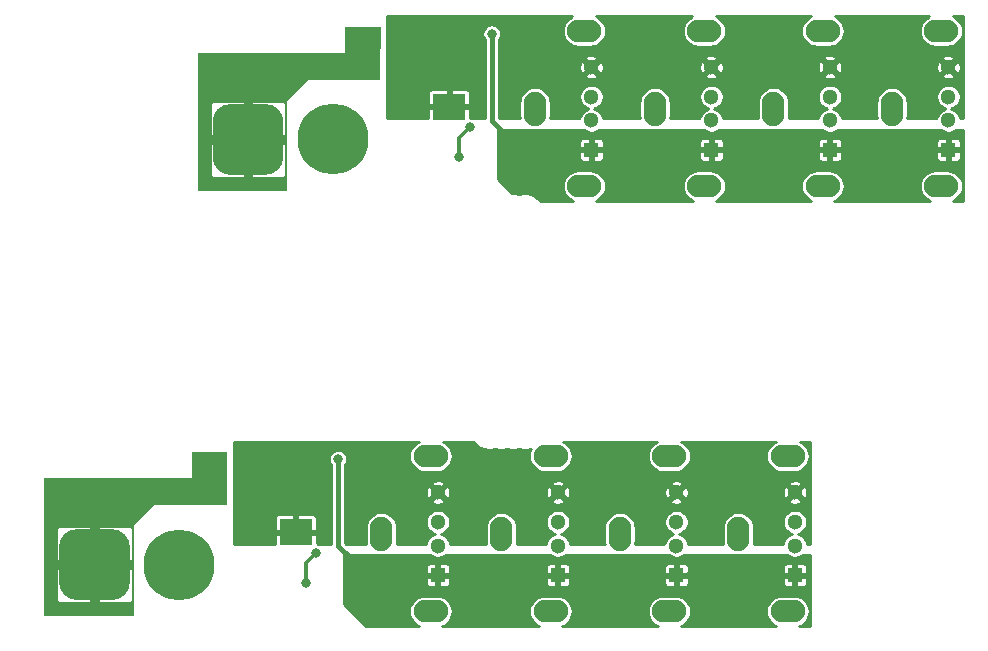
<source format=gbr>
%TF.GenerationSoftware,KiCad,Pcbnew,(5.1.7)-1*%
%TF.CreationDate,2020-12-15T13:18:25+01:00*%
%TF.ProjectId,panel_my_little_poly_v01,70616e65-6c5f-46d7-995f-6c6974746c65,rev?*%
%TF.SameCoordinates,Original*%
%TF.FileFunction,Copper,L2,Bot*%
%TF.FilePolarity,Positive*%
%FSLAX46Y46*%
G04 Gerber Fmt 4.6, Leading zero omitted, Abs format (unit mm)*
G04 Created by KiCad (PCBNEW (5.1.7)-1) date 2020-12-15 13:18:25*
%MOMM*%
%LPD*%
G01*
G04 APERTURE LIST*
%TA.AperFunction,ComponentPad*%
%ADD10C,0.800000*%
%TD*%
%TA.AperFunction,ComponentPad*%
%ADD11R,1.300000X1.300000*%
%TD*%
%TA.AperFunction,ComponentPad*%
%ADD12C,1.300000*%
%TD*%
%TA.AperFunction,ComponentPad*%
%ADD13O,2.900000X1.900000*%
%TD*%
%TA.AperFunction,ComponentPad*%
%ADD14O,1.900000X2.900000*%
%TD*%
%TA.AperFunction,ComponentPad*%
%ADD15C,0.600000*%
%TD*%
%TA.AperFunction,SMDPad,CuDef*%
%ADD16R,2.800000X2.300000*%
%TD*%
%TA.AperFunction,ComponentPad*%
%ADD17C,6.000000*%
%TD*%
%TA.AperFunction,ViaPad*%
%ADD18C,0.800000*%
%TD*%
%TA.AperFunction,Conductor*%
%ADD19C,0.300000*%
%TD*%
%TA.AperFunction,Conductor*%
%ADD20C,0.400000*%
%TD*%
%TA.AperFunction,Conductor*%
%ADD21C,0.254000*%
%TD*%
%TA.AperFunction,Conductor*%
%ADD22C,0.100000*%
%TD*%
G04 APERTURE END LIST*
D10*
%TO.P,U102,9*%
%TO.N,/Bat_minus*%
X61912000Y-29728500D03*
X60512000Y-29728500D03*
X60512000Y-27528500D03*
X61912000Y-27528500D03*
X61212000Y-28628500D03*
%TD*%
D11*
%TO.P,J105,1*%
%TO.N,/Vout*%
X110615000Y-37201000D03*
D12*
%TO.P,J105,2*%
%TO.N,Net-(J105-Pad2)*%
X110615000Y-34701000D03*
%TO.P,J105,3*%
%TO.N,Net-(J105-Pad3)*%
X110615000Y-32701000D03*
%TO.P,J105,4*%
%TO.N,GND*%
X110615000Y-30201000D03*
D13*
%TO.P,J105,5*%
%TO.N,N/C*%
X110015000Y-40271000D03*
X110015000Y-27131000D03*
D14*
X105835000Y-33701000D03*
%TD*%
D11*
%TO.P,J104,1*%
%TO.N,/Vout*%
X100582000Y-37201000D03*
D12*
%TO.P,J104,2*%
%TO.N,Net-(J104-Pad2)*%
X100582000Y-34701000D03*
%TO.P,J104,3*%
%TO.N,Net-(J104-Pad3)*%
X100582000Y-32701000D03*
%TO.P,J104,4*%
%TO.N,GND*%
X100582000Y-30201000D03*
D13*
%TO.P,J104,5*%
%TO.N,N/C*%
X99982000Y-40271000D03*
X99982000Y-27131000D03*
D14*
X95802000Y-33701000D03*
%TD*%
D11*
%TO.P,J103,1*%
%TO.N,/Vout*%
X90549000Y-37201000D03*
D12*
%TO.P,J103,2*%
%TO.N,Net-(J103-Pad2)*%
X90549000Y-34701000D03*
%TO.P,J103,3*%
%TO.N,Net-(J103-Pad3)*%
X90549000Y-32701000D03*
%TO.P,J103,4*%
%TO.N,GND*%
X90549000Y-30201000D03*
D13*
%TO.P,J103,5*%
%TO.N,N/C*%
X89949000Y-40271000D03*
X89949000Y-27131000D03*
D14*
X85769000Y-33701000D03*
%TD*%
D11*
%TO.P,J102,1*%
%TO.N,/Vout*%
X80389000Y-37201000D03*
D12*
%TO.P,J102,2*%
%TO.N,Net-(J102-Pad2)*%
X80389000Y-34701000D03*
%TO.P,J102,3*%
%TO.N,Net-(J102-Pad3)*%
X80389000Y-32701000D03*
%TO.P,J102,4*%
%TO.N,GND*%
X80389000Y-30201000D03*
D13*
%TO.P,J102,5*%
%TO.N,N/C*%
X79789000Y-40271000D03*
X79789000Y-27131000D03*
D14*
X75609000Y-33701000D03*
%TD*%
D15*
%TO.P,U101,11*%
%TO.N,GND*%
X69090000Y-33067000D03*
X68340000Y-33567000D03*
X67590000Y-33067000D03*
X67590000Y-34067000D03*
X69090000Y-34067000D03*
D16*
X68340000Y-33567000D03*
%TD*%
D17*
%TO.P,J101,2*%
%TO.N,/Vin*%
X58506000Y-36312000D03*
%TO.P,J101,1*%
%TO.N,/Bat_minus*%
%TA.AperFunction,ComponentPad*%
G36*
G01*
X48306000Y-37812000D02*
X48306000Y-34812000D01*
G75*
G02*
X49806000Y-33312000I1500000J0D01*
G01*
X52806000Y-33312000D01*
G75*
G02*
X54306000Y-34812000I0J-1500000D01*
G01*
X54306000Y-37812000D01*
G75*
G02*
X52806000Y-39312000I-1500000J0D01*
G01*
X49806000Y-39312000D01*
G75*
G02*
X48306000Y-37812000I0J1500000D01*
G01*
G37*
%TD.AperFunction*%
%TD*%
D10*
%TO.P,U102,9*%
%TO.N,/Bat_minus*%
X48912000Y-65728500D03*
X47512000Y-65728500D03*
X47512000Y-63528500D03*
X48912000Y-63528500D03*
X48212000Y-64628500D03*
%TD*%
D11*
%TO.P,J105,1*%
%TO.N,/Vout*%
X97615000Y-73201000D03*
D12*
%TO.P,J105,2*%
%TO.N,Net-(J105-Pad2)*%
X97615000Y-70701000D03*
%TO.P,J105,3*%
%TO.N,Net-(J105-Pad3)*%
X97615000Y-68701000D03*
%TO.P,J105,4*%
%TO.N,GND*%
X97615000Y-66201000D03*
D13*
%TO.P,J105,5*%
%TO.N,N/C*%
X97015000Y-76271000D03*
X97015000Y-63131000D03*
D14*
X92835000Y-69701000D03*
%TD*%
D11*
%TO.P,J104,1*%
%TO.N,/Vout*%
X87582000Y-73201000D03*
D12*
%TO.P,J104,2*%
%TO.N,Net-(J104-Pad2)*%
X87582000Y-70701000D03*
%TO.P,J104,3*%
%TO.N,Net-(J104-Pad3)*%
X87582000Y-68701000D03*
%TO.P,J104,4*%
%TO.N,GND*%
X87582000Y-66201000D03*
D13*
%TO.P,J104,5*%
%TO.N,N/C*%
X86982000Y-76271000D03*
X86982000Y-63131000D03*
D14*
X82802000Y-69701000D03*
%TD*%
D11*
%TO.P,J103,1*%
%TO.N,/Vout*%
X77549000Y-73201000D03*
D12*
%TO.P,J103,2*%
%TO.N,Net-(J103-Pad2)*%
X77549000Y-70701000D03*
%TO.P,J103,3*%
%TO.N,Net-(J103-Pad3)*%
X77549000Y-68701000D03*
%TO.P,J103,4*%
%TO.N,GND*%
X77549000Y-66201000D03*
D13*
%TO.P,J103,5*%
%TO.N,N/C*%
X76949000Y-76271000D03*
X76949000Y-63131000D03*
D14*
X72769000Y-69701000D03*
%TD*%
D11*
%TO.P,J102,1*%
%TO.N,/Vout*%
X67389000Y-73201000D03*
D12*
%TO.P,J102,2*%
%TO.N,Net-(J102-Pad2)*%
X67389000Y-70701000D03*
%TO.P,J102,3*%
%TO.N,Net-(J102-Pad3)*%
X67389000Y-68701000D03*
%TO.P,J102,4*%
%TO.N,GND*%
X67389000Y-66201000D03*
D13*
%TO.P,J102,5*%
%TO.N,N/C*%
X66789000Y-76271000D03*
X66789000Y-63131000D03*
D14*
X62609000Y-69701000D03*
%TD*%
D15*
%TO.P,U101,11*%
%TO.N,GND*%
X56090000Y-69067000D03*
X55340000Y-69567000D03*
X54590000Y-69067000D03*
X54590000Y-70067000D03*
X56090000Y-70067000D03*
D16*
X55340000Y-69567000D03*
%TD*%
D17*
%TO.P,J101,2*%
%TO.N,/Vin*%
X45506000Y-72312000D03*
%TO.P,J101,1*%
%TO.N,/Bat_minus*%
%TA.AperFunction,ComponentPad*%
G36*
G01*
X35306000Y-73812000D02*
X35306000Y-70812000D01*
G75*
G02*
X36806000Y-69312000I1500000J0D01*
G01*
X39806000Y-69312000D01*
G75*
G02*
X41306000Y-70812000I0J-1500000D01*
G01*
X41306000Y-73812000D01*
G75*
G02*
X39806000Y-75312000I-1500000J0D01*
G01*
X36806000Y-75312000D01*
G75*
G02*
X35306000Y-73812000I0J1500000D01*
G01*
G37*
%TD.AperFunction*%
%TD*%
D18*
%TO.N,GND*%
X73150000Y-30279500D03*
X73150000Y-29390500D03*
X73150000Y-28501500D03*
X83945000Y-32248000D03*
X83945000Y-29962000D03*
X83945000Y-31105000D03*
X94105000Y-32248000D03*
X94105000Y-31105000D03*
X94105000Y-29962000D03*
X104011000Y-32248000D03*
X104011000Y-31105000D03*
X104011000Y-29962000D03*
X73150000Y-33264000D03*
X73150000Y-34153000D03*
X66136500Y-29263500D03*
X66141500Y-28058500D03*
X66141500Y-26723500D03*
X73150000Y-27295000D03*
X70610000Y-26660000D03*
X69340000Y-26660000D03*
X67435000Y-27930000D03*
X111600000Y-31400000D03*
X111600000Y-28800000D03*
X60150000Y-66279500D03*
X60150000Y-65390500D03*
X60150000Y-64501500D03*
X70945000Y-68248000D03*
X70945000Y-65962000D03*
X70945000Y-67105000D03*
X81105000Y-68248000D03*
X81105000Y-67105000D03*
X81105000Y-65962000D03*
X91011000Y-68248000D03*
X91011000Y-67105000D03*
X91011000Y-65962000D03*
X60150000Y-69264000D03*
X60150000Y-70153000D03*
X53136500Y-65263500D03*
X53141500Y-64058500D03*
X53141500Y-62723500D03*
X60150000Y-63295000D03*
X57610000Y-62660000D03*
X56340000Y-62660000D03*
X54435000Y-63930000D03*
X98600000Y-67400000D03*
X98600000Y-64800000D03*
%TO.N,Net-(R103-Pad2)*%
X70102000Y-35296000D03*
X69213000Y-37836000D03*
X57102000Y-71296000D03*
X56213000Y-73836000D03*
%TO.N,/Vout*%
X73086500Y-35867500D03*
X73975500Y-35867500D03*
X73975500Y-36756500D03*
X71943500Y-27358500D03*
X82357500Y-37518500D03*
X83754500Y-37518500D03*
X92517500Y-37518500D03*
X93914500Y-37518500D03*
X102550500Y-37518500D03*
X103947500Y-37518500D03*
X109100000Y-36100000D03*
X109100000Y-37600000D03*
X99100000Y-37700000D03*
X99100000Y-36100000D03*
X89000000Y-37600000D03*
X89000000Y-36100000D03*
X78800000Y-36100000D03*
X78800000Y-37600000D03*
X60086500Y-71867500D03*
X60975500Y-71867500D03*
X60975500Y-72756500D03*
X58943500Y-63358500D03*
X69357500Y-73518500D03*
X70754500Y-73518500D03*
X79517500Y-73518500D03*
X80914500Y-73518500D03*
X89550500Y-73518500D03*
X90947500Y-73518500D03*
X96100000Y-72100000D03*
X96100000Y-73600000D03*
X86100000Y-73700000D03*
X86100000Y-72100000D03*
X76000000Y-73600000D03*
X76000000Y-72100000D03*
X65800000Y-72100000D03*
X65800000Y-73600000D03*
%TO.N,/Bat_minus*%
X55116000Y-29454000D03*
X55116000Y-30470000D03*
X55116000Y-31486000D03*
X53592000Y-30978000D03*
X53592000Y-29962000D03*
X53592000Y-31994000D03*
X42116000Y-65454000D03*
X42116000Y-66470000D03*
X42116000Y-67486000D03*
X40592000Y-66978000D03*
X40592000Y-65962000D03*
X40592000Y-67994000D03*
%TD*%
D19*
%TO.N,Net-(R103-Pad2)*%
X70102000Y-35296000D02*
X69213000Y-36185000D01*
X69213000Y-36185000D02*
X69213000Y-37836000D01*
X57102000Y-71296000D02*
X56213000Y-72185000D01*
X56213000Y-72185000D02*
X56213000Y-73836000D01*
D20*
%TO.N,/Vout*%
X71943500Y-34724500D02*
X73086500Y-35867500D01*
X71943500Y-27358500D02*
X71943500Y-34724500D01*
X58943500Y-70724500D02*
X60086500Y-71867500D01*
X58943500Y-63358500D02*
X58943500Y-70724500D01*
%TD*%
D21*
%TO.N,/Vout*%
X75348078Y-35512741D02*
X75609000Y-35538440D01*
X75869921Y-35512741D01*
X75956426Y-35486500D01*
X79716446Y-35486500D01*
X79731776Y-35501830D01*
X79900638Y-35614661D01*
X80088268Y-35692380D01*
X80287455Y-35732000D01*
X80490545Y-35732000D01*
X80689732Y-35692380D01*
X80877362Y-35614661D01*
X81046224Y-35501830D01*
X81061554Y-35486500D01*
X85421573Y-35486500D01*
X85508078Y-35512741D01*
X85769000Y-35538440D01*
X86029921Y-35512741D01*
X86116426Y-35486500D01*
X89876446Y-35486500D01*
X89891776Y-35501830D01*
X90060638Y-35614661D01*
X90248268Y-35692380D01*
X90447455Y-35732000D01*
X90650545Y-35732000D01*
X90849732Y-35692380D01*
X91037362Y-35614661D01*
X91206224Y-35501830D01*
X91221554Y-35486500D01*
X95454573Y-35486500D01*
X95541078Y-35512741D01*
X95802000Y-35538440D01*
X96062921Y-35512741D01*
X96149426Y-35486500D01*
X99909446Y-35486500D01*
X99924776Y-35501830D01*
X100093638Y-35614661D01*
X100281268Y-35692380D01*
X100480455Y-35732000D01*
X100683545Y-35732000D01*
X100882732Y-35692380D01*
X101070362Y-35614661D01*
X101239224Y-35501830D01*
X101254554Y-35486500D01*
X105487573Y-35486500D01*
X105574078Y-35512741D01*
X105835000Y-35538440D01*
X106095921Y-35512741D01*
X106182426Y-35486500D01*
X109942446Y-35486500D01*
X109957776Y-35501830D01*
X110126638Y-35614661D01*
X110314268Y-35692380D01*
X110513455Y-35732000D01*
X110716545Y-35732000D01*
X110915732Y-35692380D01*
X111103362Y-35614661D01*
X111272224Y-35501830D01*
X111287554Y-35486500D01*
X111885000Y-35486500D01*
X111885000Y-41519000D01*
X110986048Y-41519000D01*
X111026816Y-41506633D01*
X111258042Y-41383041D01*
X111460713Y-41216713D01*
X111627041Y-41014042D01*
X111750633Y-40782816D01*
X111826741Y-40531922D01*
X111852440Y-40271000D01*
X111826741Y-40010078D01*
X111750633Y-39759184D01*
X111627041Y-39527958D01*
X111460713Y-39325287D01*
X111258042Y-39158959D01*
X111026816Y-39035367D01*
X110775922Y-38959259D01*
X110580385Y-38940000D01*
X109449615Y-38940000D01*
X109254078Y-38959259D01*
X109003184Y-39035367D01*
X108771958Y-39158959D01*
X108569287Y-39325287D01*
X108402959Y-39527958D01*
X108279367Y-39759184D01*
X108203259Y-40010078D01*
X108177560Y-40271000D01*
X108203259Y-40531922D01*
X108279367Y-40782816D01*
X108402959Y-41014042D01*
X108569287Y-41216713D01*
X108771958Y-41383041D01*
X109003184Y-41506633D01*
X109043952Y-41519000D01*
X100953048Y-41519000D01*
X100993816Y-41506633D01*
X101225042Y-41383041D01*
X101427713Y-41216713D01*
X101594041Y-41014042D01*
X101717633Y-40782816D01*
X101793741Y-40531922D01*
X101819440Y-40271000D01*
X101793741Y-40010078D01*
X101717633Y-39759184D01*
X101594041Y-39527958D01*
X101427713Y-39325287D01*
X101225042Y-39158959D01*
X100993816Y-39035367D01*
X100742922Y-38959259D01*
X100547385Y-38940000D01*
X99416615Y-38940000D01*
X99221078Y-38959259D01*
X98970184Y-39035367D01*
X98738958Y-39158959D01*
X98536287Y-39325287D01*
X98369959Y-39527958D01*
X98246367Y-39759184D01*
X98170259Y-40010078D01*
X98144560Y-40271000D01*
X98170259Y-40531922D01*
X98246367Y-40782816D01*
X98369959Y-41014042D01*
X98536287Y-41216713D01*
X98738958Y-41383041D01*
X98970184Y-41506633D01*
X99010952Y-41519000D01*
X90920048Y-41519000D01*
X90960816Y-41506633D01*
X91192042Y-41383041D01*
X91394713Y-41216713D01*
X91561041Y-41014042D01*
X91684633Y-40782816D01*
X91760741Y-40531922D01*
X91786440Y-40271000D01*
X91760741Y-40010078D01*
X91684633Y-39759184D01*
X91561041Y-39527958D01*
X91394713Y-39325287D01*
X91192042Y-39158959D01*
X90960816Y-39035367D01*
X90709922Y-38959259D01*
X90514385Y-38940000D01*
X89383615Y-38940000D01*
X89188078Y-38959259D01*
X88937184Y-39035367D01*
X88705958Y-39158959D01*
X88503287Y-39325287D01*
X88336959Y-39527958D01*
X88213367Y-39759184D01*
X88137259Y-40010078D01*
X88111560Y-40271000D01*
X88137259Y-40531922D01*
X88213367Y-40782816D01*
X88336959Y-41014042D01*
X88503287Y-41216713D01*
X88705958Y-41383041D01*
X88937184Y-41506633D01*
X88977952Y-41519000D01*
X80760048Y-41519000D01*
X80800816Y-41506633D01*
X81032042Y-41383041D01*
X81234713Y-41216713D01*
X81401041Y-41014042D01*
X81524633Y-40782816D01*
X81600741Y-40531922D01*
X81626440Y-40271000D01*
X81600741Y-40010078D01*
X81524633Y-39759184D01*
X81401041Y-39527958D01*
X81234713Y-39325287D01*
X81032042Y-39158959D01*
X80800816Y-39035367D01*
X80549922Y-38959259D01*
X80354385Y-38940000D01*
X79223615Y-38940000D01*
X79028078Y-38959259D01*
X78777184Y-39035367D01*
X78545958Y-39158959D01*
X78343287Y-39325287D01*
X78176959Y-39527958D01*
X78053367Y-39759184D01*
X77977259Y-40010078D01*
X77951560Y-40271000D01*
X77977259Y-40531922D01*
X78053367Y-40782816D01*
X78176959Y-41014042D01*
X78343287Y-41216713D01*
X78545958Y-41383041D01*
X78777184Y-41506633D01*
X78817952Y-41519000D01*
X76051292Y-41519000D01*
X76013773Y-41462848D01*
X75787152Y-41236227D01*
X75520673Y-41058172D01*
X75224578Y-40935525D01*
X74910245Y-40873000D01*
X74589755Y-40873000D01*
X74275422Y-40935525D01*
X74250000Y-40946055D01*
X74224578Y-40935525D01*
X73910245Y-40873000D01*
X73636106Y-40873000D01*
X72451500Y-39688394D01*
X72451500Y-37851000D01*
X79356157Y-37851000D01*
X79363513Y-37925689D01*
X79385299Y-37997508D01*
X79420678Y-38063696D01*
X79468289Y-38121711D01*
X79526304Y-38169322D01*
X79592492Y-38204701D01*
X79664311Y-38226487D01*
X79739000Y-38233843D01*
X80166750Y-38232000D01*
X80262000Y-38136750D01*
X80262000Y-37328000D01*
X80516000Y-37328000D01*
X80516000Y-38136750D01*
X80611250Y-38232000D01*
X81039000Y-38233843D01*
X81113689Y-38226487D01*
X81185508Y-38204701D01*
X81251696Y-38169322D01*
X81309711Y-38121711D01*
X81357322Y-38063696D01*
X81392701Y-37997508D01*
X81414487Y-37925689D01*
X81421843Y-37851000D01*
X89516157Y-37851000D01*
X89523513Y-37925689D01*
X89545299Y-37997508D01*
X89580678Y-38063696D01*
X89628289Y-38121711D01*
X89686304Y-38169322D01*
X89752492Y-38204701D01*
X89824311Y-38226487D01*
X89899000Y-38233843D01*
X90326750Y-38232000D01*
X90422000Y-38136750D01*
X90422000Y-37328000D01*
X90676000Y-37328000D01*
X90676000Y-38136750D01*
X90771250Y-38232000D01*
X91199000Y-38233843D01*
X91273689Y-38226487D01*
X91345508Y-38204701D01*
X91411696Y-38169322D01*
X91469711Y-38121711D01*
X91517322Y-38063696D01*
X91552701Y-37997508D01*
X91574487Y-37925689D01*
X91581843Y-37851000D01*
X99549157Y-37851000D01*
X99556513Y-37925689D01*
X99578299Y-37997508D01*
X99613678Y-38063696D01*
X99661289Y-38121711D01*
X99719304Y-38169322D01*
X99785492Y-38204701D01*
X99857311Y-38226487D01*
X99932000Y-38233843D01*
X100359750Y-38232000D01*
X100455000Y-38136750D01*
X100455000Y-37328000D01*
X100709000Y-37328000D01*
X100709000Y-38136750D01*
X100804250Y-38232000D01*
X101232000Y-38233843D01*
X101306689Y-38226487D01*
X101378508Y-38204701D01*
X101444696Y-38169322D01*
X101502711Y-38121711D01*
X101550322Y-38063696D01*
X101585701Y-37997508D01*
X101607487Y-37925689D01*
X101614843Y-37851000D01*
X109582157Y-37851000D01*
X109589513Y-37925689D01*
X109611299Y-37997508D01*
X109646678Y-38063696D01*
X109694289Y-38121711D01*
X109752304Y-38169322D01*
X109818492Y-38204701D01*
X109890311Y-38226487D01*
X109965000Y-38233843D01*
X110392750Y-38232000D01*
X110488000Y-38136750D01*
X110488000Y-37328000D01*
X110742000Y-37328000D01*
X110742000Y-38136750D01*
X110837250Y-38232000D01*
X111265000Y-38233843D01*
X111339689Y-38226487D01*
X111411508Y-38204701D01*
X111477696Y-38169322D01*
X111535711Y-38121711D01*
X111583322Y-38063696D01*
X111618701Y-37997508D01*
X111640487Y-37925689D01*
X111647843Y-37851000D01*
X111646000Y-37423250D01*
X111550750Y-37328000D01*
X110742000Y-37328000D01*
X110488000Y-37328000D01*
X109679250Y-37328000D01*
X109584000Y-37423250D01*
X109582157Y-37851000D01*
X101614843Y-37851000D01*
X101613000Y-37423250D01*
X101517750Y-37328000D01*
X100709000Y-37328000D01*
X100455000Y-37328000D01*
X99646250Y-37328000D01*
X99551000Y-37423250D01*
X99549157Y-37851000D01*
X91581843Y-37851000D01*
X91580000Y-37423250D01*
X91484750Y-37328000D01*
X90676000Y-37328000D01*
X90422000Y-37328000D01*
X89613250Y-37328000D01*
X89518000Y-37423250D01*
X89516157Y-37851000D01*
X81421843Y-37851000D01*
X81420000Y-37423250D01*
X81324750Y-37328000D01*
X80516000Y-37328000D01*
X80262000Y-37328000D01*
X79453250Y-37328000D01*
X79358000Y-37423250D01*
X79356157Y-37851000D01*
X72451500Y-37851000D01*
X72451500Y-36551000D01*
X79356157Y-36551000D01*
X79358000Y-36978750D01*
X79453250Y-37074000D01*
X80262000Y-37074000D01*
X80262000Y-36265250D01*
X80516000Y-36265250D01*
X80516000Y-37074000D01*
X81324750Y-37074000D01*
X81420000Y-36978750D01*
X81421843Y-36551000D01*
X89516157Y-36551000D01*
X89518000Y-36978750D01*
X89613250Y-37074000D01*
X90422000Y-37074000D01*
X90422000Y-36265250D01*
X90676000Y-36265250D01*
X90676000Y-37074000D01*
X91484750Y-37074000D01*
X91580000Y-36978750D01*
X91581843Y-36551000D01*
X99549157Y-36551000D01*
X99551000Y-36978750D01*
X99646250Y-37074000D01*
X100455000Y-37074000D01*
X100455000Y-36265250D01*
X100709000Y-36265250D01*
X100709000Y-37074000D01*
X101517750Y-37074000D01*
X101613000Y-36978750D01*
X101614843Y-36551000D01*
X109582157Y-36551000D01*
X109584000Y-36978750D01*
X109679250Y-37074000D01*
X110488000Y-37074000D01*
X110488000Y-36265250D01*
X110742000Y-36265250D01*
X110742000Y-37074000D01*
X111550750Y-37074000D01*
X111646000Y-36978750D01*
X111647843Y-36551000D01*
X111640487Y-36476311D01*
X111618701Y-36404492D01*
X111583322Y-36338304D01*
X111535711Y-36280289D01*
X111477696Y-36232678D01*
X111411508Y-36197299D01*
X111339689Y-36175513D01*
X111265000Y-36168157D01*
X110837250Y-36170000D01*
X110742000Y-36265250D01*
X110488000Y-36265250D01*
X110392750Y-36170000D01*
X109965000Y-36168157D01*
X109890311Y-36175513D01*
X109818492Y-36197299D01*
X109752304Y-36232678D01*
X109694289Y-36280289D01*
X109646678Y-36338304D01*
X109611299Y-36404492D01*
X109589513Y-36476311D01*
X109582157Y-36551000D01*
X101614843Y-36551000D01*
X101607487Y-36476311D01*
X101585701Y-36404492D01*
X101550322Y-36338304D01*
X101502711Y-36280289D01*
X101444696Y-36232678D01*
X101378508Y-36197299D01*
X101306689Y-36175513D01*
X101232000Y-36168157D01*
X100804250Y-36170000D01*
X100709000Y-36265250D01*
X100455000Y-36265250D01*
X100359750Y-36170000D01*
X99932000Y-36168157D01*
X99857311Y-36175513D01*
X99785492Y-36197299D01*
X99719304Y-36232678D01*
X99661289Y-36280289D01*
X99613678Y-36338304D01*
X99578299Y-36404492D01*
X99556513Y-36476311D01*
X99549157Y-36551000D01*
X91581843Y-36551000D01*
X91574487Y-36476311D01*
X91552701Y-36404492D01*
X91517322Y-36338304D01*
X91469711Y-36280289D01*
X91411696Y-36232678D01*
X91345508Y-36197299D01*
X91273689Y-36175513D01*
X91199000Y-36168157D01*
X90771250Y-36170000D01*
X90676000Y-36265250D01*
X90422000Y-36265250D01*
X90326750Y-36170000D01*
X89899000Y-36168157D01*
X89824311Y-36175513D01*
X89752492Y-36197299D01*
X89686304Y-36232678D01*
X89628289Y-36280289D01*
X89580678Y-36338304D01*
X89545299Y-36404492D01*
X89523513Y-36476311D01*
X89516157Y-36551000D01*
X81421843Y-36551000D01*
X81414487Y-36476311D01*
X81392701Y-36404492D01*
X81357322Y-36338304D01*
X81309711Y-36280289D01*
X81251696Y-36232678D01*
X81185508Y-36197299D01*
X81113689Y-36175513D01*
X81039000Y-36168157D01*
X80611250Y-36170000D01*
X80516000Y-36265250D01*
X80262000Y-36265250D01*
X80166750Y-36170000D01*
X79739000Y-36168157D01*
X79664311Y-36175513D01*
X79592492Y-36197299D01*
X79526304Y-36232678D01*
X79468289Y-36280289D01*
X79420678Y-36338304D01*
X79385299Y-36404492D01*
X79363513Y-36476311D01*
X79356157Y-36551000D01*
X72451500Y-36551000D01*
X72451500Y-35486500D01*
X75261573Y-35486500D01*
X75348078Y-35512741D01*
%TA.AperFunction,Conductor*%
D22*
G36*
X75348078Y-35512741D02*
G01*
X75609000Y-35538440D01*
X75869921Y-35512741D01*
X75956426Y-35486500D01*
X79716446Y-35486500D01*
X79731776Y-35501830D01*
X79900638Y-35614661D01*
X80088268Y-35692380D01*
X80287455Y-35732000D01*
X80490545Y-35732000D01*
X80689732Y-35692380D01*
X80877362Y-35614661D01*
X81046224Y-35501830D01*
X81061554Y-35486500D01*
X85421573Y-35486500D01*
X85508078Y-35512741D01*
X85769000Y-35538440D01*
X86029921Y-35512741D01*
X86116426Y-35486500D01*
X89876446Y-35486500D01*
X89891776Y-35501830D01*
X90060638Y-35614661D01*
X90248268Y-35692380D01*
X90447455Y-35732000D01*
X90650545Y-35732000D01*
X90849732Y-35692380D01*
X91037362Y-35614661D01*
X91206224Y-35501830D01*
X91221554Y-35486500D01*
X95454573Y-35486500D01*
X95541078Y-35512741D01*
X95802000Y-35538440D01*
X96062921Y-35512741D01*
X96149426Y-35486500D01*
X99909446Y-35486500D01*
X99924776Y-35501830D01*
X100093638Y-35614661D01*
X100281268Y-35692380D01*
X100480455Y-35732000D01*
X100683545Y-35732000D01*
X100882732Y-35692380D01*
X101070362Y-35614661D01*
X101239224Y-35501830D01*
X101254554Y-35486500D01*
X105487573Y-35486500D01*
X105574078Y-35512741D01*
X105835000Y-35538440D01*
X106095921Y-35512741D01*
X106182426Y-35486500D01*
X109942446Y-35486500D01*
X109957776Y-35501830D01*
X110126638Y-35614661D01*
X110314268Y-35692380D01*
X110513455Y-35732000D01*
X110716545Y-35732000D01*
X110915732Y-35692380D01*
X111103362Y-35614661D01*
X111272224Y-35501830D01*
X111287554Y-35486500D01*
X111885000Y-35486500D01*
X111885000Y-41519000D01*
X110986048Y-41519000D01*
X111026816Y-41506633D01*
X111258042Y-41383041D01*
X111460713Y-41216713D01*
X111627041Y-41014042D01*
X111750633Y-40782816D01*
X111826741Y-40531922D01*
X111852440Y-40271000D01*
X111826741Y-40010078D01*
X111750633Y-39759184D01*
X111627041Y-39527958D01*
X111460713Y-39325287D01*
X111258042Y-39158959D01*
X111026816Y-39035367D01*
X110775922Y-38959259D01*
X110580385Y-38940000D01*
X109449615Y-38940000D01*
X109254078Y-38959259D01*
X109003184Y-39035367D01*
X108771958Y-39158959D01*
X108569287Y-39325287D01*
X108402959Y-39527958D01*
X108279367Y-39759184D01*
X108203259Y-40010078D01*
X108177560Y-40271000D01*
X108203259Y-40531922D01*
X108279367Y-40782816D01*
X108402959Y-41014042D01*
X108569287Y-41216713D01*
X108771958Y-41383041D01*
X109003184Y-41506633D01*
X109043952Y-41519000D01*
X100953048Y-41519000D01*
X100993816Y-41506633D01*
X101225042Y-41383041D01*
X101427713Y-41216713D01*
X101594041Y-41014042D01*
X101717633Y-40782816D01*
X101793741Y-40531922D01*
X101819440Y-40271000D01*
X101793741Y-40010078D01*
X101717633Y-39759184D01*
X101594041Y-39527958D01*
X101427713Y-39325287D01*
X101225042Y-39158959D01*
X100993816Y-39035367D01*
X100742922Y-38959259D01*
X100547385Y-38940000D01*
X99416615Y-38940000D01*
X99221078Y-38959259D01*
X98970184Y-39035367D01*
X98738958Y-39158959D01*
X98536287Y-39325287D01*
X98369959Y-39527958D01*
X98246367Y-39759184D01*
X98170259Y-40010078D01*
X98144560Y-40271000D01*
X98170259Y-40531922D01*
X98246367Y-40782816D01*
X98369959Y-41014042D01*
X98536287Y-41216713D01*
X98738958Y-41383041D01*
X98970184Y-41506633D01*
X99010952Y-41519000D01*
X90920048Y-41519000D01*
X90960816Y-41506633D01*
X91192042Y-41383041D01*
X91394713Y-41216713D01*
X91561041Y-41014042D01*
X91684633Y-40782816D01*
X91760741Y-40531922D01*
X91786440Y-40271000D01*
X91760741Y-40010078D01*
X91684633Y-39759184D01*
X91561041Y-39527958D01*
X91394713Y-39325287D01*
X91192042Y-39158959D01*
X90960816Y-39035367D01*
X90709922Y-38959259D01*
X90514385Y-38940000D01*
X89383615Y-38940000D01*
X89188078Y-38959259D01*
X88937184Y-39035367D01*
X88705958Y-39158959D01*
X88503287Y-39325287D01*
X88336959Y-39527958D01*
X88213367Y-39759184D01*
X88137259Y-40010078D01*
X88111560Y-40271000D01*
X88137259Y-40531922D01*
X88213367Y-40782816D01*
X88336959Y-41014042D01*
X88503287Y-41216713D01*
X88705958Y-41383041D01*
X88937184Y-41506633D01*
X88977952Y-41519000D01*
X80760048Y-41519000D01*
X80800816Y-41506633D01*
X81032042Y-41383041D01*
X81234713Y-41216713D01*
X81401041Y-41014042D01*
X81524633Y-40782816D01*
X81600741Y-40531922D01*
X81626440Y-40271000D01*
X81600741Y-40010078D01*
X81524633Y-39759184D01*
X81401041Y-39527958D01*
X81234713Y-39325287D01*
X81032042Y-39158959D01*
X80800816Y-39035367D01*
X80549922Y-38959259D01*
X80354385Y-38940000D01*
X79223615Y-38940000D01*
X79028078Y-38959259D01*
X78777184Y-39035367D01*
X78545958Y-39158959D01*
X78343287Y-39325287D01*
X78176959Y-39527958D01*
X78053367Y-39759184D01*
X77977259Y-40010078D01*
X77951560Y-40271000D01*
X77977259Y-40531922D01*
X78053367Y-40782816D01*
X78176959Y-41014042D01*
X78343287Y-41216713D01*
X78545958Y-41383041D01*
X78777184Y-41506633D01*
X78817952Y-41519000D01*
X76051292Y-41519000D01*
X76013773Y-41462848D01*
X75787152Y-41236227D01*
X75520673Y-41058172D01*
X75224578Y-40935525D01*
X74910245Y-40873000D01*
X74589755Y-40873000D01*
X74275422Y-40935525D01*
X74250000Y-40946055D01*
X74224578Y-40935525D01*
X73910245Y-40873000D01*
X73636106Y-40873000D01*
X72451500Y-39688394D01*
X72451500Y-37851000D01*
X79356157Y-37851000D01*
X79363513Y-37925689D01*
X79385299Y-37997508D01*
X79420678Y-38063696D01*
X79468289Y-38121711D01*
X79526304Y-38169322D01*
X79592492Y-38204701D01*
X79664311Y-38226487D01*
X79739000Y-38233843D01*
X80166750Y-38232000D01*
X80262000Y-38136750D01*
X80262000Y-37328000D01*
X80516000Y-37328000D01*
X80516000Y-38136750D01*
X80611250Y-38232000D01*
X81039000Y-38233843D01*
X81113689Y-38226487D01*
X81185508Y-38204701D01*
X81251696Y-38169322D01*
X81309711Y-38121711D01*
X81357322Y-38063696D01*
X81392701Y-37997508D01*
X81414487Y-37925689D01*
X81421843Y-37851000D01*
X89516157Y-37851000D01*
X89523513Y-37925689D01*
X89545299Y-37997508D01*
X89580678Y-38063696D01*
X89628289Y-38121711D01*
X89686304Y-38169322D01*
X89752492Y-38204701D01*
X89824311Y-38226487D01*
X89899000Y-38233843D01*
X90326750Y-38232000D01*
X90422000Y-38136750D01*
X90422000Y-37328000D01*
X90676000Y-37328000D01*
X90676000Y-38136750D01*
X90771250Y-38232000D01*
X91199000Y-38233843D01*
X91273689Y-38226487D01*
X91345508Y-38204701D01*
X91411696Y-38169322D01*
X91469711Y-38121711D01*
X91517322Y-38063696D01*
X91552701Y-37997508D01*
X91574487Y-37925689D01*
X91581843Y-37851000D01*
X99549157Y-37851000D01*
X99556513Y-37925689D01*
X99578299Y-37997508D01*
X99613678Y-38063696D01*
X99661289Y-38121711D01*
X99719304Y-38169322D01*
X99785492Y-38204701D01*
X99857311Y-38226487D01*
X99932000Y-38233843D01*
X100359750Y-38232000D01*
X100455000Y-38136750D01*
X100455000Y-37328000D01*
X100709000Y-37328000D01*
X100709000Y-38136750D01*
X100804250Y-38232000D01*
X101232000Y-38233843D01*
X101306689Y-38226487D01*
X101378508Y-38204701D01*
X101444696Y-38169322D01*
X101502711Y-38121711D01*
X101550322Y-38063696D01*
X101585701Y-37997508D01*
X101607487Y-37925689D01*
X101614843Y-37851000D01*
X109582157Y-37851000D01*
X109589513Y-37925689D01*
X109611299Y-37997508D01*
X109646678Y-38063696D01*
X109694289Y-38121711D01*
X109752304Y-38169322D01*
X109818492Y-38204701D01*
X109890311Y-38226487D01*
X109965000Y-38233843D01*
X110392750Y-38232000D01*
X110488000Y-38136750D01*
X110488000Y-37328000D01*
X110742000Y-37328000D01*
X110742000Y-38136750D01*
X110837250Y-38232000D01*
X111265000Y-38233843D01*
X111339689Y-38226487D01*
X111411508Y-38204701D01*
X111477696Y-38169322D01*
X111535711Y-38121711D01*
X111583322Y-38063696D01*
X111618701Y-37997508D01*
X111640487Y-37925689D01*
X111647843Y-37851000D01*
X111646000Y-37423250D01*
X111550750Y-37328000D01*
X110742000Y-37328000D01*
X110488000Y-37328000D01*
X109679250Y-37328000D01*
X109584000Y-37423250D01*
X109582157Y-37851000D01*
X101614843Y-37851000D01*
X101613000Y-37423250D01*
X101517750Y-37328000D01*
X100709000Y-37328000D01*
X100455000Y-37328000D01*
X99646250Y-37328000D01*
X99551000Y-37423250D01*
X99549157Y-37851000D01*
X91581843Y-37851000D01*
X91580000Y-37423250D01*
X91484750Y-37328000D01*
X90676000Y-37328000D01*
X90422000Y-37328000D01*
X89613250Y-37328000D01*
X89518000Y-37423250D01*
X89516157Y-37851000D01*
X81421843Y-37851000D01*
X81420000Y-37423250D01*
X81324750Y-37328000D01*
X80516000Y-37328000D01*
X80262000Y-37328000D01*
X79453250Y-37328000D01*
X79358000Y-37423250D01*
X79356157Y-37851000D01*
X72451500Y-37851000D01*
X72451500Y-36551000D01*
X79356157Y-36551000D01*
X79358000Y-36978750D01*
X79453250Y-37074000D01*
X80262000Y-37074000D01*
X80262000Y-36265250D01*
X80516000Y-36265250D01*
X80516000Y-37074000D01*
X81324750Y-37074000D01*
X81420000Y-36978750D01*
X81421843Y-36551000D01*
X89516157Y-36551000D01*
X89518000Y-36978750D01*
X89613250Y-37074000D01*
X90422000Y-37074000D01*
X90422000Y-36265250D01*
X90676000Y-36265250D01*
X90676000Y-37074000D01*
X91484750Y-37074000D01*
X91580000Y-36978750D01*
X91581843Y-36551000D01*
X99549157Y-36551000D01*
X99551000Y-36978750D01*
X99646250Y-37074000D01*
X100455000Y-37074000D01*
X100455000Y-36265250D01*
X100709000Y-36265250D01*
X100709000Y-37074000D01*
X101517750Y-37074000D01*
X101613000Y-36978750D01*
X101614843Y-36551000D01*
X109582157Y-36551000D01*
X109584000Y-36978750D01*
X109679250Y-37074000D01*
X110488000Y-37074000D01*
X110488000Y-36265250D01*
X110742000Y-36265250D01*
X110742000Y-37074000D01*
X111550750Y-37074000D01*
X111646000Y-36978750D01*
X111647843Y-36551000D01*
X111640487Y-36476311D01*
X111618701Y-36404492D01*
X111583322Y-36338304D01*
X111535711Y-36280289D01*
X111477696Y-36232678D01*
X111411508Y-36197299D01*
X111339689Y-36175513D01*
X111265000Y-36168157D01*
X110837250Y-36170000D01*
X110742000Y-36265250D01*
X110488000Y-36265250D01*
X110392750Y-36170000D01*
X109965000Y-36168157D01*
X109890311Y-36175513D01*
X109818492Y-36197299D01*
X109752304Y-36232678D01*
X109694289Y-36280289D01*
X109646678Y-36338304D01*
X109611299Y-36404492D01*
X109589513Y-36476311D01*
X109582157Y-36551000D01*
X101614843Y-36551000D01*
X101607487Y-36476311D01*
X101585701Y-36404492D01*
X101550322Y-36338304D01*
X101502711Y-36280289D01*
X101444696Y-36232678D01*
X101378508Y-36197299D01*
X101306689Y-36175513D01*
X101232000Y-36168157D01*
X100804250Y-36170000D01*
X100709000Y-36265250D01*
X100455000Y-36265250D01*
X100359750Y-36170000D01*
X99932000Y-36168157D01*
X99857311Y-36175513D01*
X99785492Y-36197299D01*
X99719304Y-36232678D01*
X99661289Y-36280289D01*
X99613678Y-36338304D01*
X99578299Y-36404492D01*
X99556513Y-36476311D01*
X99549157Y-36551000D01*
X91581843Y-36551000D01*
X91574487Y-36476311D01*
X91552701Y-36404492D01*
X91517322Y-36338304D01*
X91469711Y-36280289D01*
X91411696Y-36232678D01*
X91345508Y-36197299D01*
X91273689Y-36175513D01*
X91199000Y-36168157D01*
X90771250Y-36170000D01*
X90676000Y-36265250D01*
X90422000Y-36265250D01*
X90326750Y-36170000D01*
X89899000Y-36168157D01*
X89824311Y-36175513D01*
X89752492Y-36197299D01*
X89686304Y-36232678D01*
X89628289Y-36280289D01*
X89580678Y-36338304D01*
X89545299Y-36404492D01*
X89523513Y-36476311D01*
X89516157Y-36551000D01*
X81421843Y-36551000D01*
X81414487Y-36476311D01*
X81392701Y-36404492D01*
X81357322Y-36338304D01*
X81309711Y-36280289D01*
X81251696Y-36232678D01*
X81185508Y-36197299D01*
X81113689Y-36175513D01*
X81039000Y-36168157D01*
X80611250Y-36170000D01*
X80516000Y-36265250D01*
X80262000Y-36265250D01*
X80166750Y-36170000D01*
X79739000Y-36168157D01*
X79664311Y-36175513D01*
X79592492Y-36197299D01*
X79526304Y-36232678D01*
X79468289Y-36280289D01*
X79420678Y-36338304D01*
X79385299Y-36404492D01*
X79363513Y-36476311D01*
X79356157Y-36551000D01*
X72451500Y-36551000D01*
X72451500Y-35486500D01*
X75261573Y-35486500D01*
X75348078Y-35512741D01*
G37*
%TD.AperFunction*%
%TD*%
D21*
%TO.N,GND*%
X78545958Y-26018959D02*
X78343287Y-26185287D01*
X78176959Y-26387958D01*
X78053367Y-26619184D01*
X77977259Y-26870078D01*
X77951560Y-27131000D01*
X77977259Y-27391922D01*
X78053367Y-27642816D01*
X78176959Y-27874042D01*
X78343287Y-28076713D01*
X78545958Y-28243041D01*
X78777184Y-28366633D01*
X79028078Y-28442741D01*
X79223615Y-28462000D01*
X80354385Y-28462000D01*
X80549922Y-28442741D01*
X80800816Y-28366633D01*
X81032042Y-28243041D01*
X81234713Y-28076713D01*
X81401041Y-27874042D01*
X81524633Y-27642816D01*
X81600741Y-27391922D01*
X81626440Y-27131000D01*
X81600741Y-26870078D01*
X81524633Y-26619184D01*
X81401041Y-26387958D01*
X81234713Y-26185287D01*
X81032042Y-26018959D01*
X80805742Y-25898000D01*
X88932258Y-25898000D01*
X88705958Y-26018959D01*
X88503287Y-26185287D01*
X88336959Y-26387958D01*
X88213367Y-26619184D01*
X88137259Y-26870078D01*
X88111560Y-27131000D01*
X88137259Y-27391922D01*
X88213367Y-27642816D01*
X88336959Y-27874042D01*
X88503287Y-28076713D01*
X88705958Y-28243041D01*
X88937184Y-28366633D01*
X89188078Y-28442741D01*
X89383615Y-28462000D01*
X90514385Y-28462000D01*
X90709922Y-28442741D01*
X90960816Y-28366633D01*
X91192042Y-28243041D01*
X91394713Y-28076713D01*
X91561041Y-27874042D01*
X91684633Y-27642816D01*
X91760741Y-27391922D01*
X91786440Y-27131000D01*
X91760741Y-26870078D01*
X91684633Y-26619184D01*
X91561041Y-26387958D01*
X91394713Y-26185287D01*
X91192042Y-26018959D01*
X90965742Y-25898000D01*
X98965258Y-25898000D01*
X98738958Y-26018959D01*
X98536287Y-26185287D01*
X98369959Y-26387958D01*
X98246367Y-26619184D01*
X98170259Y-26870078D01*
X98144560Y-27131000D01*
X98170259Y-27391922D01*
X98246367Y-27642816D01*
X98369959Y-27874042D01*
X98536287Y-28076713D01*
X98738958Y-28243041D01*
X98970184Y-28366633D01*
X99221078Y-28442741D01*
X99416615Y-28462000D01*
X100547385Y-28462000D01*
X100742922Y-28442741D01*
X100993816Y-28366633D01*
X101225042Y-28243041D01*
X101427713Y-28076713D01*
X101594041Y-27874042D01*
X101717633Y-27642816D01*
X101793741Y-27391922D01*
X101819440Y-27131000D01*
X101793741Y-26870078D01*
X101717633Y-26619184D01*
X101594041Y-26387958D01*
X101427713Y-26185287D01*
X101225042Y-26018959D01*
X100998742Y-25898000D01*
X108998258Y-25898000D01*
X108771958Y-26018959D01*
X108569287Y-26185287D01*
X108402959Y-26387958D01*
X108279367Y-26619184D01*
X108203259Y-26870078D01*
X108177560Y-27131000D01*
X108203259Y-27391922D01*
X108279367Y-27642816D01*
X108402959Y-27874042D01*
X108569287Y-28076713D01*
X108771958Y-28243041D01*
X109003184Y-28366633D01*
X109254078Y-28442741D01*
X109449615Y-28462000D01*
X110580385Y-28462000D01*
X110775922Y-28442741D01*
X111026816Y-28366633D01*
X111258042Y-28243041D01*
X111460713Y-28076713D01*
X111627041Y-27874042D01*
X111750633Y-27642816D01*
X111826741Y-27391922D01*
X111852440Y-27131000D01*
X111826741Y-26870078D01*
X111750633Y-26619184D01*
X111627041Y-26387958D01*
X111460713Y-26185287D01*
X111258042Y-26018959D01*
X111031742Y-25898000D01*
X111885000Y-25898000D01*
X111885000Y-34534000D01*
X111632980Y-34534000D01*
X111606380Y-34400268D01*
X111528661Y-34212638D01*
X111415830Y-34043776D01*
X111272224Y-33900170D01*
X111103362Y-33787339D01*
X110915732Y-33709620D01*
X110872396Y-33701000D01*
X110915732Y-33692380D01*
X111103362Y-33614661D01*
X111272224Y-33501830D01*
X111415830Y-33358224D01*
X111528661Y-33189362D01*
X111606380Y-33001732D01*
X111646000Y-32802545D01*
X111646000Y-32599455D01*
X111606380Y-32400268D01*
X111528661Y-32212638D01*
X111415830Y-32043776D01*
X111272224Y-31900170D01*
X111103362Y-31787339D01*
X110915732Y-31709620D01*
X110716545Y-31670000D01*
X110513455Y-31670000D01*
X110314268Y-31709620D01*
X110126638Y-31787339D01*
X109957776Y-31900170D01*
X109814170Y-32043776D01*
X109701339Y-32212638D01*
X109623620Y-32400268D01*
X109584000Y-32599455D01*
X109584000Y-32802545D01*
X109623620Y-33001732D01*
X109701339Y-33189362D01*
X109814170Y-33358224D01*
X109957776Y-33501830D01*
X110126638Y-33614661D01*
X110314268Y-33692380D01*
X110357604Y-33701000D01*
X110314268Y-33709620D01*
X110126638Y-33787339D01*
X109957776Y-33900170D01*
X109814170Y-34043776D01*
X109701339Y-34212638D01*
X109623620Y-34400268D01*
X109597020Y-34534000D01*
X107124876Y-34534000D01*
X107146741Y-34461922D01*
X107166000Y-34266385D01*
X107166000Y-33135615D01*
X107146741Y-32940078D01*
X107070633Y-32689184D01*
X106947041Y-32457958D01*
X106780713Y-32255287D01*
X106578042Y-32088959D01*
X106346816Y-31965367D01*
X106095922Y-31889259D01*
X105835000Y-31863560D01*
X105574079Y-31889259D01*
X105323185Y-31965367D01*
X105091959Y-32088959D01*
X104889288Y-32255287D01*
X104722959Y-32457958D01*
X104599367Y-32689184D01*
X104523259Y-32940078D01*
X104504000Y-33135615D01*
X104504000Y-34266384D01*
X104523259Y-34461921D01*
X104545124Y-34534000D01*
X101599980Y-34534000D01*
X101573380Y-34400268D01*
X101495661Y-34212638D01*
X101382830Y-34043776D01*
X101239224Y-33900170D01*
X101070362Y-33787339D01*
X100882732Y-33709620D01*
X100839396Y-33701000D01*
X100882732Y-33692380D01*
X101070362Y-33614661D01*
X101239224Y-33501830D01*
X101382830Y-33358224D01*
X101495661Y-33189362D01*
X101573380Y-33001732D01*
X101613000Y-32802545D01*
X101613000Y-32599455D01*
X101573380Y-32400268D01*
X101495661Y-32212638D01*
X101382830Y-32043776D01*
X101239224Y-31900170D01*
X101070362Y-31787339D01*
X100882732Y-31709620D01*
X100683545Y-31670000D01*
X100480455Y-31670000D01*
X100281268Y-31709620D01*
X100093638Y-31787339D01*
X99924776Y-31900170D01*
X99781170Y-32043776D01*
X99668339Y-32212638D01*
X99590620Y-32400268D01*
X99551000Y-32599455D01*
X99551000Y-32802545D01*
X99590620Y-33001732D01*
X99668339Y-33189362D01*
X99781170Y-33358224D01*
X99924776Y-33501830D01*
X100093638Y-33614661D01*
X100281268Y-33692380D01*
X100324604Y-33701000D01*
X100281268Y-33709620D01*
X100093638Y-33787339D01*
X99924776Y-33900170D01*
X99781170Y-34043776D01*
X99668339Y-34212638D01*
X99590620Y-34400268D01*
X99564020Y-34534000D01*
X97091876Y-34534000D01*
X97113741Y-34461922D01*
X97133000Y-34266385D01*
X97133000Y-33135615D01*
X97113741Y-32940078D01*
X97037633Y-32689184D01*
X96914041Y-32457958D01*
X96747713Y-32255287D01*
X96545042Y-32088959D01*
X96313816Y-31965367D01*
X96062922Y-31889259D01*
X95802000Y-31863560D01*
X95541079Y-31889259D01*
X95290185Y-31965367D01*
X95058959Y-32088959D01*
X94856288Y-32255287D01*
X94689959Y-32457958D01*
X94566367Y-32689184D01*
X94490259Y-32940078D01*
X94471000Y-33135615D01*
X94471000Y-34266384D01*
X94490259Y-34461921D01*
X94512124Y-34534000D01*
X91566980Y-34534000D01*
X91540380Y-34400268D01*
X91462661Y-34212638D01*
X91349830Y-34043776D01*
X91206224Y-33900170D01*
X91037362Y-33787339D01*
X90849732Y-33709620D01*
X90806396Y-33701000D01*
X90849732Y-33692380D01*
X91037362Y-33614661D01*
X91206224Y-33501830D01*
X91349830Y-33358224D01*
X91462661Y-33189362D01*
X91540380Y-33001732D01*
X91580000Y-32802545D01*
X91580000Y-32599455D01*
X91540380Y-32400268D01*
X91462661Y-32212638D01*
X91349830Y-32043776D01*
X91206224Y-31900170D01*
X91037362Y-31787339D01*
X90849732Y-31709620D01*
X90650545Y-31670000D01*
X90447455Y-31670000D01*
X90248268Y-31709620D01*
X90060638Y-31787339D01*
X89891776Y-31900170D01*
X89748170Y-32043776D01*
X89635339Y-32212638D01*
X89557620Y-32400268D01*
X89518000Y-32599455D01*
X89518000Y-32802545D01*
X89557620Y-33001732D01*
X89635339Y-33189362D01*
X89748170Y-33358224D01*
X89891776Y-33501830D01*
X90060638Y-33614661D01*
X90248268Y-33692380D01*
X90291604Y-33701000D01*
X90248268Y-33709620D01*
X90060638Y-33787339D01*
X89891776Y-33900170D01*
X89748170Y-34043776D01*
X89635339Y-34212638D01*
X89557620Y-34400268D01*
X89531020Y-34534000D01*
X87058876Y-34534000D01*
X87080741Y-34461922D01*
X87100000Y-34266385D01*
X87100000Y-33135615D01*
X87080741Y-32940078D01*
X87004633Y-32689184D01*
X86881041Y-32457958D01*
X86714713Y-32255287D01*
X86512042Y-32088959D01*
X86280816Y-31965367D01*
X86029922Y-31889259D01*
X85769000Y-31863560D01*
X85508079Y-31889259D01*
X85257185Y-31965367D01*
X85025959Y-32088959D01*
X84823288Y-32255287D01*
X84656959Y-32457958D01*
X84533367Y-32689184D01*
X84457259Y-32940078D01*
X84438000Y-33135615D01*
X84438000Y-34266384D01*
X84457259Y-34461921D01*
X84479124Y-34534000D01*
X81406980Y-34534000D01*
X81380380Y-34400268D01*
X81302661Y-34212638D01*
X81189830Y-34043776D01*
X81046224Y-33900170D01*
X80877362Y-33787339D01*
X80689732Y-33709620D01*
X80646396Y-33701000D01*
X80689732Y-33692380D01*
X80877362Y-33614661D01*
X81046224Y-33501830D01*
X81189830Y-33358224D01*
X81302661Y-33189362D01*
X81380380Y-33001732D01*
X81420000Y-32802545D01*
X81420000Y-32599455D01*
X81380380Y-32400268D01*
X81302661Y-32212638D01*
X81189830Y-32043776D01*
X81046224Y-31900170D01*
X80877362Y-31787339D01*
X80689732Y-31709620D01*
X80490545Y-31670000D01*
X80287455Y-31670000D01*
X80088268Y-31709620D01*
X79900638Y-31787339D01*
X79731776Y-31900170D01*
X79588170Y-32043776D01*
X79475339Y-32212638D01*
X79397620Y-32400268D01*
X79358000Y-32599455D01*
X79358000Y-32802545D01*
X79397620Y-33001732D01*
X79475339Y-33189362D01*
X79588170Y-33358224D01*
X79731776Y-33501830D01*
X79900638Y-33614661D01*
X80088268Y-33692380D01*
X80131604Y-33701000D01*
X80088268Y-33709620D01*
X79900638Y-33787339D01*
X79731776Y-33900170D01*
X79588170Y-34043776D01*
X79475339Y-34212638D01*
X79397620Y-34400268D01*
X79371020Y-34534000D01*
X76898876Y-34534000D01*
X76920741Y-34461922D01*
X76940000Y-34266385D01*
X76940000Y-33135615D01*
X76920741Y-32940078D01*
X76844633Y-32689184D01*
X76721041Y-32457958D01*
X76554713Y-32255287D01*
X76352042Y-32088959D01*
X76120816Y-31965367D01*
X75869922Y-31889259D01*
X75609000Y-31863560D01*
X75348079Y-31889259D01*
X75097185Y-31965367D01*
X74865959Y-32088959D01*
X74663288Y-32255287D01*
X74496959Y-32457958D01*
X74373367Y-32689184D01*
X74297259Y-32940078D01*
X74278000Y-33135615D01*
X74278000Y-34266384D01*
X74297259Y-34461921D01*
X74319124Y-34534000D01*
X72574657Y-34534000D01*
X72524500Y-34483843D01*
X72524500Y-30949916D01*
X79819689Y-30949916D01*
X79887399Y-31107459D01*
X80073879Y-31187900D01*
X80272468Y-31230414D01*
X80475536Y-31233368D01*
X80675279Y-31196649D01*
X80864019Y-31121668D01*
X80890601Y-31107459D01*
X80958311Y-30949916D01*
X89979689Y-30949916D01*
X90047399Y-31107459D01*
X90233879Y-31187900D01*
X90432468Y-31230414D01*
X90635536Y-31233368D01*
X90835279Y-31196649D01*
X91024019Y-31121668D01*
X91050601Y-31107459D01*
X91118311Y-30949916D01*
X100012689Y-30949916D01*
X100080399Y-31107459D01*
X100266879Y-31187900D01*
X100465468Y-31230414D01*
X100668536Y-31233368D01*
X100868279Y-31196649D01*
X101057019Y-31121668D01*
X101083601Y-31107459D01*
X101151311Y-30949916D01*
X110045689Y-30949916D01*
X110113399Y-31107459D01*
X110299879Y-31187900D01*
X110498468Y-31230414D01*
X110701536Y-31233368D01*
X110901279Y-31196649D01*
X111090019Y-31121668D01*
X111116601Y-31107459D01*
X111184311Y-30949916D01*
X110615000Y-30380605D01*
X110045689Y-30949916D01*
X101151311Y-30949916D01*
X100582000Y-30380605D01*
X100012689Y-30949916D01*
X91118311Y-30949916D01*
X90549000Y-30380605D01*
X89979689Y-30949916D01*
X80958311Y-30949916D01*
X80389000Y-30380605D01*
X79819689Y-30949916D01*
X72524500Y-30949916D01*
X72524500Y-30287536D01*
X79356632Y-30287536D01*
X79393351Y-30487279D01*
X79468332Y-30676019D01*
X79482541Y-30702601D01*
X79640084Y-30770311D01*
X80209395Y-30201000D01*
X80568605Y-30201000D01*
X81137916Y-30770311D01*
X81295459Y-30702601D01*
X81375900Y-30516121D01*
X81418414Y-30317532D01*
X81418850Y-30287536D01*
X89516632Y-30287536D01*
X89553351Y-30487279D01*
X89628332Y-30676019D01*
X89642541Y-30702601D01*
X89800084Y-30770311D01*
X90369395Y-30201000D01*
X90728605Y-30201000D01*
X91297916Y-30770311D01*
X91455459Y-30702601D01*
X91535900Y-30516121D01*
X91578414Y-30317532D01*
X91578850Y-30287536D01*
X99549632Y-30287536D01*
X99586351Y-30487279D01*
X99661332Y-30676019D01*
X99675541Y-30702601D01*
X99833084Y-30770311D01*
X100402395Y-30201000D01*
X100761605Y-30201000D01*
X101330916Y-30770311D01*
X101488459Y-30702601D01*
X101568900Y-30516121D01*
X101611414Y-30317532D01*
X101611850Y-30287536D01*
X109582632Y-30287536D01*
X109619351Y-30487279D01*
X109694332Y-30676019D01*
X109708541Y-30702601D01*
X109866084Y-30770311D01*
X110435395Y-30201000D01*
X110794605Y-30201000D01*
X111363916Y-30770311D01*
X111521459Y-30702601D01*
X111601900Y-30516121D01*
X111644414Y-30317532D01*
X111647368Y-30114464D01*
X111610649Y-29914721D01*
X111535668Y-29725981D01*
X111521459Y-29699399D01*
X111363916Y-29631689D01*
X110794605Y-30201000D01*
X110435395Y-30201000D01*
X109866084Y-29631689D01*
X109708541Y-29699399D01*
X109628100Y-29885879D01*
X109585586Y-30084468D01*
X109582632Y-30287536D01*
X101611850Y-30287536D01*
X101614368Y-30114464D01*
X101577649Y-29914721D01*
X101502668Y-29725981D01*
X101488459Y-29699399D01*
X101330916Y-29631689D01*
X100761605Y-30201000D01*
X100402395Y-30201000D01*
X99833084Y-29631689D01*
X99675541Y-29699399D01*
X99595100Y-29885879D01*
X99552586Y-30084468D01*
X99549632Y-30287536D01*
X91578850Y-30287536D01*
X91581368Y-30114464D01*
X91544649Y-29914721D01*
X91469668Y-29725981D01*
X91455459Y-29699399D01*
X91297916Y-29631689D01*
X90728605Y-30201000D01*
X90369395Y-30201000D01*
X89800084Y-29631689D01*
X89642541Y-29699399D01*
X89562100Y-29885879D01*
X89519586Y-30084468D01*
X89516632Y-30287536D01*
X81418850Y-30287536D01*
X81421368Y-30114464D01*
X81384649Y-29914721D01*
X81309668Y-29725981D01*
X81295459Y-29699399D01*
X81137916Y-29631689D01*
X80568605Y-30201000D01*
X80209395Y-30201000D01*
X79640084Y-29631689D01*
X79482541Y-29699399D01*
X79402100Y-29885879D01*
X79359586Y-30084468D01*
X79356632Y-30287536D01*
X72524500Y-30287536D01*
X72524500Y-29452084D01*
X79819689Y-29452084D01*
X80389000Y-30021395D01*
X80958311Y-29452084D01*
X89979689Y-29452084D01*
X90549000Y-30021395D01*
X91118311Y-29452084D01*
X100012689Y-29452084D01*
X100582000Y-30021395D01*
X101151311Y-29452084D01*
X110045689Y-29452084D01*
X110615000Y-30021395D01*
X111184311Y-29452084D01*
X111116601Y-29294541D01*
X110930121Y-29214100D01*
X110731532Y-29171586D01*
X110528464Y-29168632D01*
X110328721Y-29205351D01*
X110139981Y-29280332D01*
X110113399Y-29294541D01*
X110045689Y-29452084D01*
X101151311Y-29452084D01*
X101083601Y-29294541D01*
X100897121Y-29214100D01*
X100698532Y-29171586D01*
X100495464Y-29168632D01*
X100295721Y-29205351D01*
X100106981Y-29280332D01*
X100080399Y-29294541D01*
X100012689Y-29452084D01*
X91118311Y-29452084D01*
X91050601Y-29294541D01*
X90864121Y-29214100D01*
X90665532Y-29171586D01*
X90462464Y-29168632D01*
X90262721Y-29205351D01*
X90073981Y-29280332D01*
X90047399Y-29294541D01*
X89979689Y-29452084D01*
X80958311Y-29452084D01*
X80890601Y-29294541D01*
X80704121Y-29214100D01*
X80505532Y-29171586D01*
X80302464Y-29168632D01*
X80102721Y-29205351D01*
X79913981Y-29280332D01*
X79887399Y-29294541D01*
X79819689Y-29452084D01*
X72524500Y-29452084D01*
X72524500Y-27882001D01*
X72550142Y-27856359D01*
X72635613Y-27728442D01*
X72694487Y-27586309D01*
X72724500Y-27435422D01*
X72724500Y-27281578D01*
X72694487Y-27130691D01*
X72635613Y-26988558D01*
X72550142Y-26860641D01*
X72441359Y-26751858D01*
X72313442Y-26666387D01*
X72171309Y-26607513D01*
X72020422Y-26577500D01*
X71866578Y-26577500D01*
X71715691Y-26607513D01*
X71573558Y-26666387D01*
X71445641Y-26751858D01*
X71336858Y-26860641D01*
X71251387Y-26988558D01*
X71192513Y-27130691D01*
X71162500Y-27281578D01*
X71162500Y-27435422D01*
X71192513Y-27586309D01*
X71251387Y-27728442D01*
X71336858Y-27856359D01*
X71362500Y-27882001D01*
X71362501Y-34534000D01*
X70274442Y-34534000D01*
X70178922Y-34515000D01*
X70122442Y-34515000D01*
X70121000Y-33789250D01*
X70025750Y-33694000D01*
X69362296Y-33694000D01*
X69382486Y-33685637D01*
X69405180Y-33572215D01*
X69406919Y-33570476D01*
X69406224Y-33567000D01*
X69406919Y-33563524D01*
X69405180Y-33561785D01*
X69382486Y-33448363D01*
X69359102Y-33440000D01*
X70025750Y-33440000D01*
X70121000Y-33344750D01*
X70122843Y-32417000D01*
X70115487Y-32342311D01*
X70093701Y-32270492D01*
X70058322Y-32204304D01*
X70010711Y-32146289D01*
X69952696Y-32098678D01*
X69886508Y-32063299D01*
X69814689Y-32041513D01*
X69740000Y-32034157D01*
X68562250Y-32036000D01*
X68467000Y-32131250D01*
X68467000Y-32786713D01*
X68429412Y-32891814D01*
X68373479Y-32883525D01*
X68247632Y-32889725D01*
X68234261Y-32836376D01*
X68213000Y-32785047D01*
X68213000Y-32131250D01*
X68117750Y-32036000D01*
X66940000Y-32034157D01*
X66865311Y-32041513D01*
X66793492Y-32063299D01*
X66727304Y-32098678D01*
X66669289Y-32146289D01*
X66621678Y-32204304D01*
X66586299Y-32270492D01*
X66564513Y-32342311D01*
X66557157Y-32417000D01*
X66559000Y-33344750D01*
X66654250Y-33440000D01*
X67317704Y-33440000D01*
X67297514Y-33448363D01*
X67274820Y-33561785D01*
X67273081Y-33563524D01*
X67273776Y-33567000D01*
X67273081Y-33570476D01*
X67274820Y-33572215D01*
X67297514Y-33685637D01*
X67320898Y-33694000D01*
X66654250Y-33694000D01*
X66559000Y-33789250D01*
X66557521Y-34534000D01*
X63117000Y-34534000D01*
X63117000Y-25898000D01*
X78772258Y-25898000D01*
X78545958Y-26018959D01*
%TA.AperFunction,Conductor*%
D22*
G36*
X78545958Y-26018959D02*
G01*
X78343287Y-26185287D01*
X78176959Y-26387958D01*
X78053367Y-26619184D01*
X77977259Y-26870078D01*
X77951560Y-27131000D01*
X77977259Y-27391922D01*
X78053367Y-27642816D01*
X78176959Y-27874042D01*
X78343287Y-28076713D01*
X78545958Y-28243041D01*
X78777184Y-28366633D01*
X79028078Y-28442741D01*
X79223615Y-28462000D01*
X80354385Y-28462000D01*
X80549922Y-28442741D01*
X80800816Y-28366633D01*
X81032042Y-28243041D01*
X81234713Y-28076713D01*
X81401041Y-27874042D01*
X81524633Y-27642816D01*
X81600741Y-27391922D01*
X81626440Y-27131000D01*
X81600741Y-26870078D01*
X81524633Y-26619184D01*
X81401041Y-26387958D01*
X81234713Y-26185287D01*
X81032042Y-26018959D01*
X80805742Y-25898000D01*
X88932258Y-25898000D01*
X88705958Y-26018959D01*
X88503287Y-26185287D01*
X88336959Y-26387958D01*
X88213367Y-26619184D01*
X88137259Y-26870078D01*
X88111560Y-27131000D01*
X88137259Y-27391922D01*
X88213367Y-27642816D01*
X88336959Y-27874042D01*
X88503287Y-28076713D01*
X88705958Y-28243041D01*
X88937184Y-28366633D01*
X89188078Y-28442741D01*
X89383615Y-28462000D01*
X90514385Y-28462000D01*
X90709922Y-28442741D01*
X90960816Y-28366633D01*
X91192042Y-28243041D01*
X91394713Y-28076713D01*
X91561041Y-27874042D01*
X91684633Y-27642816D01*
X91760741Y-27391922D01*
X91786440Y-27131000D01*
X91760741Y-26870078D01*
X91684633Y-26619184D01*
X91561041Y-26387958D01*
X91394713Y-26185287D01*
X91192042Y-26018959D01*
X90965742Y-25898000D01*
X98965258Y-25898000D01*
X98738958Y-26018959D01*
X98536287Y-26185287D01*
X98369959Y-26387958D01*
X98246367Y-26619184D01*
X98170259Y-26870078D01*
X98144560Y-27131000D01*
X98170259Y-27391922D01*
X98246367Y-27642816D01*
X98369959Y-27874042D01*
X98536287Y-28076713D01*
X98738958Y-28243041D01*
X98970184Y-28366633D01*
X99221078Y-28442741D01*
X99416615Y-28462000D01*
X100547385Y-28462000D01*
X100742922Y-28442741D01*
X100993816Y-28366633D01*
X101225042Y-28243041D01*
X101427713Y-28076713D01*
X101594041Y-27874042D01*
X101717633Y-27642816D01*
X101793741Y-27391922D01*
X101819440Y-27131000D01*
X101793741Y-26870078D01*
X101717633Y-26619184D01*
X101594041Y-26387958D01*
X101427713Y-26185287D01*
X101225042Y-26018959D01*
X100998742Y-25898000D01*
X108998258Y-25898000D01*
X108771958Y-26018959D01*
X108569287Y-26185287D01*
X108402959Y-26387958D01*
X108279367Y-26619184D01*
X108203259Y-26870078D01*
X108177560Y-27131000D01*
X108203259Y-27391922D01*
X108279367Y-27642816D01*
X108402959Y-27874042D01*
X108569287Y-28076713D01*
X108771958Y-28243041D01*
X109003184Y-28366633D01*
X109254078Y-28442741D01*
X109449615Y-28462000D01*
X110580385Y-28462000D01*
X110775922Y-28442741D01*
X111026816Y-28366633D01*
X111258042Y-28243041D01*
X111460713Y-28076713D01*
X111627041Y-27874042D01*
X111750633Y-27642816D01*
X111826741Y-27391922D01*
X111852440Y-27131000D01*
X111826741Y-26870078D01*
X111750633Y-26619184D01*
X111627041Y-26387958D01*
X111460713Y-26185287D01*
X111258042Y-26018959D01*
X111031742Y-25898000D01*
X111885000Y-25898000D01*
X111885000Y-34534000D01*
X111632980Y-34534000D01*
X111606380Y-34400268D01*
X111528661Y-34212638D01*
X111415830Y-34043776D01*
X111272224Y-33900170D01*
X111103362Y-33787339D01*
X110915732Y-33709620D01*
X110872396Y-33701000D01*
X110915732Y-33692380D01*
X111103362Y-33614661D01*
X111272224Y-33501830D01*
X111415830Y-33358224D01*
X111528661Y-33189362D01*
X111606380Y-33001732D01*
X111646000Y-32802545D01*
X111646000Y-32599455D01*
X111606380Y-32400268D01*
X111528661Y-32212638D01*
X111415830Y-32043776D01*
X111272224Y-31900170D01*
X111103362Y-31787339D01*
X110915732Y-31709620D01*
X110716545Y-31670000D01*
X110513455Y-31670000D01*
X110314268Y-31709620D01*
X110126638Y-31787339D01*
X109957776Y-31900170D01*
X109814170Y-32043776D01*
X109701339Y-32212638D01*
X109623620Y-32400268D01*
X109584000Y-32599455D01*
X109584000Y-32802545D01*
X109623620Y-33001732D01*
X109701339Y-33189362D01*
X109814170Y-33358224D01*
X109957776Y-33501830D01*
X110126638Y-33614661D01*
X110314268Y-33692380D01*
X110357604Y-33701000D01*
X110314268Y-33709620D01*
X110126638Y-33787339D01*
X109957776Y-33900170D01*
X109814170Y-34043776D01*
X109701339Y-34212638D01*
X109623620Y-34400268D01*
X109597020Y-34534000D01*
X107124876Y-34534000D01*
X107146741Y-34461922D01*
X107166000Y-34266385D01*
X107166000Y-33135615D01*
X107146741Y-32940078D01*
X107070633Y-32689184D01*
X106947041Y-32457958D01*
X106780713Y-32255287D01*
X106578042Y-32088959D01*
X106346816Y-31965367D01*
X106095922Y-31889259D01*
X105835000Y-31863560D01*
X105574079Y-31889259D01*
X105323185Y-31965367D01*
X105091959Y-32088959D01*
X104889288Y-32255287D01*
X104722959Y-32457958D01*
X104599367Y-32689184D01*
X104523259Y-32940078D01*
X104504000Y-33135615D01*
X104504000Y-34266384D01*
X104523259Y-34461921D01*
X104545124Y-34534000D01*
X101599980Y-34534000D01*
X101573380Y-34400268D01*
X101495661Y-34212638D01*
X101382830Y-34043776D01*
X101239224Y-33900170D01*
X101070362Y-33787339D01*
X100882732Y-33709620D01*
X100839396Y-33701000D01*
X100882732Y-33692380D01*
X101070362Y-33614661D01*
X101239224Y-33501830D01*
X101382830Y-33358224D01*
X101495661Y-33189362D01*
X101573380Y-33001732D01*
X101613000Y-32802545D01*
X101613000Y-32599455D01*
X101573380Y-32400268D01*
X101495661Y-32212638D01*
X101382830Y-32043776D01*
X101239224Y-31900170D01*
X101070362Y-31787339D01*
X100882732Y-31709620D01*
X100683545Y-31670000D01*
X100480455Y-31670000D01*
X100281268Y-31709620D01*
X100093638Y-31787339D01*
X99924776Y-31900170D01*
X99781170Y-32043776D01*
X99668339Y-32212638D01*
X99590620Y-32400268D01*
X99551000Y-32599455D01*
X99551000Y-32802545D01*
X99590620Y-33001732D01*
X99668339Y-33189362D01*
X99781170Y-33358224D01*
X99924776Y-33501830D01*
X100093638Y-33614661D01*
X100281268Y-33692380D01*
X100324604Y-33701000D01*
X100281268Y-33709620D01*
X100093638Y-33787339D01*
X99924776Y-33900170D01*
X99781170Y-34043776D01*
X99668339Y-34212638D01*
X99590620Y-34400268D01*
X99564020Y-34534000D01*
X97091876Y-34534000D01*
X97113741Y-34461922D01*
X97133000Y-34266385D01*
X97133000Y-33135615D01*
X97113741Y-32940078D01*
X97037633Y-32689184D01*
X96914041Y-32457958D01*
X96747713Y-32255287D01*
X96545042Y-32088959D01*
X96313816Y-31965367D01*
X96062922Y-31889259D01*
X95802000Y-31863560D01*
X95541079Y-31889259D01*
X95290185Y-31965367D01*
X95058959Y-32088959D01*
X94856288Y-32255287D01*
X94689959Y-32457958D01*
X94566367Y-32689184D01*
X94490259Y-32940078D01*
X94471000Y-33135615D01*
X94471000Y-34266384D01*
X94490259Y-34461921D01*
X94512124Y-34534000D01*
X91566980Y-34534000D01*
X91540380Y-34400268D01*
X91462661Y-34212638D01*
X91349830Y-34043776D01*
X91206224Y-33900170D01*
X91037362Y-33787339D01*
X90849732Y-33709620D01*
X90806396Y-33701000D01*
X90849732Y-33692380D01*
X91037362Y-33614661D01*
X91206224Y-33501830D01*
X91349830Y-33358224D01*
X91462661Y-33189362D01*
X91540380Y-33001732D01*
X91580000Y-32802545D01*
X91580000Y-32599455D01*
X91540380Y-32400268D01*
X91462661Y-32212638D01*
X91349830Y-32043776D01*
X91206224Y-31900170D01*
X91037362Y-31787339D01*
X90849732Y-31709620D01*
X90650545Y-31670000D01*
X90447455Y-31670000D01*
X90248268Y-31709620D01*
X90060638Y-31787339D01*
X89891776Y-31900170D01*
X89748170Y-32043776D01*
X89635339Y-32212638D01*
X89557620Y-32400268D01*
X89518000Y-32599455D01*
X89518000Y-32802545D01*
X89557620Y-33001732D01*
X89635339Y-33189362D01*
X89748170Y-33358224D01*
X89891776Y-33501830D01*
X90060638Y-33614661D01*
X90248268Y-33692380D01*
X90291604Y-33701000D01*
X90248268Y-33709620D01*
X90060638Y-33787339D01*
X89891776Y-33900170D01*
X89748170Y-34043776D01*
X89635339Y-34212638D01*
X89557620Y-34400268D01*
X89531020Y-34534000D01*
X87058876Y-34534000D01*
X87080741Y-34461922D01*
X87100000Y-34266385D01*
X87100000Y-33135615D01*
X87080741Y-32940078D01*
X87004633Y-32689184D01*
X86881041Y-32457958D01*
X86714713Y-32255287D01*
X86512042Y-32088959D01*
X86280816Y-31965367D01*
X86029922Y-31889259D01*
X85769000Y-31863560D01*
X85508079Y-31889259D01*
X85257185Y-31965367D01*
X85025959Y-32088959D01*
X84823288Y-32255287D01*
X84656959Y-32457958D01*
X84533367Y-32689184D01*
X84457259Y-32940078D01*
X84438000Y-33135615D01*
X84438000Y-34266384D01*
X84457259Y-34461921D01*
X84479124Y-34534000D01*
X81406980Y-34534000D01*
X81380380Y-34400268D01*
X81302661Y-34212638D01*
X81189830Y-34043776D01*
X81046224Y-33900170D01*
X80877362Y-33787339D01*
X80689732Y-33709620D01*
X80646396Y-33701000D01*
X80689732Y-33692380D01*
X80877362Y-33614661D01*
X81046224Y-33501830D01*
X81189830Y-33358224D01*
X81302661Y-33189362D01*
X81380380Y-33001732D01*
X81420000Y-32802545D01*
X81420000Y-32599455D01*
X81380380Y-32400268D01*
X81302661Y-32212638D01*
X81189830Y-32043776D01*
X81046224Y-31900170D01*
X80877362Y-31787339D01*
X80689732Y-31709620D01*
X80490545Y-31670000D01*
X80287455Y-31670000D01*
X80088268Y-31709620D01*
X79900638Y-31787339D01*
X79731776Y-31900170D01*
X79588170Y-32043776D01*
X79475339Y-32212638D01*
X79397620Y-32400268D01*
X79358000Y-32599455D01*
X79358000Y-32802545D01*
X79397620Y-33001732D01*
X79475339Y-33189362D01*
X79588170Y-33358224D01*
X79731776Y-33501830D01*
X79900638Y-33614661D01*
X80088268Y-33692380D01*
X80131604Y-33701000D01*
X80088268Y-33709620D01*
X79900638Y-33787339D01*
X79731776Y-33900170D01*
X79588170Y-34043776D01*
X79475339Y-34212638D01*
X79397620Y-34400268D01*
X79371020Y-34534000D01*
X76898876Y-34534000D01*
X76920741Y-34461922D01*
X76940000Y-34266385D01*
X76940000Y-33135615D01*
X76920741Y-32940078D01*
X76844633Y-32689184D01*
X76721041Y-32457958D01*
X76554713Y-32255287D01*
X76352042Y-32088959D01*
X76120816Y-31965367D01*
X75869922Y-31889259D01*
X75609000Y-31863560D01*
X75348079Y-31889259D01*
X75097185Y-31965367D01*
X74865959Y-32088959D01*
X74663288Y-32255287D01*
X74496959Y-32457958D01*
X74373367Y-32689184D01*
X74297259Y-32940078D01*
X74278000Y-33135615D01*
X74278000Y-34266384D01*
X74297259Y-34461921D01*
X74319124Y-34534000D01*
X72574657Y-34534000D01*
X72524500Y-34483843D01*
X72524500Y-30949916D01*
X79819689Y-30949916D01*
X79887399Y-31107459D01*
X80073879Y-31187900D01*
X80272468Y-31230414D01*
X80475536Y-31233368D01*
X80675279Y-31196649D01*
X80864019Y-31121668D01*
X80890601Y-31107459D01*
X80958311Y-30949916D01*
X89979689Y-30949916D01*
X90047399Y-31107459D01*
X90233879Y-31187900D01*
X90432468Y-31230414D01*
X90635536Y-31233368D01*
X90835279Y-31196649D01*
X91024019Y-31121668D01*
X91050601Y-31107459D01*
X91118311Y-30949916D01*
X100012689Y-30949916D01*
X100080399Y-31107459D01*
X100266879Y-31187900D01*
X100465468Y-31230414D01*
X100668536Y-31233368D01*
X100868279Y-31196649D01*
X101057019Y-31121668D01*
X101083601Y-31107459D01*
X101151311Y-30949916D01*
X110045689Y-30949916D01*
X110113399Y-31107459D01*
X110299879Y-31187900D01*
X110498468Y-31230414D01*
X110701536Y-31233368D01*
X110901279Y-31196649D01*
X111090019Y-31121668D01*
X111116601Y-31107459D01*
X111184311Y-30949916D01*
X110615000Y-30380605D01*
X110045689Y-30949916D01*
X101151311Y-30949916D01*
X100582000Y-30380605D01*
X100012689Y-30949916D01*
X91118311Y-30949916D01*
X90549000Y-30380605D01*
X89979689Y-30949916D01*
X80958311Y-30949916D01*
X80389000Y-30380605D01*
X79819689Y-30949916D01*
X72524500Y-30949916D01*
X72524500Y-30287536D01*
X79356632Y-30287536D01*
X79393351Y-30487279D01*
X79468332Y-30676019D01*
X79482541Y-30702601D01*
X79640084Y-30770311D01*
X80209395Y-30201000D01*
X80568605Y-30201000D01*
X81137916Y-30770311D01*
X81295459Y-30702601D01*
X81375900Y-30516121D01*
X81418414Y-30317532D01*
X81418850Y-30287536D01*
X89516632Y-30287536D01*
X89553351Y-30487279D01*
X89628332Y-30676019D01*
X89642541Y-30702601D01*
X89800084Y-30770311D01*
X90369395Y-30201000D01*
X90728605Y-30201000D01*
X91297916Y-30770311D01*
X91455459Y-30702601D01*
X91535900Y-30516121D01*
X91578414Y-30317532D01*
X91578850Y-30287536D01*
X99549632Y-30287536D01*
X99586351Y-30487279D01*
X99661332Y-30676019D01*
X99675541Y-30702601D01*
X99833084Y-30770311D01*
X100402395Y-30201000D01*
X100761605Y-30201000D01*
X101330916Y-30770311D01*
X101488459Y-30702601D01*
X101568900Y-30516121D01*
X101611414Y-30317532D01*
X101611850Y-30287536D01*
X109582632Y-30287536D01*
X109619351Y-30487279D01*
X109694332Y-30676019D01*
X109708541Y-30702601D01*
X109866084Y-30770311D01*
X110435395Y-30201000D01*
X110794605Y-30201000D01*
X111363916Y-30770311D01*
X111521459Y-30702601D01*
X111601900Y-30516121D01*
X111644414Y-30317532D01*
X111647368Y-30114464D01*
X111610649Y-29914721D01*
X111535668Y-29725981D01*
X111521459Y-29699399D01*
X111363916Y-29631689D01*
X110794605Y-30201000D01*
X110435395Y-30201000D01*
X109866084Y-29631689D01*
X109708541Y-29699399D01*
X109628100Y-29885879D01*
X109585586Y-30084468D01*
X109582632Y-30287536D01*
X101611850Y-30287536D01*
X101614368Y-30114464D01*
X101577649Y-29914721D01*
X101502668Y-29725981D01*
X101488459Y-29699399D01*
X101330916Y-29631689D01*
X100761605Y-30201000D01*
X100402395Y-30201000D01*
X99833084Y-29631689D01*
X99675541Y-29699399D01*
X99595100Y-29885879D01*
X99552586Y-30084468D01*
X99549632Y-30287536D01*
X91578850Y-30287536D01*
X91581368Y-30114464D01*
X91544649Y-29914721D01*
X91469668Y-29725981D01*
X91455459Y-29699399D01*
X91297916Y-29631689D01*
X90728605Y-30201000D01*
X90369395Y-30201000D01*
X89800084Y-29631689D01*
X89642541Y-29699399D01*
X89562100Y-29885879D01*
X89519586Y-30084468D01*
X89516632Y-30287536D01*
X81418850Y-30287536D01*
X81421368Y-30114464D01*
X81384649Y-29914721D01*
X81309668Y-29725981D01*
X81295459Y-29699399D01*
X81137916Y-29631689D01*
X80568605Y-30201000D01*
X80209395Y-30201000D01*
X79640084Y-29631689D01*
X79482541Y-29699399D01*
X79402100Y-29885879D01*
X79359586Y-30084468D01*
X79356632Y-30287536D01*
X72524500Y-30287536D01*
X72524500Y-29452084D01*
X79819689Y-29452084D01*
X80389000Y-30021395D01*
X80958311Y-29452084D01*
X89979689Y-29452084D01*
X90549000Y-30021395D01*
X91118311Y-29452084D01*
X100012689Y-29452084D01*
X100582000Y-30021395D01*
X101151311Y-29452084D01*
X110045689Y-29452084D01*
X110615000Y-30021395D01*
X111184311Y-29452084D01*
X111116601Y-29294541D01*
X110930121Y-29214100D01*
X110731532Y-29171586D01*
X110528464Y-29168632D01*
X110328721Y-29205351D01*
X110139981Y-29280332D01*
X110113399Y-29294541D01*
X110045689Y-29452084D01*
X101151311Y-29452084D01*
X101083601Y-29294541D01*
X100897121Y-29214100D01*
X100698532Y-29171586D01*
X100495464Y-29168632D01*
X100295721Y-29205351D01*
X100106981Y-29280332D01*
X100080399Y-29294541D01*
X100012689Y-29452084D01*
X91118311Y-29452084D01*
X91050601Y-29294541D01*
X90864121Y-29214100D01*
X90665532Y-29171586D01*
X90462464Y-29168632D01*
X90262721Y-29205351D01*
X90073981Y-29280332D01*
X90047399Y-29294541D01*
X89979689Y-29452084D01*
X80958311Y-29452084D01*
X80890601Y-29294541D01*
X80704121Y-29214100D01*
X80505532Y-29171586D01*
X80302464Y-29168632D01*
X80102721Y-29205351D01*
X79913981Y-29280332D01*
X79887399Y-29294541D01*
X79819689Y-29452084D01*
X72524500Y-29452084D01*
X72524500Y-27882001D01*
X72550142Y-27856359D01*
X72635613Y-27728442D01*
X72694487Y-27586309D01*
X72724500Y-27435422D01*
X72724500Y-27281578D01*
X72694487Y-27130691D01*
X72635613Y-26988558D01*
X72550142Y-26860641D01*
X72441359Y-26751858D01*
X72313442Y-26666387D01*
X72171309Y-26607513D01*
X72020422Y-26577500D01*
X71866578Y-26577500D01*
X71715691Y-26607513D01*
X71573558Y-26666387D01*
X71445641Y-26751858D01*
X71336858Y-26860641D01*
X71251387Y-26988558D01*
X71192513Y-27130691D01*
X71162500Y-27281578D01*
X71162500Y-27435422D01*
X71192513Y-27586309D01*
X71251387Y-27728442D01*
X71336858Y-27856359D01*
X71362500Y-27882001D01*
X71362501Y-34534000D01*
X70274442Y-34534000D01*
X70178922Y-34515000D01*
X70122442Y-34515000D01*
X70121000Y-33789250D01*
X70025750Y-33694000D01*
X69362296Y-33694000D01*
X69382486Y-33685637D01*
X69405180Y-33572215D01*
X69406919Y-33570476D01*
X69406224Y-33567000D01*
X69406919Y-33563524D01*
X69405180Y-33561785D01*
X69382486Y-33448363D01*
X69359102Y-33440000D01*
X70025750Y-33440000D01*
X70121000Y-33344750D01*
X70122843Y-32417000D01*
X70115487Y-32342311D01*
X70093701Y-32270492D01*
X70058322Y-32204304D01*
X70010711Y-32146289D01*
X69952696Y-32098678D01*
X69886508Y-32063299D01*
X69814689Y-32041513D01*
X69740000Y-32034157D01*
X68562250Y-32036000D01*
X68467000Y-32131250D01*
X68467000Y-32786713D01*
X68429412Y-32891814D01*
X68373479Y-32883525D01*
X68247632Y-32889725D01*
X68234261Y-32836376D01*
X68213000Y-32785047D01*
X68213000Y-32131250D01*
X68117750Y-32036000D01*
X66940000Y-32034157D01*
X66865311Y-32041513D01*
X66793492Y-32063299D01*
X66727304Y-32098678D01*
X66669289Y-32146289D01*
X66621678Y-32204304D01*
X66586299Y-32270492D01*
X66564513Y-32342311D01*
X66557157Y-32417000D01*
X66559000Y-33344750D01*
X66654250Y-33440000D01*
X67317704Y-33440000D01*
X67297514Y-33448363D01*
X67274820Y-33561785D01*
X67273081Y-33563524D01*
X67273776Y-33567000D01*
X67273081Y-33570476D01*
X67274820Y-33572215D01*
X67297514Y-33685637D01*
X67320898Y-33694000D01*
X66654250Y-33694000D01*
X66559000Y-33789250D01*
X66557521Y-34534000D01*
X63117000Y-34534000D01*
X63117000Y-25898000D01*
X78772258Y-25898000D01*
X78545958Y-26018959D01*
G37*
%TD.AperFunction*%
D21*
X68533748Y-33552858D02*
X68519605Y-33567000D01*
X68533748Y-33581143D01*
X68400890Y-33714000D01*
X68279110Y-33714000D01*
X68146253Y-33581143D01*
X68160395Y-33567000D01*
X68146253Y-33552858D01*
X68325858Y-33373253D01*
X68340000Y-33387395D01*
X68354143Y-33373253D01*
X68533748Y-33552858D01*
%TA.AperFunction,Conductor*%
D22*
G36*
X68533748Y-33552858D02*
G01*
X68519605Y-33567000D01*
X68533748Y-33581143D01*
X68400890Y-33714000D01*
X68279110Y-33714000D01*
X68146253Y-33581143D01*
X68160395Y-33567000D01*
X68146253Y-33552858D01*
X68325858Y-33373253D01*
X68340000Y-33387395D01*
X68354143Y-33373253D01*
X68533748Y-33552858D01*
G37*
%TD.AperFunction*%
%TD*%
%TO.N,/Bat_minus*%
X62446840Y-27536672D02*
X62426780Y-27508695D01*
X62406975Y-27528500D01*
X62426780Y-27548305D01*
X62446767Y-27554766D01*
X62438054Y-29724419D01*
X62426780Y-29708695D01*
X62406975Y-29728500D01*
X62426780Y-29748305D01*
X62437943Y-29751914D01*
X62432200Y-31182000D01*
X56386000Y-31182000D01*
X56376245Y-31182961D01*
X56366866Y-31185806D01*
X56358221Y-31190427D01*
X56350645Y-31196645D01*
X54572645Y-32974645D01*
X54566427Y-32982221D01*
X54561806Y-32990866D01*
X54558961Y-33000245D01*
X54558000Y-33010000D01*
X54558000Y-40580000D01*
X47038000Y-40580000D01*
X47038000Y-39312000D01*
X48155274Y-39312000D01*
X48158170Y-39341405D01*
X48166747Y-39369680D01*
X48180676Y-39395739D01*
X48199421Y-39418579D01*
X48222261Y-39437324D01*
X48248320Y-39451253D01*
X48276595Y-39459830D01*
X48306000Y-39462726D01*
X50918500Y-39462000D01*
X50956000Y-39424500D01*
X50956000Y-36662000D01*
X51656000Y-36662000D01*
X51656000Y-39424500D01*
X51693500Y-39462000D01*
X54306000Y-39462726D01*
X54335405Y-39459830D01*
X54363680Y-39451253D01*
X54389739Y-39437324D01*
X54412579Y-39418579D01*
X54431324Y-39395739D01*
X54445253Y-39369680D01*
X54453830Y-39341405D01*
X54456726Y-39312000D01*
X54456000Y-36699500D01*
X54418500Y-36662000D01*
X51656000Y-36662000D01*
X50956000Y-36662000D01*
X48193500Y-36662000D01*
X48156000Y-36699500D01*
X48155274Y-39312000D01*
X47038000Y-39312000D01*
X47038000Y-37836067D01*
X47044106Y-33312000D01*
X48155274Y-33312000D01*
X48156000Y-35924500D01*
X48193500Y-35962000D01*
X50956000Y-35962000D01*
X50956000Y-33199500D01*
X51656000Y-33199500D01*
X51656000Y-35962000D01*
X54418500Y-35962000D01*
X54456000Y-35924500D01*
X54456726Y-33312000D01*
X54453830Y-33282595D01*
X54445253Y-33254320D01*
X54431324Y-33228261D01*
X54412579Y-33205421D01*
X54389739Y-33186676D01*
X54363680Y-33172747D01*
X54335405Y-33164170D01*
X54306000Y-33161274D01*
X51693500Y-33162000D01*
X51656000Y-33199500D01*
X50956000Y-33199500D01*
X50918500Y-33162000D01*
X48306000Y-33161274D01*
X48276595Y-33164170D01*
X48248320Y-33172747D01*
X48222261Y-33186676D01*
X48199421Y-33205421D01*
X48180676Y-33228261D01*
X48166747Y-33254320D01*
X48158170Y-33282595D01*
X48155274Y-33312000D01*
X47044106Y-33312000D01*
X47048198Y-30280248D01*
X60480245Y-30280248D01*
X60531805Y-30243280D01*
X60512000Y-30223475D01*
X60492195Y-30243280D01*
X60480245Y-30280248D01*
X61880245Y-30280248D01*
X61931805Y-30243280D01*
X61912000Y-30223475D01*
X61892195Y-30243280D01*
X61880245Y-30280248D01*
X60480245Y-30280248D01*
X47048198Y-30280248D01*
X47048986Y-29696745D01*
X59960252Y-29696745D01*
X59997220Y-29748305D01*
X60017025Y-29728500D01*
X61006975Y-29728500D01*
X61026780Y-29748305D01*
X61063748Y-29760255D01*
X61026780Y-29708695D01*
X61006975Y-29728500D01*
X60017025Y-29728500D01*
X59997220Y-29708695D01*
X59960252Y-29696745D01*
X61360252Y-29696745D01*
X61397220Y-29748305D01*
X61417025Y-29728500D01*
X61397220Y-29708695D01*
X61360252Y-29696745D01*
X59960252Y-29696745D01*
X47048986Y-29696745D01*
X47049638Y-29213720D01*
X60492195Y-29213720D01*
X60512000Y-29233525D01*
X60531805Y-29213720D01*
X61892195Y-29213720D01*
X61912000Y-29233525D01*
X61931805Y-29213720D01*
X61943755Y-29176752D01*
X61892195Y-29213720D01*
X60531805Y-29213720D01*
X60542624Y-29180248D01*
X61180245Y-29180248D01*
X61231805Y-29143280D01*
X61212000Y-29123475D01*
X61192195Y-29143280D01*
X61180245Y-29180248D01*
X60542624Y-29180248D01*
X60543755Y-29176752D01*
X60492195Y-29213720D01*
X47049638Y-29213720D01*
X47049933Y-28996000D01*
X59500000Y-28996000D01*
X59509755Y-28995039D01*
X59519134Y-28992194D01*
X59527779Y-28987573D01*
X59535355Y-28981355D01*
X59541573Y-28973779D01*
X59546194Y-28965134D01*
X59549039Y-28955755D01*
X59550000Y-28946000D01*
X59550000Y-28596745D01*
X60660252Y-28596745D01*
X60697220Y-28648305D01*
X60717025Y-28628500D01*
X61706975Y-28628500D01*
X61726780Y-28648305D01*
X61763748Y-28660255D01*
X61726780Y-28608695D01*
X61706975Y-28628500D01*
X60717025Y-28628500D01*
X60697220Y-28608695D01*
X60660252Y-28596745D01*
X59550000Y-28596745D01*
X59550000Y-28113720D01*
X61192195Y-28113720D01*
X61212000Y-28133525D01*
X61231805Y-28113720D01*
X61242624Y-28080248D01*
X61880245Y-28080248D01*
X61931805Y-28043280D01*
X61912000Y-28023475D01*
X61892195Y-28043280D01*
X61880245Y-28080248D01*
X61242624Y-28080248D01*
X61243755Y-28076752D01*
X61192195Y-28113720D01*
X59550000Y-28113720D01*
X59550000Y-28080248D01*
X60480245Y-28080248D01*
X60531805Y-28043280D01*
X60512000Y-28023475D01*
X60492195Y-28043280D01*
X60480245Y-28080248D01*
X59550000Y-28080248D01*
X59550000Y-27496745D01*
X59960252Y-27496745D01*
X59997220Y-27548305D01*
X60017025Y-27528500D01*
X61006975Y-27528500D01*
X61026780Y-27548305D01*
X61063748Y-27560255D01*
X61026780Y-27508695D01*
X61006975Y-27528500D01*
X60017025Y-27528500D01*
X59997220Y-27508695D01*
X59960252Y-27496745D01*
X61360252Y-27496745D01*
X61397220Y-27548305D01*
X61417025Y-27528500D01*
X61397220Y-27508695D01*
X61360252Y-27496745D01*
X59960252Y-27496745D01*
X59550000Y-27496745D01*
X59550000Y-27013720D01*
X60492195Y-27013720D01*
X60512000Y-27033525D01*
X60531805Y-27013720D01*
X61892195Y-27013720D01*
X61912000Y-27033525D01*
X61931805Y-27013720D01*
X61943755Y-26976752D01*
X61892195Y-27013720D01*
X60531805Y-27013720D01*
X60543755Y-26976752D01*
X60492195Y-27013720D01*
X59550000Y-27013720D01*
X59550000Y-26800000D01*
X62449798Y-26800000D01*
X62446840Y-27536672D01*
%TA.AperFunction,Conductor*%
G36*
X62446840Y-27536672D02*
G01*
X62426780Y-27508695D01*
X62406975Y-27528500D01*
X62426780Y-27548305D01*
X62446767Y-27554766D01*
X62438054Y-29724419D01*
X62426780Y-29708695D01*
X62406975Y-29728500D01*
X62426780Y-29748305D01*
X62437943Y-29751914D01*
X62432200Y-31182000D01*
X56386000Y-31182000D01*
X56376245Y-31182961D01*
X56366866Y-31185806D01*
X56358221Y-31190427D01*
X56350645Y-31196645D01*
X54572645Y-32974645D01*
X54566427Y-32982221D01*
X54561806Y-32990866D01*
X54558961Y-33000245D01*
X54558000Y-33010000D01*
X54558000Y-40580000D01*
X47038000Y-40580000D01*
X47038000Y-39312000D01*
X48155274Y-39312000D01*
X48158170Y-39341405D01*
X48166747Y-39369680D01*
X48180676Y-39395739D01*
X48199421Y-39418579D01*
X48222261Y-39437324D01*
X48248320Y-39451253D01*
X48276595Y-39459830D01*
X48306000Y-39462726D01*
X50918500Y-39462000D01*
X50956000Y-39424500D01*
X50956000Y-36662000D01*
X51656000Y-36662000D01*
X51656000Y-39424500D01*
X51693500Y-39462000D01*
X54306000Y-39462726D01*
X54335405Y-39459830D01*
X54363680Y-39451253D01*
X54389739Y-39437324D01*
X54412579Y-39418579D01*
X54431324Y-39395739D01*
X54445253Y-39369680D01*
X54453830Y-39341405D01*
X54456726Y-39312000D01*
X54456000Y-36699500D01*
X54418500Y-36662000D01*
X51656000Y-36662000D01*
X50956000Y-36662000D01*
X48193500Y-36662000D01*
X48156000Y-36699500D01*
X48155274Y-39312000D01*
X47038000Y-39312000D01*
X47038000Y-37836067D01*
X47044106Y-33312000D01*
X48155274Y-33312000D01*
X48156000Y-35924500D01*
X48193500Y-35962000D01*
X50956000Y-35962000D01*
X50956000Y-33199500D01*
X51656000Y-33199500D01*
X51656000Y-35962000D01*
X54418500Y-35962000D01*
X54456000Y-35924500D01*
X54456726Y-33312000D01*
X54453830Y-33282595D01*
X54445253Y-33254320D01*
X54431324Y-33228261D01*
X54412579Y-33205421D01*
X54389739Y-33186676D01*
X54363680Y-33172747D01*
X54335405Y-33164170D01*
X54306000Y-33161274D01*
X51693500Y-33162000D01*
X51656000Y-33199500D01*
X50956000Y-33199500D01*
X50918500Y-33162000D01*
X48306000Y-33161274D01*
X48276595Y-33164170D01*
X48248320Y-33172747D01*
X48222261Y-33186676D01*
X48199421Y-33205421D01*
X48180676Y-33228261D01*
X48166747Y-33254320D01*
X48158170Y-33282595D01*
X48155274Y-33312000D01*
X47044106Y-33312000D01*
X47048198Y-30280248D01*
X60480245Y-30280248D01*
X60531805Y-30243280D01*
X60512000Y-30223475D01*
X60492195Y-30243280D01*
X60480245Y-30280248D01*
X61880245Y-30280248D01*
X61931805Y-30243280D01*
X61912000Y-30223475D01*
X61892195Y-30243280D01*
X61880245Y-30280248D01*
X60480245Y-30280248D01*
X47048198Y-30280248D01*
X47048986Y-29696745D01*
X59960252Y-29696745D01*
X59997220Y-29748305D01*
X60017025Y-29728500D01*
X61006975Y-29728500D01*
X61026780Y-29748305D01*
X61063748Y-29760255D01*
X61026780Y-29708695D01*
X61006975Y-29728500D01*
X60017025Y-29728500D01*
X59997220Y-29708695D01*
X59960252Y-29696745D01*
X61360252Y-29696745D01*
X61397220Y-29748305D01*
X61417025Y-29728500D01*
X61397220Y-29708695D01*
X61360252Y-29696745D01*
X59960252Y-29696745D01*
X47048986Y-29696745D01*
X47049638Y-29213720D01*
X60492195Y-29213720D01*
X60512000Y-29233525D01*
X60531805Y-29213720D01*
X61892195Y-29213720D01*
X61912000Y-29233525D01*
X61931805Y-29213720D01*
X61943755Y-29176752D01*
X61892195Y-29213720D01*
X60531805Y-29213720D01*
X60542624Y-29180248D01*
X61180245Y-29180248D01*
X61231805Y-29143280D01*
X61212000Y-29123475D01*
X61192195Y-29143280D01*
X61180245Y-29180248D01*
X60542624Y-29180248D01*
X60543755Y-29176752D01*
X60492195Y-29213720D01*
X47049638Y-29213720D01*
X47049933Y-28996000D01*
X59500000Y-28996000D01*
X59509755Y-28995039D01*
X59519134Y-28992194D01*
X59527779Y-28987573D01*
X59535355Y-28981355D01*
X59541573Y-28973779D01*
X59546194Y-28965134D01*
X59549039Y-28955755D01*
X59550000Y-28946000D01*
X59550000Y-28596745D01*
X60660252Y-28596745D01*
X60697220Y-28648305D01*
X60717025Y-28628500D01*
X61706975Y-28628500D01*
X61726780Y-28648305D01*
X61763748Y-28660255D01*
X61726780Y-28608695D01*
X61706975Y-28628500D01*
X60717025Y-28628500D01*
X60697220Y-28608695D01*
X60660252Y-28596745D01*
X59550000Y-28596745D01*
X59550000Y-28113720D01*
X61192195Y-28113720D01*
X61212000Y-28133525D01*
X61231805Y-28113720D01*
X61242624Y-28080248D01*
X61880245Y-28080248D01*
X61931805Y-28043280D01*
X61912000Y-28023475D01*
X61892195Y-28043280D01*
X61880245Y-28080248D01*
X61242624Y-28080248D01*
X61243755Y-28076752D01*
X61192195Y-28113720D01*
X59550000Y-28113720D01*
X59550000Y-28080248D01*
X60480245Y-28080248D01*
X60531805Y-28043280D01*
X60512000Y-28023475D01*
X60492195Y-28043280D01*
X60480245Y-28080248D01*
X59550000Y-28080248D01*
X59550000Y-27496745D01*
X59960252Y-27496745D01*
X59997220Y-27548305D01*
X60017025Y-27528500D01*
X61006975Y-27528500D01*
X61026780Y-27548305D01*
X61063748Y-27560255D01*
X61026780Y-27508695D01*
X61006975Y-27528500D01*
X60017025Y-27528500D01*
X59997220Y-27508695D01*
X59960252Y-27496745D01*
X61360252Y-27496745D01*
X61397220Y-27548305D01*
X61417025Y-27528500D01*
X61397220Y-27508695D01*
X61360252Y-27496745D01*
X59960252Y-27496745D01*
X59550000Y-27496745D01*
X59550000Y-27013720D01*
X60492195Y-27013720D01*
X60512000Y-27033525D01*
X60531805Y-27013720D01*
X61892195Y-27013720D01*
X61912000Y-27033525D01*
X61931805Y-27013720D01*
X61943755Y-26976752D01*
X61892195Y-27013720D01*
X60531805Y-27013720D01*
X60543755Y-26976752D01*
X60492195Y-27013720D01*
X59550000Y-27013720D01*
X59550000Y-26800000D01*
X62449798Y-26800000D01*
X62446840Y-27536672D01*
G37*
%TD.AperFunction*%
%TD*%
D21*
%TO.N,/Vout*%
X62348078Y-71512741D02*
X62609000Y-71538440D01*
X62869921Y-71512741D01*
X62956426Y-71486500D01*
X66716446Y-71486500D01*
X66731776Y-71501830D01*
X66900638Y-71614661D01*
X67088268Y-71692380D01*
X67287455Y-71732000D01*
X67490545Y-71732000D01*
X67689732Y-71692380D01*
X67877362Y-71614661D01*
X68046224Y-71501830D01*
X68061554Y-71486500D01*
X72421573Y-71486500D01*
X72508078Y-71512741D01*
X72769000Y-71538440D01*
X73029921Y-71512741D01*
X73116426Y-71486500D01*
X76876446Y-71486500D01*
X76891776Y-71501830D01*
X77060638Y-71614661D01*
X77248268Y-71692380D01*
X77447455Y-71732000D01*
X77650545Y-71732000D01*
X77849732Y-71692380D01*
X78037362Y-71614661D01*
X78206224Y-71501830D01*
X78221554Y-71486500D01*
X82454573Y-71486500D01*
X82541078Y-71512741D01*
X82802000Y-71538440D01*
X83062921Y-71512741D01*
X83149426Y-71486500D01*
X86909446Y-71486500D01*
X86924776Y-71501830D01*
X87093638Y-71614661D01*
X87281268Y-71692380D01*
X87480455Y-71732000D01*
X87683545Y-71732000D01*
X87882732Y-71692380D01*
X88070362Y-71614661D01*
X88239224Y-71501830D01*
X88254554Y-71486500D01*
X92487573Y-71486500D01*
X92574078Y-71512741D01*
X92835000Y-71538440D01*
X93095921Y-71512741D01*
X93182426Y-71486500D01*
X96942446Y-71486500D01*
X96957776Y-71501830D01*
X97126638Y-71614661D01*
X97314268Y-71692380D01*
X97513455Y-71732000D01*
X97716545Y-71732000D01*
X97915732Y-71692380D01*
X98103362Y-71614661D01*
X98272224Y-71501830D01*
X98287554Y-71486500D01*
X98885000Y-71486500D01*
X98885000Y-77519000D01*
X97986048Y-77519000D01*
X98026816Y-77506633D01*
X98258042Y-77383041D01*
X98460713Y-77216713D01*
X98627041Y-77014042D01*
X98750633Y-76782816D01*
X98826741Y-76531922D01*
X98852440Y-76271000D01*
X98826741Y-76010078D01*
X98750633Y-75759184D01*
X98627041Y-75527958D01*
X98460713Y-75325287D01*
X98258042Y-75158959D01*
X98026816Y-75035367D01*
X97775922Y-74959259D01*
X97580385Y-74940000D01*
X96449615Y-74940000D01*
X96254078Y-74959259D01*
X96003184Y-75035367D01*
X95771958Y-75158959D01*
X95569287Y-75325287D01*
X95402959Y-75527958D01*
X95279367Y-75759184D01*
X95203259Y-76010078D01*
X95177560Y-76271000D01*
X95203259Y-76531922D01*
X95279367Y-76782816D01*
X95402959Y-77014042D01*
X95569287Y-77216713D01*
X95771958Y-77383041D01*
X96003184Y-77506633D01*
X96043952Y-77519000D01*
X87953048Y-77519000D01*
X87993816Y-77506633D01*
X88225042Y-77383041D01*
X88427713Y-77216713D01*
X88594041Y-77014042D01*
X88717633Y-76782816D01*
X88793741Y-76531922D01*
X88819440Y-76271000D01*
X88793741Y-76010078D01*
X88717633Y-75759184D01*
X88594041Y-75527958D01*
X88427713Y-75325287D01*
X88225042Y-75158959D01*
X87993816Y-75035367D01*
X87742922Y-74959259D01*
X87547385Y-74940000D01*
X86416615Y-74940000D01*
X86221078Y-74959259D01*
X85970184Y-75035367D01*
X85738958Y-75158959D01*
X85536287Y-75325287D01*
X85369959Y-75527958D01*
X85246367Y-75759184D01*
X85170259Y-76010078D01*
X85144560Y-76271000D01*
X85170259Y-76531922D01*
X85246367Y-76782816D01*
X85369959Y-77014042D01*
X85536287Y-77216713D01*
X85738958Y-77383041D01*
X85970184Y-77506633D01*
X86010952Y-77519000D01*
X77920048Y-77519000D01*
X77960816Y-77506633D01*
X78192042Y-77383041D01*
X78394713Y-77216713D01*
X78561041Y-77014042D01*
X78684633Y-76782816D01*
X78760741Y-76531922D01*
X78786440Y-76271000D01*
X78760741Y-76010078D01*
X78684633Y-75759184D01*
X78561041Y-75527958D01*
X78394713Y-75325287D01*
X78192042Y-75158959D01*
X77960816Y-75035367D01*
X77709922Y-74959259D01*
X77514385Y-74940000D01*
X76383615Y-74940000D01*
X76188078Y-74959259D01*
X75937184Y-75035367D01*
X75705958Y-75158959D01*
X75503287Y-75325287D01*
X75336959Y-75527958D01*
X75213367Y-75759184D01*
X75137259Y-76010078D01*
X75111560Y-76271000D01*
X75137259Y-76531922D01*
X75213367Y-76782816D01*
X75336959Y-77014042D01*
X75503287Y-77216713D01*
X75705958Y-77383041D01*
X75937184Y-77506633D01*
X75977952Y-77519000D01*
X67760048Y-77519000D01*
X67800816Y-77506633D01*
X68032042Y-77383041D01*
X68234713Y-77216713D01*
X68401041Y-77014042D01*
X68524633Y-76782816D01*
X68600741Y-76531922D01*
X68626440Y-76271000D01*
X68600741Y-76010078D01*
X68524633Y-75759184D01*
X68401041Y-75527958D01*
X68234713Y-75325287D01*
X68032042Y-75158959D01*
X67800816Y-75035367D01*
X67549922Y-74959259D01*
X67354385Y-74940000D01*
X66223615Y-74940000D01*
X66028078Y-74959259D01*
X65777184Y-75035367D01*
X65545958Y-75158959D01*
X65343287Y-75325287D01*
X65176959Y-75527958D01*
X65053367Y-75759184D01*
X64977259Y-76010078D01*
X64951560Y-76271000D01*
X64977259Y-76531922D01*
X65053367Y-76782816D01*
X65176959Y-77014042D01*
X65343287Y-77216713D01*
X65545958Y-77383041D01*
X65777184Y-77506633D01*
X65817952Y-77519000D01*
X61282106Y-77519000D01*
X59451500Y-75688394D01*
X59451500Y-73851000D01*
X66356157Y-73851000D01*
X66363513Y-73925689D01*
X66385299Y-73997508D01*
X66420678Y-74063696D01*
X66468289Y-74121711D01*
X66526304Y-74169322D01*
X66592492Y-74204701D01*
X66664311Y-74226487D01*
X66739000Y-74233843D01*
X67166750Y-74232000D01*
X67262000Y-74136750D01*
X67262000Y-73328000D01*
X67516000Y-73328000D01*
X67516000Y-74136750D01*
X67611250Y-74232000D01*
X68039000Y-74233843D01*
X68113689Y-74226487D01*
X68185508Y-74204701D01*
X68251696Y-74169322D01*
X68309711Y-74121711D01*
X68357322Y-74063696D01*
X68392701Y-73997508D01*
X68414487Y-73925689D01*
X68421843Y-73851000D01*
X76516157Y-73851000D01*
X76523513Y-73925689D01*
X76545299Y-73997508D01*
X76580678Y-74063696D01*
X76628289Y-74121711D01*
X76686304Y-74169322D01*
X76752492Y-74204701D01*
X76824311Y-74226487D01*
X76899000Y-74233843D01*
X77326750Y-74232000D01*
X77422000Y-74136750D01*
X77422000Y-73328000D01*
X77676000Y-73328000D01*
X77676000Y-74136750D01*
X77771250Y-74232000D01*
X78199000Y-74233843D01*
X78273689Y-74226487D01*
X78345508Y-74204701D01*
X78411696Y-74169322D01*
X78469711Y-74121711D01*
X78517322Y-74063696D01*
X78552701Y-73997508D01*
X78574487Y-73925689D01*
X78581843Y-73851000D01*
X86549157Y-73851000D01*
X86556513Y-73925689D01*
X86578299Y-73997508D01*
X86613678Y-74063696D01*
X86661289Y-74121711D01*
X86719304Y-74169322D01*
X86785492Y-74204701D01*
X86857311Y-74226487D01*
X86932000Y-74233843D01*
X87359750Y-74232000D01*
X87455000Y-74136750D01*
X87455000Y-73328000D01*
X87709000Y-73328000D01*
X87709000Y-74136750D01*
X87804250Y-74232000D01*
X88232000Y-74233843D01*
X88306689Y-74226487D01*
X88378508Y-74204701D01*
X88444696Y-74169322D01*
X88502711Y-74121711D01*
X88550322Y-74063696D01*
X88585701Y-73997508D01*
X88607487Y-73925689D01*
X88614843Y-73851000D01*
X96582157Y-73851000D01*
X96589513Y-73925689D01*
X96611299Y-73997508D01*
X96646678Y-74063696D01*
X96694289Y-74121711D01*
X96752304Y-74169322D01*
X96818492Y-74204701D01*
X96890311Y-74226487D01*
X96965000Y-74233843D01*
X97392750Y-74232000D01*
X97488000Y-74136750D01*
X97488000Y-73328000D01*
X97742000Y-73328000D01*
X97742000Y-74136750D01*
X97837250Y-74232000D01*
X98265000Y-74233843D01*
X98339689Y-74226487D01*
X98411508Y-74204701D01*
X98477696Y-74169322D01*
X98535711Y-74121711D01*
X98583322Y-74063696D01*
X98618701Y-73997508D01*
X98640487Y-73925689D01*
X98647843Y-73851000D01*
X98646000Y-73423250D01*
X98550750Y-73328000D01*
X97742000Y-73328000D01*
X97488000Y-73328000D01*
X96679250Y-73328000D01*
X96584000Y-73423250D01*
X96582157Y-73851000D01*
X88614843Y-73851000D01*
X88613000Y-73423250D01*
X88517750Y-73328000D01*
X87709000Y-73328000D01*
X87455000Y-73328000D01*
X86646250Y-73328000D01*
X86551000Y-73423250D01*
X86549157Y-73851000D01*
X78581843Y-73851000D01*
X78580000Y-73423250D01*
X78484750Y-73328000D01*
X77676000Y-73328000D01*
X77422000Y-73328000D01*
X76613250Y-73328000D01*
X76518000Y-73423250D01*
X76516157Y-73851000D01*
X68421843Y-73851000D01*
X68420000Y-73423250D01*
X68324750Y-73328000D01*
X67516000Y-73328000D01*
X67262000Y-73328000D01*
X66453250Y-73328000D01*
X66358000Y-73423250D01*
X66356157Y-73851000D01*
X59451500Y-73851000D01*
X59451500Y-72551000D01*
X66356157Y-72551000D01*
X66358000Y-72978750D01*
X66453250Y-73074000D01*
X67262000Y-73074000D01*
X67262000Y-72265250D01*
X67516000Y-72265250D01*
X67516000Y-73074000D01*
X68324750Y-73074000D01*
X68420000Y-72978750D01*
X68421843Y-72551000D01*
X76516157Y-72551000D01*
X76518000Y-72978750D01*
X76613250Y-73074000D01*
X77422000Y-73074000D01*
X77422000Y-72265250D01*
X77676000Y-72265250D01*
X77676000Y-73074000D01*
X78484750Y-73074000D01*
X78580000Y-72978750D01*
X78581843Y-72551000D01*
X86549157Y-72551000D01*
X86551000Y-72978750D01*
X86646250Y-73074000D01*
X87455000Y-73074000D01*
X87455000Y-72265250D01*
X87709000Y-72265250D01*
X87709000Y-73074000D01*
X88517750Y-73074000D01*
X88613000Y-72978750D01*
X88614843Y-72551000D01*
X96582157Y-72551000D01*
X96584000Y-72978750D01*
X96679250Y-73074000D01*
X97488000Y-73074000D01*
X97488000Y-72265250D01*
X97742000Y-72265250D01*
X97742000Y-73074000D01*
X98550750Y-73074000D01*
X98646000Y-72978750D01*
X98647843Y-72551000D01*
X98640487Y-72476311D01*
X98618701Y-72404492D01*
X98583322Y-72338304D01*
X98535711Y-72280289D01*
X98477696Y-72232678D01*
X98411508Y-72197299D01*
X98339689Y-72175513D01*
X98265000Y-72168157D01*
X97837250Y-72170000D01*
X97742000Y-72265250D01*
X97488000Y-72265250D01*
X97392750Y-72170000D01*
X96965000Y-72168157D01*
X96890311Y-72175513D01*
X96818492Y-72197299D01*
X96752304Y-72232678D01*
X96694289Y-72280289D01*
X96646678Y-72338304D01*
X96611299Y-72404492D01*
X96589513Y-72476311D01*
X96582157Y-72551000D01*
X88614843Y-72551000D01*
X88607487Y-72476311D01*
X88585701Y-72404492D01*
X88550322Y-72338304D01*
X88502711Y-72280289D01*
X88444696Y-72232678D01*
X88378508Y-72197299D01*
X88306689Y-72175513D01*
X88232000Y-72168157D01*
X87804250Y-72170000D01*
X87709000Y-72265250D01*
X87455000Y-72265250D01*
X87359750Y-72170000D01*
X86932000Y-72168157D01*
X86857311Y-72175513D01*
X86785492Y-72197299D01*
X86719304Y-72232678D01*
X86661289Y-72280289D01*
X86613678Y-72338304D01*
X86578299Y-72404492D01*
X86556513Y-72476311D01*
X86549157Y-72551000D01*
X78581843Y-72551000D01*
X78574487Y-72476311D01*
X78552701Y-72404492D01*
X78517322Y-72338304D01*
X78469711Y-72280289D01*
X78411696Y-72232678D01*
X78345508Y-72197299D01*
X78273689Y-72175513D01*
X78199000Y-72168157D01*
X77771250Y-72170000D01*
X77676000Y-72265250D01*
X77422000Y-72265250D01*
X77326750Y-72170000D01*
X76899000Y-72168157D01*
X76824311Y-72175513D01*
X76752492Y-72197299D01*
X76686304Y-72232678D01*
X76628289Y-72280289D01*
X76580678Y-72338304D01*
X76545299Y-72404492D01*
X76523513Y-72476311D01*
X76516157Y-72551000D01*
X68421843Y-72551000D01*
X68414487Y-72476311D01*
X68392701Y-72404492D01*
X68357322Y-72338304D01*
X68309711Y-72280289D01*
X68251696Y-72232678D01*
X68185508Y-72197299D01*
X68113689Y-72175513D01*
X68039000Y-72168157D01*
X67611250Y-72170000D01*
X67516000Y-72265250D01*
X67262000Y-72265250D01*
X67166750Y-72170000D01*
X66739000Y-72168157D01*
X66664311Y-72175513D01*
X66592492Y-72197299D01*
X66526304Y-72232678D01*
X66468289Y-72280289D01*
X66420678Y-72338304D01*
X66385299Y-72404492D01*
X66363513Y-72476311D01*
X66356157Y-72551000D01*
X59451500Y-72551000D01*
X59451500Y-71486500D01*
X62261573Y-71486500D01*
X62348078Y-71512741D01*
%TA.AperFunction,Conductor*%
D22*
G36*
X62348078Y-71512741D02*
G01*
X62609000Y-71538440D01*
X62869921Y-71512741D01*
X62956426Y-71486500D01*
X66716446Y-71486500D01*
X66731776Y-71501830D01*
X66900638Y-71614661D01*
X67088268Y-71692380D01*
X67287455Y-71732000D01*
X67490545Y-71732000D01*
X67689732Y-71692380D01*
X67877362Y-71614661D01*
X68046224Y-71501830D01*
X68061554Y-71486500D01*
X72421573Y-71486500D01*
X72508078Y-71512741D01*
X72769000Y-71538440D01*
X73029921Y-71512741D01*
X73116426Y-71486500D01*
X76876446Y-71486500D01*
X76891776Y-71501830D01*
X77060638Y-71614661D01*
X77248268Y-71692380D01*
X77447455Y-71732000D01*
X77650545Y-71732000D01*
X77849732Y-71692380D01*
X78037362Y-71614661D01*
X78206224Y-71501830D01*
X78221554Y-71486500D01*
X82454573Y-71486500D01*
X82541078Y-71512741D01*
X82802000Y-71538440D01*
X83062921Y-71512741D01*
X83149426Y-71486500D01*
X86909446Y-71486500D01*
X86924776Y-71501830D01*
X87093638Y-71614661D01*
X87281268Y-71692380D01*
X87480455Y-71732000D01*
X87683545Y-71732000D01*
X87882732Y-71692380D01*
X88070362Y-71614661D01*
X88239224Y-71501830D01*
X88254554Y-71486500D01*
X92487573Y-71486500D01*
X92574078Y-71512741D01*
X92835000Y-71538440D01*
X93095921Y-71512741D01*
X93182426Y-71486500D01*
X96942446Y-71486500D01*
X96957776Y-71501830D01*
X97126638Y-71614661D01*
X97314268Y-71692380D01*
X97513455Y-71732000D01*
X97716545Y-71732000D01*
X97915732Y-71692380D01*
X98103362Y-71614661D01*
X98272224Y-71501830D01*
X98287554Y-71486500D01*
X98885000Y-71486500D01*
X98885000Y-77519000D01*
X97986048Y-77519000D01*
X98026816Y-77506633D01*
X98258042Y-77383041D01*
X98460713Y-77216713D01*
X98627041Y-77014042D01*
X98750633Y-76782816D01*
X98826741Y-76531922D01*
X98852440Y-76271000D01*
X98826741Y-76010078D01*
X98750633Y-75759184D01*
X98627041Y-75527958D01*
X98460713Y-75325287D01*
X98258042Y-75158959D01*
X98026816Y-75035367D01*
X97775922Y-74959259D01*
X97580385Y-74940000D01*
X96449615Y-74940000D01*
X96254078Y-74959259D01*
X96003184Y-75035367D01*
X95771958Y-75158959D01*
X95569287Y-75325287D01*
X95402959Y-75527958D01*
X95279367Y-75759184D01*
X95203259Y-76010078D01*
X95177560Y-76271000D01*
X95203259Y-76531922D01*
X95279367Y-76782816D01*
X95402959Y-77014042D01*
X95569287Y-77216713D01*
X95771958Y-77383041D01*
X96003184Y-77506633D01*
X96043952Y-77519000D01*
X87953048Y-77519000D01*
X87993816Y-77506633D01*
X88225042Y-77383041D01*
X88427713Y-77216713D01*
X88594041Y-77014042D01*
X88717633Y-76782816D01*
X88793741Y-76531922D01*
X88819440Y-76271000D01*
X88793741Y-76010078D01*
X88717633Y-75759184D01*
X88594041Y-75527958D01*
X88427713Y-75325287D01*
X88225042Y-75158959D01*
X87993816Y-75035367D01*
X87742922Y-74959259D01*
X87547385Y-74940000D01*
X86416615Y-74940000D01*
X86221078Y-74959259D01*
X85970184Y-75035367D01*
X85738958Y-75158959D01*
X85536287Y-75325287D01*
X85369959Y-75527958D01*
X85246367Y-75759184D01*
X85170259Y-76010078D01*
X85144560Y-76271000D01*
X85170259Y-76531922D01*
X85246367Y-76782816D01*
X85369959Y-77014042D01*
X85536287Y-77216713D01*
X85738958Y-77383041D01*
X85970184Y-77506633D01*
X86010952Y-77519000D01*
X77920048Y-77519000D01*
X77960816Y-77506633D01*
X78192042Y-77383041D01*
X78394713Y-77216713D01*
X78561041Y-77014042D01*
X78684633Y-76782816D01*
X78760741Y-76531922D01*
X78786440Y-76271000D01*
X78760741Y-76010078D01*
X78684633Y-75759184D01*
X78561041Y-75527958D01*
X78394713Y-75325287D01*
X78192042Y-75158959D01*
X77960816Y-75035367D01*
X77709922Y-74959259D01*
X77514385Y-74940000D01*
X76383615Y-74940000D01*
X76188078Y-74959259D01*
X75937184Y-75035367D01*
X75705958Y-75158959D01*
X75503287Y-75325287D01*
X75336959Y-75527958D01*
X75213367Y-75759184D01*
X75137259Y-76010078D01*
X75111560Y-76271000D01*
X75137259Y-76531922D01*
X75213367Y-76782816D01*
X75336959Y-77014042D01*
X75503287Y-77216713D01*
X75705958Y-77383041D01*
X75937184Y-77506633D01*
X75977952Y-77519000D01*
X67760048Y-77519000D01*
X67800816Y-77506633D01*
X68032042Y-77383041D01*
X68234713Y-77216713D01*
X68401041Y-77014042D01*
X68524633Y-76782816D01*
X68600741Y-76531922D01*
X68626440Y-76271000D01*
X68600741Y-76010078D01*
X68524633Y-75759184D01*
X68401041Y-75527958D01*
X68234713Y-75325287D01*
X68032042Y-75158959D01*
X67800816Y-75035367D01*
X67549922Y-74959259D01*
X67354385Y-74940000D01*
X66223615Y-74940000D01*
X66028078Y-74959259D01*
X65777184Y-75035367D01*
X65545958Y-75158959D01*
X65343287Y-75325287D01*
X65176959Y-75527958D01*
X65053367Y-75759184D01*
X64977259Y-76010078D01*
X64951560Y-76271000D01*
X64977259Y-76531922D01*
X65053367Y-76782816D01*
X65176959Y-77014042D01*
X65343287Y-77216713D01*
X65545958Y-77383041D01*
X65777184Y-77506633D01*
X65817952Y-77519000D01*
X61282106Y-77519000D01*
X59451500Y-75688394D01*
X59451500Y-73851000D01*
X66356157Y-73851000D01*
X66363513Y-73925689D01*
X66385299Y-73997508D01*
X66420678Y-74063696D01*
X66468289Y-74121711D01*
X66526304Y-74169322D01*
X66592492Y-74204701D01*
X66664311Y-74226487D01*
X66739000Y-74233843D01*
X67166750Y-74232000D01*
X67262000Y-74136750D01*
X67262000Y-73328000D01*
X67516000Y-73328000D01*
X67516000Y-74136750D01*
X67611250Y-74232000D01*
X68039000Y-74233843D01*
X68113689Y-74226487D01*
X68185508Y-74204701D01*
X68251696Y-74169322D01*
X68309711Y-74121711D01*
X68357322Y-74063696D01*
X68392701Y-73997508D01*
X68414487Y-73925689D01*
X68421843Y-73851000D01*
X76516157Y-73851000D01*
X76523513Y-73925689D01*
X76545299Y-73997508D01*
X76580678Y-74063696D01*
X76628289Y-74121711D01*
X76686304Y-74169322D01*
X76752492Y-74204701D01*
X76824311Y-74226487D01*
X76899000Y-74233843D01*
X77326750Y-74232000D01*
X77422000Y-74136750D01*
X77422000Y-73328000D01*
X77676000Y-73328000D01*
X77676000Y-74136750D01*
X77771250Y-74232000D01*
X78199000Y-74233843D01*
X78273689Y-74226487D01*
X78345508Y-74204701D01*
X78411696Y-74169322D01*
X78469711Y-74121711D01*
X78517322Y-74063696D01*
X78552701Y-73997508D01*
X78574487Y-73925689D01*
X78581843Y-73851000D01*
X86549157Y-73851000D01*
X86556513Y-73925689D01*
X86578299Y-73997508D01*
X86613678Y-74063696D01*
X86661289Y-74121711D01*
X86719304Y-74169322D01*
X86785492Y-74204701D01*
X86857311Y-74226487D01*
X86932000Y-74233843D01*
X87359750Y-74232000D01*
X87455000Y-74136750D01*
X87455000Y-73328000D01*
X87709000Y-73328000D01*
X87709000Y-74136750D01*
X87804250Y-74232000D01*
X88232000Y-74233843D01*
X88306689Y-74226487D01*
X88378508Y-74204701D01*
X88444696Y-74169322D01*
X88502711Y-74121711D01*
X88550322Y-74063696D01*
X88585701Y-73997508D01*
X88607487Y-73925689D01*
X88614843Y-73851000D01*
X96582157Y-73851000D01*
X96589513Y-73925689D01*
X96611299Y-73997508D01*
X96646678Y-74063696D01*
X96694289Y-74121711D01*
X96752304Y-74169322D01*
X96818492Y-74204701D01*
X96890311Y-74226487D01*
X96965000Y-74233843D01*
X97392750Y-74232000D01*
X97488000Y-74136750D01*
X97488000Y-73328000D01*
X97742000Y-73328000D01*
X97742000Y-74136750D01*
X97837250Y-74232000D01*
X98265000Y-74233843D01*
X98339689Y-74226487D01*
X98411508Y-74204701D01*
X98477696Y-74169322D01*
X98535711Y-74121711D01*
X98583322Y-74063696D01*
X98618701Y-73997508D01*
X98640487Y-73925689D01*
X98647843Y-73851000D01*
X98646000Y-73423250D01*
X98550750Y-73328000D01*
X97742000Y-73328000D01*
X97488000Y-73328000D01*
X96679250Y-73328000D01*
X96584000Y-73423250D01*
X96582157Y-73851000D01*
X88614843Y-73851000D01*
X88613000Y-73423250D01*
X88517750Y-73328000D01*
X87709000Y-73328000D01*
X87455000Y-73328000D01*
X86646250Y-73328000D01*
X86551000Y-73423250D01*
X86549157Y-73851000D01*
X78581843Y-73851000D01*
X78580000Y-73423250D01*
X78484750Y-73328000D01*
X77676000Y-73328000D01*
X77422000Y-73328000D01*
X76613250Y-73328000D01*
X76518000Y-73423250D01*
X76516157Y-73851000D01*
X68421843Y-73851000D01*
X68420000Y-73423250D01*
X68324750Y-73328000D01*
X67516000Y-73328000D01*
X67262000Y-73328000D01*
X66453250Y-73328000D01*
X66358000Y-73423250D01*
X66356157Y-73851000D01*
X59451500Y-73851000D01*
X59451500Y-72551000D01*
X66356157Y-72551000D01*
X66358000Y-72978750D01*
X66453250Y-73074000D01*
X67262000Y-73074000D01*
X67262000Y-72265250D01*
X67516000Y-72265250D01*
X67516000Y-73074000D01*
X68324750Y-73074000D01*
X68420000Y-72978750D01*
X68421843Y-72551000D01*
X76516157Y-72551000D01*
X76518000Y-72978750D01*
X76613250Y-73074000D01*
X77422000Y-73074000D01*
X77422000Y-72265250D01*
X77676000Y-72265250D01*
X77676000Y-73074000D01*
X78484750Y-73074000D01*
X78580000Y-72978750D01*
X78581843Y-72551000D01*
X86549157Y-72551000D01*
X86551000Y-72978750D01*
X86646250Y-73074000D01*
X87455000Y-73074000D01*
X87455000Y-72265250D01*
X87709000Y-72265250D01*
X87709000Y-73074000D01*
X88517750Y-73074000D01*
X88613000Y-72978750D01*
X88614843Y-72551000D01*
X96582157Y-72551000D01*
X96584000Y-72978750D01*
X96679250Y-73074000D01*
X97488000Y-73074000D01*
X97488000Y-72265250D01*
X97742000Y-72265250D01*
X97742000Y-73074000D01*
X98550750Y-73074000D01*
X98646000Y-72978750D01*
X98647843Y-72551000D01*
X98640487Y-72476311D01*
X98618701Y-72404492D01*
X98583322Y-72338304D01*
X98535711Y-72280289D01*
X98477696Y-72232678D01*
X98411508Y-72197299D01*
X98339689Y-72175513D01*
X98265000Y-72168157D01*
X97837250Y-72170000D01*
X97742000Y-72265250D01*
X97488000Y-72265250D01*
X97392750Y-72170000D01*
X96965000Y-72168157D01*
X96890311Y-72175513D01*
X96818492Y-72197299D01*
X96752304Y-72232678D01*
X96694289Y-72280289D01*
X96646678Y-72338304D01*
X96611299Y-72404492D01*
X96589513Y-72476311D01*
X96582157Y-72551000D01*
X88614843Y-72551000D01*
X88607487Y-72476311D01*
X88585701Y-72404492D01*
X88550322Y-72338304D01*
X88502711Y-72280289D01*
X88444696Y-72232678D01*
X88378508Y-72197299D01*
X88306689Y-72175513D01*
X88232000Y-72168157D01*
X87804250Y-72170000D01*
X87709000Y-72265250D01*
X87455000Y-72265250D01*
X87359750Y-72170000D01*
X86932000Y-72168157D01*
X86857311Y-72175513D01*
X86785492Y-72197299D01*
X86719304Y-72232678D01*
X86661289Y-72280289D01*
X86613678Y-72338304D01*
X86578299Y-72404492D01*
X86556513Y-72476311D01*
X86549157Y-72551000D01*
X78581843Y-72551000D01*
X78574487Y-72476311D01*
X78552701Y-72404492D01*
X78517322Y-72338304D01*
X78469711Y-72280289D01*
X78411696Y-72232678D01*
X78345508Y-72197299D01*
X78273689Y-72175513D01*
X78199000Y-72168157D01*
X77771250Y-72170000D01*
X77676000Y-72265250D01*
X77422000Y-72265250D01*
X77326750Y-72170000D01*
X76899000Y-72168157D01*
X76824311Y-72175513D01*
X76752492Y-72197299D01*
X76686304Y-72232678D01*
X76628289Y-72280289D01*
X76580678Y-72338304D01*
X76545299Y-72404492D01*
X76523513Y-72476311D01*
X76516157Y-72551000D01*
X68421843Y-72551000D01*
X68414487Y-72476311D01*
X68392701Y-72404492D01*
X68357322Y-72338304D01*
X68309711Y-72280289D01*
X68251696Y-72232678D01*
X68185508Y-72197299D01*
X68113689Y-72175513D01*
X68039000Y-72168157D01*
X67611250Y-72170000D01*
X67516000Y-72265250D01*
X67262000Y-72265250D01*
X67166750Y-72170000D01*
X66739000Y-72168157D01*
X66664311Y-72175513D01*
X66592492Y-72197299D01*
X66526304Y-72232678D01*
X66468289Y-72280289D01*
X66420678Y-72338304D01*
X66385299Y-72404492D01*
X66363513Y-72476311D01*
X66356157Y-72551000D01*
X59451500Y-72551000D01*
X59451500Y-71486500D01*
X62261573Y-71486500D01*
X62348078Y-71512741D01*
G37*
%TD.AperFunction*%
%TD*%
D21*
%TO.N,GND*%
X65545958Y-62018959D02*
X65343287Y-62185287D01*
X65176959Y-62387958D01*
X65053367Y-62619184D01*
X64977259Y-62870078D01*
X64951560Y-63131000D01*
X64977259Y-63391922D01*
X65053367Y-63642816D01*
X65176959Y-63874042D01*
X65343287Y-64076713D01*
X65545958Y-64243041D01*
X65777184Y-64366633D01*
X66028078Y-64442741D01*
X66223615Y-64462000D01*
X67354385Y-64462000D01*
X67549922Y-64442741D01*
X67800816Y-64366633D01*
X68032042Y-64243041D01*
X68234713Y-64076713D01*
X68401041Y-63874042D01*
X68524633Y-63642816D01*
X68600741Y-63391922D01*
X68626440Y-63131000D01*
X68600741Y-62870078D01*
X68524633Y-62619184D01*
X68401041Y-62387958D01*
X68234713Y-62185287D01*
X68032042Y-62018959D01*
X67805742Y-61898000D01*
X70393249Y-61898000D01*
X70486227Y-62037152D01*
X70712848Y-62263773D01*
X70979327Y-62441828D01*
X71275422Y-62564475D01*
X71589755Y-62627000D01*
X71910245Y-62627000D01*
X72224578Y-62564475D01*
X72250000Y-62553945D01*
X72275422Y-62564475D01*
X72589755Y-62627000D01*
X72910245Y-62627000D01*
X73224578Y-62564475D01*
X73250000Y-62553945D01*
X73275422Y-62564475D01*
X73589755Y-62627000D01*
X73910245Y-62627000D01*
X74224578Y-62564475D01*
X74250000Y-62553945D01*
X74275422Y-62564475D01*
X74589755Y-62627000D01*
X74910245Y-62627000D01*
X75224578Y-62564475D01*
X75247737Y-62554882D01*
X75213367Y-62619184D01*
X75137259Y-62870078D01*
X75111560Y-63131000D01*
X75137259Y-63391922D01*
X75213367Y-63642816D01*
X75336959Y-63874042D01*
X75503287Y-64076713D01*
X75705958Y-64243041D01*
X75937184Y-64366633D01*
X76188078Y-64442741D01*
X76383615Y-64462000D01*
X77514385Y-64462000D01*
X77709922Y-64442741D01*
X77960816Y-64366633D01*
X78192042Y-64243041D01*
X78394713Y-64076713D01*
X78561041Y-63874042D01*
X78684633Y-63642816D01*
X78760741Y-63391922D01*
X78786440Y-63131000D01*
X78760741Y-62870078D01*
X78684633Y-62619184D01*
X78561041Y-62387958D01*
X78394713Y-62185287D01*
X78192042Y-62018959D01*
X77965742Y-61898000D01*
X85965258Y-61898000D01*
X85738958Y-62018959D01*
X85536287Y-62185287D01*
X85369959Y-62387958D01*
X85246367Y-62619184D01*
X85170259Y-62870078D01*
X85144560Y-63131000D01*
X85170259Y-63391922D01*
X85246367Y-63642816D01*
X85369959Y-63874042D01*
X85536287Y-64076713D01*
X85738958Y-64243041D01*
X85970184Y-64366633D01*
X86221078Y-64442741D01*
X86416615Y-64462000D01*
X87547385Y-64462000D01*
X87742922Y-64442741D01*
X87993816Y-64366633D01*
X88225042Y-64243041D01*
X88427713Y-64076713D01*
X88594041Y-63874042D01*
X88717633Y-63642816D01*
X88793741Y-63391922D01*
X88819440Y-63131000D01*
X88793741Y-62870078D01*
X88717633Y-62619184D01*
X88594041Y-62387958D01*
X88427713Y-62185287D01*
X88225042Y-62018959D01*
X87998742Y-61898000D01*
X95998258Y-61898000D01*
X95771958Y-62018959D01*
X95569287Y-62185287D01*
X95402959Y-62387958D01*
X95279367Y-62619184D01*
X95203259Y-62870078D01*
X95177560Y-63131000D01*
X95203259Y-63391922D01*
X95279367Y-63642816D01*
X95402959Y-63874042D01*
X95569287Y-64076713D01*
X95771958Y-64243041D01*
X96003184Y-64366633D01*
X96254078Y-64442741D01*
X96449615Y-64462000D01*
X97580385Y-64462000D01*
X97775922Y-64442741D01*
X98026816Y-64366633D01*
X98258042Y-64243041D01*
X98460713Y-64076713D01*
X98627041Y-63874042D01*
X98750633Y-63642816D01*
X98826741Y-63391922D01*
X98852440Y-63131000D01*
X98826741Y-62870078D01*
X98750633Y-62619184D01*
X98627041Y-62387958D01*
X98460713Y-62185287D01*
X98258042Y-62018959D01*
X98031742Y-61898000D01*
X98885000Y-61898000D01*
X98885000Y-70534000D01*
X98632980Y-70534000D01*
X98606380Y-70400268D01*
X98528661Y-70212638D01*
X98415830Y-70043776D01*
X98272224Y-69900170D01*
X98103362Y-69787339D01*
X97915732Y-69709620D01*
X97872396Y-69701000D01*
X97915732Y-69692380D01*
X98103362Y-69614661D01*
X98272224Y-69501830D01*
X98415830Y-69358224D01*
X98528661Y-69189362D01*
X98606380Y-69001732D01*
X98646000Y-68802545D01*
X98646000Y-68599455D01*
X98606380Y-68400268D01*
X98528661Y-68212638D01*
X98415830Y-68043776D01*
X98272224Y-67900170D01*
X98103362Y-67787339D01*
X97915732Y-67709620D01*
X97716545Y-67670000D01*
X97513455Y-67670000D01*
X97314268Y-67709620D01*
X97126638Y-67787339D01*
X96957776Y-67900170D01*
X96814170Y-68043776D01*
X96701339Y-68212638D01*
X96623620Y-68400268D01*
X96584000Y-68599455D01*
X96584000Y-68802545D01*
X96623620Y-69001732D01*
X96701339Y-69189362D01*
X96814170Y-69358224D01*
X96957776Y-69501830D01*
X97126638Y-69614661D01*
X97314268Y-69692380D01*
X97357604Y-69701000D01*
X97314268Y-69709620D01*
X97126638Y-69787339D01*
X96957776Y-69900170D01*
X96814170Y-70043776D01*
X96701339Y-70212638D01*
X96623620Y-70400268D01*
X96597020Y-70534000D01*
X94124876Y-70534000D01*
X94146741Y-70461922D01*
X94166000Y-70266385D01*
X94166000Y-69135615D01*
X94146741Y-68940078D01*
X94070633Y-68689184D01*
X93947041Y-68457958D01*
X93780713Y-68255287D01*
X93578042Y-68088959D01*
X93346816Y-67965367D01*
X93095922Y-67889259D01*
X92835000Y-67863560D01*
X92574079Y-67889259D01*
X92323185Y-67965367D01*
X92091959Y-68088959D01*
X91889288Y-68255287D01*
X91722959Y-68457958D01*
X91599367Y-68689184D01*
X91523259Y-68940078D01*
X91504000Y-69135615D01*
X91504000Y-70266384D01*
X91523259Y-70461921D01*
X91545124Y-70534000D01*
X88599980Y-70534000D01*
X88573380Y-70400268D01*
X88495661Y-70212638D01*
X88382830Y-70043776D01*
X88239224Y-69900170D01*
X88070362Y-69787339D01*
X87882732Y-69709620D01*
X87839396Y-69701000D01*
X87882732Y-69692380D01*
X88070362Y-69614661D01*
X88239224Y-69501830D01*
X88382830Y-69358224D01*
X88495661Y-69189362D01*
X88573380Y-69001732D01*
X88613000Y-68802545D01*
X88613000Y-68599455D01*
X88573380Y-68400268D01*
X88495661Y-68212638D01*
X88382830Y-68043776D01*
X88239224Y-67900170D01*
X88070362Y-67787339D01*
X87882732Y-67709620D01*
X87683545Y-67670000D01*
X87480455Y-67670000D01*
X87281268Y-67709620D01*
X87093638Y-67787339D01*
X86924776Y-67900170D01*
X86781170Y-68043776D01*
X86668339Y-68212638D01*
X86590620Y-68400268D01*
X86551000Y-68599455D01*
X86551000Y-68802545D01*
X86590620Y-69001732D01*
X86668339Y-69189362D01*
X86781170Y-69358224D01*
X86924776Y-69501830D01*
X87093638Y-69614661D01*
X87281268Y-69692380D01*
X87324604Y-69701000D01*
X87281268Y-69709620D01*
X87093638Y-69787339D01*
X86924776Y-69900170D01*
X86781170Y-70043776D01*
X86668339Y-70212638D01*
X86590620Y-70400268D01*
X86564020Y-70534000D01*
X84091876Y-70534000D01*
X84113741Y-70461922D01*
X84133000Y-70266385D01*
X84133000Y-69135615D01*
X84113741Y-68940078D01*
X84037633Y-68689184D01*
X83914041Y-68457958D01*
X83747713Y-68255287D01*
X83545042Y-68088959D01*
X83313816Y-67965367D01*
X83062922Y-67889259D01*
X82802000Y-67863560D01*
X82541079Y-67889259D01*
X82290185Y-67965367D01*
X82058959Y-68088959D01*
X81856288Y-68255287D01*
X81689959Y-68457958D01*
X81566367Y-68689184D01*
X81490259Y-68940078D01*
X81471000Y-69135615D01*
X81471000Y-70266384D01*
X81490259Y-70461921D01*
X81512124Y-70534000D01*
X78566980Y-70534000D01*
X78540380Y-70400268D01*
X78462661Y-70212638D01*
X78349830Y-70043776D01*
X78206224Y-69900170D01*
X78037362Y-69787339D01*
X77849732Y-69709620D01*
X77806396Y-69701000D01*
X77849732Y-69692380D01*
X78037362Y-69614661D01*
X78206224Y-69501830D01*
X78349830Y-69358224D01*
X78462661Y-69189362D01*
X78540380Y-69001732D01*
X78580000Y-68802545D01*
X78580000Y-68599455D01*
X78540380Y-68400268D01*
X78462661Y-68212638D01*
X78349830Y-68043776D01*
X78206224Y-67900170D01*
X78037362Y-67787339D01*
X77849732Y-67709620D01*
X77650545Y-67670000D01*
X77447455Y-67670000D01*
X77248268Y-67709620D01*
X77060638Y-67787339D01*
X76891776Y-67900170D01*
X76748170Y-68043776D01*
X76635339Y-68212638D01*
X76557620Y-68400268D01*
X76518000Y-68599455D01*
X76518000Y-68802545D01*
X76557620Y-69001732D01*
X76635339Y-69189362D01*
X76748170Y-69358224D01*
X76891776Y-69501830D01*
X77060638Y-69614661D01*
X77248268Y-69692380D01*
X77291604Y-69701000D01*
X77248268Y-69709620D01*
X77060638Y-69787339D01*
X76891776Y-69900170D01*
X76748170Y-70043776D01*
X76635339Y-70212638D01*
X76557620Y-70400268D01*
X76531020Y-70534000D01*
X74058876Y-70534000D01*
X74080741Y-70461922D01*
X74100000Y-70266385D01*
X74100000Y-69135615D01*
X74080741Y-68940078D01*
X74004633Y-68689184D01*
X73881041Y-68457958D01*
X73714713Y-68255287D01*
X73512042Y-68088959D01*
X73280816Y-67965367D01*
X73029922Y-67889259D01*
X72769000Y-67863560D01*
X72508079Y-67889259D01*
X72257185Y-67965367D01*
X72025959Y-68088959D01*
X71823288Y-68255287D01*
X71656959Y-68457958D01*
X71533367Y-68689184D01*
X71457259Y-68940078D01*
X71438000Y-69135615D01*
X71438000Y-70266384D01*
X71457259Y-70461921D01*
X71479124Y-70534000D01*
X68406980Y-70534000D01*
X68380380Y-70400268D01*
X68302661Y-70212638D01*
X68189830Y-70043776D01*
X68046224Y-69900170D01*
X67877362Y-69787339D01*
X67689732Y-69709620D01*
X67646396Y-69701000D01*
X67689732Y-69692380D01*
X67877362Y-69614661D01*
X68046224Y-69501830D01*
X68189830Y-69358224D01*
X68302661Y-69189362D01*
X68380380Y-69001732D01*
X68420000Y-68802545D01*
X68420000Y-68599455D01*
X68380380Y-68400268D01*
X68302661Y-68212638D01*
X68189830Y-68043776D01*
X68046224Y-67900170D01*
X67877362Y-67787339D01*
X67689732Y-67709620D01*
X67490545Y-67670000D01*
X67287455Y-67670000D01*
X67088268Y-67709620D01*
X66900638Y-67787339D01*
X66731776Y-67900170D01*
X66588170Y-68043776D01*
X66475339Y-68212638D01*
X66397620Y-68400268D01*
X66358000Y-68599455D01*
X66358000Y-68802545D01*
X66397620Y-69001732D01*
X66475339Y-69189362D01*
X66588170Y-69358224D01*
X66731776Y-69501830D01*
X66900638Y-69614661D01*
X67088268Y-69692380D01*
X67131604Y-69701000D01*
X67088268Y-69709620D01*
X66900638Y-69787339D01*
X66731776Y-69900170D01*
X66588170Y-70043776D01*
X66475339Y-70212638D01*
X66397620Y-70400268D01*
X66371020Y-70534000D01*
X63898876Y-70534000D01*
X63920741Y-70461922D01*
X63940000Y-70266385D01*
X63940000Y-69135615D01*
X63920741Y-68940078D01*
X63844633Y-68689184D01*
X63721041Y-68457958D01*
X63554713Y-68255287D01*
X63352042Y-68088959D01*
X63120816Y-67965367D01*
X62869922Y-67889259D01*
X62609000Y-67863560D01*
X62348079Y-67889259D01*
X62097185Y-67965367D01*
X61865959Y-68088959D01*
X61663288Y-68255287D01*
X61496959Y-68457958D01*
X61373367Y-68689184D01*
X61297259Y-68940078D01*
X61278000Y-69135615D01*
X61278000Y-70266384D01*
X61297259Y-70461921D01*
X61319124Y-70534000D01*
X59574657Y-70534000D01*
X59524500Y-70483843D01*
X59524500Y-66949916D01*
X66819689Y-66949916D01*
X66887399Y-67107459D01*
X67073879Y-67187900D01*
X67272468Y-67230414D01*
X67475536Y-67233368D01*
X67675279Y-67196649D01*
X67864019Y-67121668D01*
X67890601Y-67107459D01*
X67958311Y-66949916D01*
X76979689Y-66949916D01*
X77047399Y-67107459D01*
X77233879Y-67187900D01*
X77432468Y-67230414D01*
X77635536Y-67233368D01*
X77835279Y-67196649D01*
X78024019Y-67121668D01*
X78050601Y-67107459D01*
X78118311Y-66949916D01*
X87012689Y-66949916D01*
X87080399Y-67107459D01*
X87266879Y-67187900D01*
X87465468Y-67230414D01*
X87668536Y-67233368D01*
X87868279Y-67196649D01*
X88057019Y-67121668D01*
X88083601Y-67107459D01*
X88151311Y-66949916D01*
X97045689Y-66949916D01*
X97113399Y-67107459D01*
X97299879Y-67187900D01*
X97498468Y-67230414D01*
X97701536Y-67233368D01*
X97901279Y-67196649D01*
X98090019Y-67121668D01*
X98116601Y-67107459D01*
X98184311Y-66949916D01*
X97615000Y-66380605D01*
X97045689Y-66949916D01*
X88151311Y-66949916D01*
X87582000Y-66380605D01*
X87012689Y-66949916D01*
X78118311Y-66949916D01*
X77549000Y-66380605D01*
X76979689Y-66949916D01*
X67958311Y-66949916D01*
X67389000Y-66380605D01*
X66819689Y-66949916D01*
X59524500Y-66949916D01*
X59524500Y-66287536D01*
X66356632Y-66287536D01*
X66393351Y-66487279D01*
X66468332Y-66676019D01*
X66482541Y-66702601D01*
X66640084Y-66770311D01*
X67209395Y-66201000D01*
X67568605Y-66201000D01*
X68137916Y-66770311D01*
X68295459Y-66702601D01*
X68375900Y-66516121D01*
X68418414Y-66317532D01*
X68418850Y-66287536D01*
X76516632Y-66287536D01*
X76553351Y-66487279D01*
X76628332Y-66676019D01*
X76642541Y-66702601D01*
X76800084Y-66770311D01*
X77369395Y-66201000D01*
X77728605Y-66201000D01*
X78297916Y-66770311D01*
X78455459Y-66702601D01*
X78535900Y-66516121D01*
X78578414Y-66317532D01*
X78578850Y-66287536D01*
X86549632Y-66287536D01*
X86586351Y-66487279D01*
X86661332Y-66676019D01*
X86675541Y-66702601D01*
X86833084Y-66770311D01*
X87402395Y-66201000D01*
X87761605Y-66201000D01*
X88330916Y-66770311D01*
X88488459Y-66702601D01*
X88568900Y-66516121D01*
X88611414Y-66317532D01*
X88611850Y-66287536D01*
X96582632Y-66287536D01*
X96619351Y-66487279D01*
X96694332Y-66676019D01*
X96708541Y-66702601D01*
X96866084Y-66770311D01*
X97435395Y-66201000D01*
X97794605Y-66201000D01*
X98363916Y-66770311D01*
X98521459Y-66702601D01*
X98601900Y-66516121D01*
X98644414Y-66317532D01*
X98647368Y-66114464D01*
X98610649Y-65914721D01*
X98535668Y-65725981D01*
X98521459Y-65699399D01*
X98363916Y-65631689D01*
X97794605Y-66201000D01*
X97435395Y-66201000D01*
X96866084Y-65631689D01*
X96708541Y-65699399D01*
X96628100Y-65885879D01*
X96585586Y-66084468D01*
X96582632Y-66287536D01*
X88611850Y-66287536D01*
X88614368Y-66114464D01*
X88577649Y-65914721D01*
X88502668Y-65725981D01*
X88488459Y-65699399D01*
X88330916Y-65631689D01*
X87761605Y-66201000D01*
X87402395Y-66201000D01*
X86833084Y-65631689D01*
X86675541Y-65699399D01*
X86595100Y-65885879D01*
X86552586Y-66084468D01*
X86549632Y-66287536D01*
X78578850Y-66287536D01*
X78581368Y-66114464D01*
X78544649Y-65914721D01*
X78469668Y-65725981D01*
X78455459Y-65699399D01*
X78297916Y-65631689D01*
X77728605Y-66201000D01*
X77369395Y-66201000D01*
X76800084Y-65631689D01*
X76642541Y-65699399D01*
X76562100Y-65885879D01*
X76519586Y-66084468D01*
X76516632Y-66287536D01*
X68418850Y-66287536D01*
X68421368Y-66114464D01*
X68384649Y-65914721D01*
X68309668Y-65725981D01*
X68295459Y-65699399D01*
X68137916Y-65631689D01*
X67568605Y-66201000D01*
X67209395Y-66201000D01*
X66640084Y-65631689D01*
X66482541Y-65699399D01*
X66402100Y-65885879D01*
X66359586Y-66084468D01*
X66356632Y-66287536D01*
X59524500Y-66287536D01*
X59524500Y-65452084D01*
X66819689Y-65452084D01*
X67389000Y-66021395D01*
X67958311Y-65452084D01*
X76979689Y-65452084D01*
X77549000Y-66021395D01*
X78118311Y-65452084D01*
X87012689Y-65452084D01*
X87582000Y-66021395D01*
X88151311Y-65452084D01*
X97045689Y-65452084D01*
X97615000Y-66021395D01*
X98184311Y-65452084D01*
X98116601Y-65294541D01*
X97930121Y-65214100D01*
X97731532Y-65171586D01*
X97528464Y-65168632D01*
X97328721Y-65205351D01*
X97139981Y-65280332D01*
X97113399Y-65294541D01*
X97045689Y-65452084D01*
X88151311Y-65452084D01*
X88083601Y-65294541D01*
X87897121Y-65214100D01*
X87698532Y-65171586D01*
X87495464Y-65168632D01*
X87295721Y-65205351D01*
X87106981Y-65280332D01*
X87080399Y-65294541D01*
X87012689Y-65452084D01*
X78118311Y-65452084D01*
X78050601Y-65294541D01*
X77864121Y-65214100D01*
X77665532Y-65171586D01*
X77462464Y-65168632D01*
X77262721Y-65205351D01*
X77073981Y-65280332D01*
X77047399Y-65294541D01*
X76979689Y-65452084D01*
X67958311Y-65452084D01*
X67890601Y-65294541D01*
X67704121Y-65214100D01*
X67505532Y-65171586D01*
X67302464Y-65168632D01*
X67102721Y-65205351D01*
X66913981Y-65280332D01*
X66887399Y-65294541D01*
X66819689Y-65452084D01*
X59524500Y-65452084D01*
X59524500Y-63882001D01*
X59550142Y-63856359D01*
X59635613Y-63728442D01*
X59694487Y-63586309D01*
X59724500Y-63435422D01*
X59724500Y-63281578D01*
X59694487Y-63130691D01*
X59635613Y-62988558D01*
X59550142Y-62860641D01*
X59441359Y-62751858D01*
X59313442Y-62666387D01*
X59171309Y-62607513D01*
X59020422Y-62577500D01*
X58866578Y-62577500D01*
X58715691Y-62607513D01*
X58573558Y-62666387D01*
X58445641Y-62751858D01*
X58336858Y-62860641D01*
X58251387Y-62988558D01*
X58192513Y-63130691D01*
X58162500Y-63281578D01*
X58162500Y-63435422D01*
X58192513Y-63586309D01*
X58251387Y-63728442D01*
X58336858Y-63856359D01*
X58362500Y-63882001D01*
X58362501Y-70534000D01*
X57274442Y-70534000D01*
X57178922Y-70515000D01*
X57122442Y-70515000D01*
X57121000Y-69789250D01*
X57025750Y-69694000D01*
X56362296Y-69694000D01*
X56382486Y-69685637D01*
X56405180Y-69572215D01*
X56406919Y-69570476D01*
X56406224Y-69567000D01*
X56406919Y-69563524D01*
X56405180Y-69561785D01*
X56382486Y-69448363D01*
X56359102Y-69440000D01*
X57025750Y-69440000D01*
X57121000Y-69344750D01*
X57122843Y-68417000D01*
X57115487Y-68342311D01*
X57093701Y-68270492D01*
X57058322Y-68204304D01*
X57010711Y-68146289D01*
X56952696Y-68098678D01*
X56886508Y-68063299D01*
X56814689Y-68041513D01*
X56740000Y-68034157D01*
X55562250Y-68036000D01*
X55467000Y-68131250D01*
X55467000Y-68786713D01*
X55429412Y-68891814D01*
X55373479Y-68883525D01*
X55247632Y-68889725D01*
X55234261Y-68836376D01*
X55213000Y-68785047D01*
X55213000Y-68131250D01*
X55117750Y-68036000D01*
X53940000Y-68034157D01*
X53865311Y-68041513D01*
X53793492Y-68063299D01*
X53727304Y-68098678D01*
X53669289Y-68146289D01*
X53621678Y-68204304D01*
X53586299Y-68270492D01*
X53564513Y-68342311D01*
X53557157Y-68417000D01*
X53559000Y-69344750D01*
X53654250Y-69440000D01*
X54317704Y-69440000D01*
X54297514Y-69448363D01*
X54274820Y-69561785D01*
X54273081Y-69563524D01*
X54273776Y-69567000D01*
X54273081Y-69570476D01*
X54274820Y-69572215D01*
X54297514Y-69685637D01*
X54320898Y-69694000D01*
X53654250Y-69694000D01*
X53559000Y-69789250D01*
X53557521Y-70534000D01*
X50117000Y-70534000D01*
X50117000Y-61898000D01*
X65772258Y-61898000D01*
X65545958Y-62018959D01*
%TA.AperFunction,Conductor*%
D22*
G36*
X65545958Y-62018959D02*
G01*
X65343287Y-62185287D01*
X65176959Y-62387958D01*
X65053367Y-62619184D01*
X64977259Y-62870078D01*
X64951560Y-63131000D01*
X64977259Y-63391922D01*
X65053367Y-63642816D01*
X65176959Y-63874042D01*
X65343287Y-64076713D01*
X65545958Y-64243041D01*
X65777184Y-64366633D01*
X66028078Y-64442741D01*
X66223615Y-64462000D01*
X67354385Y-64462000D01*
X67549922Y-64442741D01*
X67800816Y-64366633D01*
X68032042Y-64243041D01*
X68234713Y-64076713D01*
X68401041Y-63874042D01*
X68524633Y-63642816D01*
X68600741Y-63391922D01*
X68626440Y-63131000D01*
X68600741Y-62870078D01*
X68524633Y-62619184D01*
X68401041Y-62387958D01*
X68234713Y-62185287D01*
X68032042Y-62018959D01*
X67805742Y-61898000D01*
X70393249Y-61898000D01*
X70486227Y-62037152D01*
X70712848Y-62263773D01*
X70979327Y-62441828D01*
X71275422Y-62564475D01*
X71589755Y-62627000D01*
X71910245Y-62627000D01*
X72224578Y-62564475D01*
X72250000Y-62553945D01*
X72275422Y-62564475D01*
X72589755Y-62627000D01*
X72910245Y-62627000D01*
X73224578Y-62564475D01*
X73250000Y-62553945D01*
X73275422Y-62564475D01*
X73589755Y-62627000D01*
X73910245Y-62627000D01*
X74224578Y-62564475D01*
X74250000Y-62553945D01*
X74275422Y-62564475D01*
X74589755Y-62627000D01*
X74910245Y-62627000D01*
X75224578Y-62564475D01*
X75247737Y-62554882D01*
X75213367Y-62619184D01*
X75137259Y-62870078D01*
X75111560Y-63131000D01*
X75137259Y-63391922D01*
X75213367Y-63642816D01*
X75336959Y-63874042D01*
X75503287Y-64076713D01*
X75705958Y-64243041D01*
X75937184Y-64366633D01*
X76188078Y-64442741D01*
X76383615Y-64462000D01*
X77514385Y-64462000D01*
X77709922Y-64442741D01*
X77960816Y-64366633D01*
X78192042Y-64243041D01*
X78394713Y-64076713D01*
X78561041Y-63874042D01*
X78684633Y-63642816D01*
X78760741Y-63391922D01*
X78786440Y-63131000D01*
X78760741Y-62870078D01*
X78684633Y-62619184D01*
X78561041Y-62387958D01*
X78394713Y-62185287D01*
X78192042Y-62018959D01*
X77965742Y-61898000D01*
X85965258Y-61898000D01*
X85738958Y-62018959D01*
X85536287Y-62185287D01*
X85369959Y-62387958D01*
X85246367Y-62619184D01*
X85170259Y-62870078D01*
X85144560Y-63131000D01*
X85170259Y-63391922D01*
X85246367Y-63642816D01*
X85369959Y-63874042D01*
X85536287Y-64076713D01*
X85738958Y-64243041D01*
X85970184Y-64366633D01*
X86221078Y-64442741D01*
X86416615Y-64462000D01*
X87547385Y-64462000D01*
X87742922Y-64442741D01*
X87993816Y-64366633D01*
X88225042Y-64243041D01*
X88427713Y-64076713D01*
X88594041Y-63874042D01*
X88717633Y-63642816D01*
X88793741Y-63391922D01*
X88819440Y-63131000D01*
X88793741Y-62870078D01*
X88717633Y-62619184D01*
X88594041Y-62387958D01*
X88427713Y-62185287D01*
X88225042Y-62018959D01*
X87998742Y-61898000D01*
X95998258Y-61898000D01*
X95771958Y-62018959D01*
X95569287Y-62185287D01*
X95402959Y-62387958D01*
X95279367Y-62619184D01*
X95203259Y-62870078D01*
X95177560Y-63131000D01*
X95203259Y-63391922D01*
X95279367Y-63642816D01*
X95402959Y-63874042D01*
X95569287Y-64076713D01*
X95771958Y-64243041D01*
X96003184Y-64366633D01*
X96254078Y-64442741D01*
X96449615Y-64462000D01*
X97580385Y-64462000D01*
X97775922Y-64442741D01*
X98026816Y-64366633D01*
X98258042Y-64243041D01*
X98460713Y-64076713D01*
X98627041Y-63874042D01*
X98750633Y-63642816D01*
X98826741Y-63391922D01*
X98852440Y-63131000D01*
X98826741Y-62870078D01*
X98750633Y-62619184D01*
X98627041Y-62387958D01*
X98460713Y-62185287D01*
X98258042Y-62018959D01*
X98031742Y-61898000D01*
X98885000Y-61898000D01*
X98885000Y-70534000D01*
X98632980Y-70534000D01*
X98606380Y-70400268D01*
X98528661Y-70212638D01*
X98415830Y-70043776D01*
X98272224Y-69900170D01*
X98103362Y-69787339D01*
X97915732Y-69709620D01*
X97872396Y-69701000D01*
X97915732Y-69692380D01*
X98103362Y-69614661D01*
X98272224Y-69501830D01*
X98415830Y-69358224D01*
X98528661Y-69189362D01*
X98606380Y-69001732D01*
X98646000Y-68802545D01*
X98646000Y-68599455D01*
X98606380Y-68400268D01*
X98528661Y-68212638D01*
X98415830Y-68043776D01*
X98272224Y-67900170D01*
X98103362Y-67787339D01*
X97915732Y-67709620D01*
X97716545Y-67670000D01*
X97513455Y-67670000D01*
X97314268Y-67709620D01*
X97126638Y-67787339D01*
X96957776Y-67900170D01*
X96814170Y-68043776D01*
X96701339Y-68212638D01*
X96623620Y-68400268D01*
X96584000Y-68599455D01*
X96584000Y-68802545D01*
X96623620Y-69001732D01*
X96701339Y-69189362D01*
X96814170Y-69358224D01*
X96957776Y-69501830D01*
X97126638Y-69614661D01*
X97314268Y-69692380D01*
X97357604Y-69701000D01*
X97314268Y-69709620D01*
X97126638Y-69787339D01*
X96957776Y-69900170D01*
X96814170Y-70043776D01*
X96701339Y-70212638D01*
X96623620Y-70400268D01*
X96597020Y-70534000D01*
X94124876Y-70534000D01*
X94146741Y-70461922D01*
X94166000Y-70266385D01*
X94166000Y-69135615D01*
X94146741Y-68940078D01*
X94070633Y-68689184D01*
X93947041Y-68457958D01*
X93780713Y-68255287D01*
X93578042Y-68088959D01*
X93346816Y-67965367D01*
X93095922Y-67889259D01*
X92835000Y-67863560D01*
X92574079Y-67889259D01*
X92323185Y-67965367D01*
X92091959Y-68088959D01*
X91889288Y-68255287D01*
X91722959Y-68457958D01*
X91599367Y-68689184D01*
X91523259Y-68940078D01*
X91504000Y-69135615D01*
X91504000Y-70266384D01*
X91523259Y-70461921D01*
X91545124Y-70534000D01*
X88599980Y-70534000D01*
X88573380Y-70400268D01*
X88495661Y-70212638D01*
X88382830Y-70043776D01*
X88239224Y-69900170D01*
X88070362Y-69787339D01*
X87882732Y-69709620D01*
X87839396Y-69701000D01*
X87882732Y-69692380D01*
X88070362Y-69614661D01*
X88239224Y-69501830D01*
X88382830Y-69358224D01*
X88495661Y-69189362D01*
X88573380Y-69001732D01*
X88613000Y-68802545D01*
X88613000Y-68599455D01*
X88573380Y-68400268D01*
X88495661Y-68212638D01*
X88382830Y-68043776D01*
X88239224Y-67900170D01*
X88070362Y-67787339D01*
X87882732Y-67709620D01*
X87683545Y-67670000D01*
X87480455Y-67670000D01*
X87281268Y-67709620D01*
X87093638Y-67787339D01*
X86924776Y-67900170D01*
X86781170Y-68043776D01*
X86668339Y-68212638D01*
X86590620Y-68400268D01*
X86551000Y-68599455D01*
X86551000Y-68802545D01*
X86590620Y-69001732D01*
X86668339Y-69189362D01*
X86781170Y-69358224D01*
X86924776Y-69501830D01*
X87093638Y-69614661D01*
X87281268Y-69692380D01*
X87324604Y-69701000D01*
X87281268Y-69709620D01*
X87093638Y-69787339D01*
X86924776Y-69900170D01*
X86781170Y-70043776D01*
X86668339Y-70212638D01*
X86590620Y-70400268D01*
X86564020Y-70534000D01*
X84091876Y-70534000D01*
X84113741Y-70461922D01*
X84133000Y-70266385D01*
X84133000Y-69135615D01*
X84113741Y-68940078D01*
X84037633Y-68689184D01*
X83914041Y-68457958D01*
X83747713Y-68255287D01*
X83545042Y-68088959D01*
X83313816Y-67965367D01*
X83062922Y-67889259D01*
X82802000Y-67863560D01*
X82541079Y-67889259D01*
X82290185Y-67965367D01*
X82058959Y-68088959D01*
X81856288Y-68255287D01*
X81689959Y-68457958D01*
X81566367Y-68689184D01*
X81490259Y-68940078D01*
X81471000Y-69135615D01*
X81471000Y-70266384D01*
X81490259Y-70461921D01*
X81512124Y-70534000D01*
X78566980Y-70534000D01*
X78540380Y-70400268D01*
X78462661Y-70212638D01*
X78349830Y-70043776D01*
X78206224Y-69900170D01*
X78037362Y-69787339D01*
X77849732Y-69709620D01*
X77806396Y-69701000D01*
X77849732Y-69692380D01*
X78037362Y-69614661D01*
X78206224Y-69501830D01*
X78349830Y-69358224D01*
X78462661Y-69189362D01*
X78540380Y-69001732D01*
X78580000Y-68802545D01*
X78580000Y-68599455D01*
X78540380Y-68400268D01*
X78462661Y-68212638D01*
X78349830Y-68043776D01*
X78206224Y-67900170D01*
X78037362Y-67787339D01*
X77849732Y-67709620D01*
X77650545Y-67670000D01*
X77447455Y-67670000D01*
X77248268Y-67709620D01*
X77060638Y-67787339D01*
X76891776Y-67900170D01*
X76748170Y-68043776D01*
X76635339Y-68212638D01*
X76557620Y-68400268D01*
X76518000Y-68599455D01*
X76518000Y-68802545D01*
X76557620Y-69001732D01*
X76635339Y-69189362D01*
X76748170Y-69358224D01*
X76891776Y-69501830D01*
X77060638Y-69614661D01*
X77248268Y-69692380D01*
X77291604Y-69701000D01*
X77248268Y-69709620D01*
X77060638Y-69787339D01*
X76891776Y-69900170D01*
X76748170Y-70043776D01*
X76635339Y-70212638D01*
X76557620Y-70400268D01*
X76531020Y-70534000D01*
X74058876Y-70534000D01*
X74080741Y-70461922D01*
X74100000Y-70266385D01*
X74100000Y-69135615D01*
X74080741Y-68940078D01*
X74004633Y-68689184D01*
X73881041Y-68457958D01*
X73714713Y-68255287D01*
X73512042Y-68088959D01*
X73280816Y-67965367D01*
X73029922Y-67889259D01*
X72769000Y-67863560D01*
X72508079Y-67889259D01*
X72257185Y-67965367D01*
X72025959Y-68088959D01*
X71823288Y-68255287D01*
X71656959Y-68457958D01*
X71533367Y-68689184D01*
X71457259Y-68940078D01*
X71438000Y-69135615D01*
X71438000Y-70266384D01*
X71457259Y-70461921D01*
X71479124Y-70534000D01*
X68406980Y-70534000D01*
X68380380Y-70400268D01*
X68302661Y-70212638D01*
X68189830Y-70043776D01*
X68046224Y-69900170D01*
X67877362Y-69787339D01*
X67689732Y-69709620D01*
X67646396Y-69701000D01*
X67689732Y-69692380D01*
X67877362Y-69614661D01*
X68046224Y-69501830D01*
X68189830Y-69358224D01*
X68302661Y-69189362D01*
X68380380Y-69001732D01*
X68420000Y-68802545D01*
X68420000Y-68599455D01*
X68380380Y-68400268D01*
X68302661Y-68212638D01*
X68189830Y-68043776D01*
X68046224Y-67900170D01*
X67877362Y-67787339D01*
X67689732Y-67709620D01*
X67490545Y-67670000D01*
X67287455Y-67670000D01*
X67088268Y-67709620D01*
X66900638Y-67787339D01*
X66731776Y-67900170D01*
X66588170Y-68043776D01*
X66475339Y-68212638D01*
X66397620Y-68400268D01*
X66358000Y-68599455D01*
X66358000Y-68802545D01*
X66397620Y-69001732D01*
X66475339Y-69189362D01*
X66588170Y-69358224D01*
X66731776Y-69501830D01*
X66900638Y-69614661D01*
X67088268Y-69692380D01*
X67131604Y-69701000D01*
X67088268Y-69709620D01*
X66900638Y-69787339D01*
X66731776Y-69900170D01*
X66588170Y-70043776D01*
X66475339Y-70212638D01*
X66397620Y-70400268D01*
X66371020Y-70534000D01*
X63898876Y-70534000D01*
X63920741Y-70461922D01*
X63940000Y-70266385D01*
X63940000Y-69135615D01*
X63920741Y-68940078D01*
X63844633Y-68689184D01*
X63721041Y-68457958D01*
X63554713Y-68255287D01*
X63352042Y-68088959D01*
X63120816Y-67965367D01*
X62869922Y-67889259D01*
X62609000Y-67863560D01*
X62348079Y-67889259D01*
X62097185Y-67965367D01*
X61865959Y-68088959D01*
X61663288Y-68255287D01*
X61496959Y-68457958D01*
X61373367Y-68689184D01*
X61297259Y-68940078D01*
X61278000Y-69135615D01*
X61278000Y-70266384D01*
X61297259Y-70461921D01*
X61319124Y-70534000D01*
X59574657Y-70534000D01*
X59524500Y-70483843D01*
X59524500Y-66949916D01*
X66819689Y-66949916D01*
X66887399Y-67107459D01*
X67073879Y-67187900D01*
X67272468Y-67230414D01*
X67475536Y-67233368D01*
X67675279Y-67196649D01*
X67864019Y-67121668D01*
X67890601Y-67107459D01*
X67958311Y-66949916D01*
X76979689Y-66949916D01*
X77047399Y-67107459D01*
X77233879Y-67187900D01*
X77432468Y-67230414D01*
X77635536Y-67233368D01*
X77835279Y-67196649D01*
X78024019Y-67121668D01*
X78050601Y-67107459D01*
X78118311Y-66949916D01*
X87012689Y-66949916D01*
X87080399Y-67107459D01*
X87266879Y-67187900D01*
X87465468Y-67230414D01*
X87668536Y-67233368D01*
X87868279Y-67196649D01*
X88057019Y-67121668D01*
X88083601Y-67107459D01*
X88151311Y-66949916D01*
X97045689Y-66949916D01*
X97113399Y-67107459D01*
X97299879Y-67187900D01*
X97498468Y-67230414D01*
X97701536Y-67233368D01*
X97901279Y-67196649D01*
X98090019Y-67121668D01*
X98116601Y-67107459D01*
X98184311Y-66949916D01*
X97615000Y-66380605D01*
X97045689Y-66949916D01*
X88151311Y-66949916D01*
X87582000Y-66380605D01*
X87012689Y-66949916D01*
X78118311Y-66949916D01*
X77549000Y-66380605D01*
X76979689Y-66949916D01*
X67958311Y-66949916D01*
X67389000Y-66380605D01*
X66819689Y-66949916D01*
X59524500Y-66949916D01*
X59524500Y-66287536D01*
X66356632Y-66287536D01*
X66393351Y-66487279D01*
X66468332Y-66676019D01*
X66482541Y-66702601D01*
X66640084Y-66770311D01*
X67209395Y-66201000D01*
X67568605Y-66201000D01*
X68137916Y-66770311D01*
X68295459Y-66702601D01*
X68375900Y-66516121D01*
X68418414Y-66317532D01*
X68418850Y-66287536D01*
X76516632Y-66287536D01*
X76553351Y-66487279D01*
X76628332Y-66676019D01*
X76642541Y-66702601D01*
X76800084Y-66770311D01*
X77369395Y-66201000D01*
X77728605Y-66201000D01*
X78297916Y-66770311D01*
X78455459Y-66702601D01*
X78535900Y-66516121D01*
X78578414Y-66317532D01*
X78578850Y-66287536D01*
X86549632Y-66287536D01*
X86586351Y-66487279D01*
X86661332Y-66676019D01*
X86675541Y-66702601D01*
X86833084Y-66770311D01*
X87402395Y-66201000D01*
X87761605Y-66201000D01*
X88330916Y-66770311D01*
X88488459Y-66702601D01*
X88568900Y-66516121D01*
X88611414Y-66317532D01*
X88611850Y-66287536D01*
X96582632Y-66287536D01*
X96619351Y-66487279D01*
X96694332Y-66676019D01*
X96708541Y-66702601D01*
X96866084Y-66770311D01*
X97435395Y-66201000D01*
X97794605Y-66201000D01*
X98363916Y-66770311D01*
X98521459Y-66702601D01*
X98601900Y-66516121D01*
X98644414Y-66317532D01*
X98647368Y-66114464D01*
X98610649Y-65914721D01*
X98535668Y-65725981D01*
X98521459Y-65699399D01*
X98363916Y-65631689D01*
X97794605Y-66201000D01*
X97435395Y-66201000D01*
X96866084Y-65631689D01*
X96708541Y-65699399D01*
X96628100Y-65885879D01*
X96585586Y-66084468D01*
X96582632Y-66287536D01*
X88611850Y-66287536D01*
X88614368Y-66114464D01*
X88577649Y-65914721D01*
X88502668Y-65725981D01*
X88488459Y-65699399D01*
X88330916Y-65631689D01*
X87761605Y-66201000D01*
X87402395Y-66201000D01*
X86833084Y-65631689D01*
X86675541Y-65699399D01*
X86595100Y-65885879D01*
X86552586Y-66084468D01*
X86549632Y-66287536D01*
X78578850Y-66287536D01*
X78581368Y-66114464D01*
X78544649Y-65914721D01*
X78469668Y-65725981D01*
X78455459Y-65699399D01*
X78297916Y-65631689D01*
X77728605Y-66201000D01*
X77369395Y-66201000D01*
X76800084Y-65631689D01*
X76642541Y-65699399D01*
X76562100Y-65885879D01*
X76519586Y-66084468D01*
X76516632Y-66287536D01*
X68418850Y-66287536D01*
X68421368Y-66114464D01*
X68384649Y-65914721D01*
X68309668Y-65725981D01*
X68295459Y-65699399D01*
X68137916Y-65631689D01*
X67568605Y-66201000D01*
X67209395Y-66201000D01*
X66640084Y-65631689D01*
X66482541Y-65699399D01*
X66402100Y-65885879D01*
X66359586Y-66084468D01*
X66356632Y-66287536D01*
X59524500Y-66287536D01*
X59524500Y-65452084D01*
X66819689Y-65452084D01*
X67389000Y-66021395D01*
X67958311Y-65452084D01*
X76979689Y-65452084D01*
X77549000Y-66021395D01*
X78118311Y-65452084D01*
X87012689Y-65452084D01*
X87582000Y-66021395D01*
X88151311Y-65452084D01*
X97045689Y-65452084D01*
X97615000Y-66021395D01*
X98184311Y-65452084D01*
X98116601Y-65294541D01*
X97930121Y-65214100D01*
X97731532Y-65171586D01*
X97528464Y-65168632D01*
X97328721Y-65205351D01*
X97139981Y-65280332D01*
X97113399Y-65294541D01*
X97045689Y-65452084D01*
X88151311Y-65452084D01*
X88083601Y-65294541D01*
X87897121Y-65214100D01*
X87698532Y-65171586D01*
X87495464Y-65168632D01*
X87295721Y-65205351D01*
X87106981Y-65280332D01*
X87080399Y-65294541D01*
X87012689Y-65452084D01*
X78118311Y-65452084D01*
X78050601Y-65294541D01*
X77864121Y-65214100D01*
X77665532Y-65171586D01*
X77462464Y-65168632D01*
X77262721Y-65205351D01*
X77073981Y-65280332D01*
X77047399Y-65294541D01*
X76979689Y-65452084D01*
X67958311Y-65452084D01*
X67890601Y-65294541D01*
X67704121Y-65214100D01*
X67505532Y-65171586D01*
X67302464Y-65168632D01*
X67102721Y-65205351D01*
X66913981Y-65280332D01*
X66887399Y-65294541D01*
X66819689Y-65452084D01*
X59524500Y-65452084D01*
X59524500Y-63882001D01*
X59550142Y-63856359D01*
X59635613Y-63728442D01*
X59694487Y-63586309D01*
X59724500Y-63435422D01*
X59724500Y-63281578D01*
X59694487Y-63130691D01*
X59635613Y-62988558D01*
X59550142Y-62860641D01*
X59441359Y-62751858D01*
X59313442Y-62666387D01*
X59171309Y-62607513D01*
X59020422Y-62577500D01*
X58866578Y-62577500D01*
X58715691Y-62607513D01*
X58573558Y-62666387D01*
X58445641Y-62751858D01*
X58336858Y-62860641D01*
X58251387Y-62988558D01*
X58192513Y-63130691D01*
X58162500Y-63281578D01*
X58162500Y-63435422D01*
X58192513Y-63586309D01*
X58251387Y-63728442D01*
X58336858Y-63856359D01*
X58362500Y-63882001D01*
X58362501Y-70534000D01*
X57274442Y-70534000D01*
X57178922Y-70515000D01*
X57122442Y-70515000D01*
X57121000Y-69789250D01*
X57025750Y-69694000D01*
X56362296Y-69694000D01*
X56382486Y-69685637D01*
X56405180Y-69572215D01*
X56406919Y-69570476D01*
X56406224Y-69567000D01*
X56406919Y-69563524D01*
X56405180Y-69561785D01*
X56382486Y-69448363D01*
X56359102Y-69440000D01*
X57025750Y-69440000D01*
X57121000Y-69344750D01*
X57122843Y-68417000D01*
X57115487Y-68342311D01*
X57093701Y-68270492D01*
X57058322Y-68204304D01*
X57010711Y-68146289D01*
X56952696Y-68098678D01*
X56886508Y-68063299D01*
X56814689Y-68041513D01*
X56740000Y-68034157D01*
X55562250Y-68036000D01*
X55467000Y-68131250D01*
X55467000Y-68786713D01*
X55429412Y-68891814D01*
X55373479Y-68883525D01*
X55247632Y-68889725D01*
X55234261Y-68836376D01*
X55213000Y-68785047D01*
X55213000Y-68131250D01*
X55117750Y-68036000D01*
X53940000Y-68034157D01*
X53865311Y-68041513D01*
X53793492Y-68063299D01*
X53727304Y-68098678D01*
X53669289Y-68146289D01*
X53621678Y-68204304D01*
X53586299Y-68270492D01*
X53564513Y-68342311D01*
X53557157Y-68417000D01*
X53559000Y-69344750D01*
X53654250Y-69440000D01*
X54317704Y-69440000D01*
X54297514Y-69448363D01*
X54274820Y-69561785D01*
X54273081Y-69563524D01*
X54273776Y-69567000D01*
X54273081Y-69570476D01*
X54274820Y-69572215D01*
X54297514Y-69685637D01*
X54320898Y-69694000D01*
X53654250Y-69694000D01*
X53559000Y-69789250D01*
X53557521Y-70534000D01*
X50117000Y-70534000D01*
X50117000Y-61898000D01*
X65772258Y-61898000D01*
X65545958Y-62018959D01*
G37*
%TD.AperFunction*%
D21*
X55533748Y-69552858D02*
X55519605Y-69567000D01*
X55533748Y-69581143D01*
X55400890Y-69714000D01*
X55279110Y-69714000D01*
X55146253Y-69581143D01*
X55160395Y-69567000D01*
X55146253Y-69552858D01*
X55325858Y-69373253D01*
X55340000Y-69387395D01*
X55354143Y-69373253D01*
X55533748Y-69552858D01*
%TA.AperFunction,Conductor*%
D22*
G36*
X55533748Y-69552858D02*
G01*
X55519605Y-69567000D01*
X55533748Y-69581143D01*
X55400890Y-69714000D01*
X55279110Y-69714000D01*
X55146253Y-69581143D01*
X55160395Y-69567000D01*
X55146253Y-69552858D01*
X55325858Y-69373253D01*
X55340000Y-69387395D01*
X55354143Y-69373253D01*
X55533748Y-69552858D01*
G37*
%TD.AperFunction*%
%TD*%
%TO.N,/Bat_minus*%
X49446840Y-63536672D02*
X49426780Y-63508695D01*
X49406975Y-63528500D01*
X49426780Y-63548305D01*
X49446767Y-63554766D01*
X49438054Y-65724419D01*
X49426780Y-65708695D01*
X49406975Y-65728500D01*
X49426780Y-65748305D01*
X49437943Y-65751914D01*
X49432200Y-67182000D01*
X43386000Y-67182000D01*
X43376245Y-67182961D01*
X43366866Y-67185806D01*
X43358221Y-67190427D01*
X43350645Y-67196645D01*
X41572645Y-68974645D01*
X41566427Y-68982221D01*
X41561806Y-68990866D01*
X41558961Y-69000245D01*
X41558000Y-69010000D01*
X41558000Y-76580000D01*
X34038000Y-76580000D01*
X34038000Y-75312000D01*
X35155274Y-75312000D01*
X35158170Y-75341405D01*
X35166747Y-75369680D01*
X35180676Y-75395739D01*
X35199421Y-75418579D01*
X35222261Y-75437324D01*
X35248320Y-75451253D01*
X35276595Y-75459830D01*
X35306000Y-75462726D01*
X37918500Y-75462000D01*
X37956000Y-75424500D01*
X37956000Y-72662000D01*
X38656000Y-72662000D01*
X38656000Y-75424500D01*
X38693500Y-75462000D01*
X41306000Y-75462726D01*
X41335405Y-75459830D01*
X41363680Y-75451253D01*
X41389739Y-75437324D01*
X41412579Y-75418579D01*
X41431324Y-75395739D01*
X41445253Y-75369680D01*
X41453830Y-75341405D01*
X41456726Y-75312000D01*
X41456000Y-72699500D01*
X41418500Y-72662000D01*
X38656000Y-72662000D01*
X37956000Y-72662000D01*
X35193500Y-72662000D01*
X35156000Y-72699500D01*
X35155274Y-75312000D01*
X34038000Y-75312000D01*
X34038000Y-73836067D01*
X34044106Y-69312000D01*
X35155274Y-69312000D01*
X35156000Y-71924500D01*
X35193500Y-71962000D01*
X37956000Y-71962000D01*
X37956000Y-69199500D01*
X38656000Y-69199500D01*
X38656000Y-71962000D01*
X41418500Y-71962000D01*
X41456000Y-71924500D01*
X41456726Y-69312000D01*
X41453830Y-69282595D01*
X41445253Y-69254320D01*
X41431324Y-69228261D01*
X41412579Y-69205421D01*
X41389739Y-69186676D01*
X41363680Y-69172747D01*
X41335405Y-69164170D01*
X41306000Y-69161274D01*
X38693500Y-69162000D01*
X38656000Y-69199500D01*
X37956000Y-69199500D01*
X37918500Y-69162000D01*
X35306000Y-69161274D01*
X35276595Y-69164170D01*
X35248320Y-69172747D01*
X35222261Y-69186676D01*
X35199421Y-69205421D01*
X35180676Y-69228261D01*
X35166747Y-69254320D01*
X35158170Y-69282595D01*
X35155274Y-69312000D01*
X34044106Y-69312000D01*
X34048198Y-66280248D01*
X47480245Y-66280248D01*
X47531805Y-66243280D01*
X47512000Y-66223475D01*
X47492195Y-66243280D01*
X47480245Y-66280248D01*
X48880245Y-66280248D01*
X48931805Y-66243280D01*
X48912000Y-66223475D01*
X48892195Y-66243280D01*
X48880245Y-66280248D01*
X47480245Y-66280248D01*
X34048198Y-66280248D01*
X34048986Y-65696745D01*
X46960252Y-65696745D01*
X46997220Y-65748305D01*
X47017025Y-65728500D01*
X48006975Y-65728500D01*
X48026780Y-65748305D01*
X48063748Y-65760255D01*
X48026780Y-65708695D01*
X48006975Y-65728500D01*
X47017025Y-65728500D01*
X46997220Y-65708695D01*
X46960252Y-65696745D01*
X48360252Y-65696745D01*
X48397220Y-65748305D01*
X48417025Y-65728500D01*
X48397220Y-65708695D01*
X48360252Y-65696745D01*
X46960252Y-65696745D01*
X34048986Y-65696745D01*
X34049638Y-65213720D01*
X47492195Y-65213720D01*
X47512000Y-65233525D01*
X47531805Y-65213720D01*
X48892195Y-65213720D01*
X48912000Y-65233525D01*
X48931805Y-65213720D01*
X48943755Y-65176752D01*
X48892195Y-65213720D01*
X47531805Y-65213720D01*
X47542624Y-65180248D01*
X48180245Y-65180248D01*
X48231805Y-65143280D01*
X48212000Y-65123475D01*
X48192195Y-65143280D01*
X48180245Y-65180248D01*
X47542624Y-65180248D01*
X47543755Y-65176752D01*
X47492195Y-65213720D01*
X34049638Y-65213720D01*
X34049933Y-64996000D01*
X46500000Y-64996000D01*
X46509755Y-64995039D01*
X46519134Y-64992194D01*
X46527779Y-64987573D01*
X46535355Y-64981355D01*
X46541573Y-64973779D01*
X46546194Y-64965134D01*
X46549039Y-64955755D01*
X46550000Y-64946000D01*
X46550000Y-64596745D01*
X47660252Y-64596745D01*
X47697220Y-64648305D01*
X47717025Y-64628500D01*
X48706975Y-64628500D01*
X48726780Y-64648305D01*
X48763748Y-64660255D01*
X48726780Y-64608695D01*
X48706975Y-64628500D01*
X47717025Y-64628500D01*
X47697220Y-64608695D01*
X47660252Y-64596745D01*
X46550000Y-64596745D01*
X46550000Y-64113720D01*
X48192195Y-64113720D01*
X48212000Y-64133525D01*
X48231805Y-64113720D01*
X48242624Y-64080248D01*
X48880245Y-64080248D01*
X48931805Y-64043280D01*
X48912000Y-64023475D01*
X48892195Y-64043280D01*
X48880245Y-64080248D01*
X48242624Y-64080248D01*
X48243755Y-64076752D01*
X48192195Y-64113720D01*
X46550000Y-64113720D01*
X46550000Y-64080248D01*
X47480245Y-64080248D01*
X47531805Y-64043280D01*
X47512000Y-64023475D01*
X47492195Y-64043280D01*
X47480245Y-64080248D01*
X46550000Y-64080248D01*
X46550000Y-63496745D01*
X46960252Y-63496745D01*
X46997220Y-63548305D01*
X47017025Y-63528500D01*
X48006975Y-63528500D01*
X48026780Y-63548305D01*
X48063748Y-63560255D01*
X48026780Y-63508695D01*
X48006975Y-63528500D01*
X47017025Y-63528500D01*
X46997220Y-63508695D01*
X46960252Y-63496745D01*
X48360252Y-63496745D01*
X48397220Y-63548305D01*
X48417025Y-63528500D01*
X48397220Y-63508695D01*
X48360252Y-63496745D01*
X46960252Y-63496745D01*
X46550000Y-63496745D01*
X46550000Y-63013720D01*
X47492195Y-63013720D01*
X47512000Y-63033525D01*
X47531805Y-63013720D01*
X48892195Y-63013720D01*
X48912000Y-63033525D01*
X48931805Y-63013720D01*
X48943755Y-62976752D01*
X48892195Y-63013720D01*
X47531805Y-63013720D01*
X47543755Y-62976752D01*
X47492195Y-63013720D01*
X46550000Y-63013720D01*
X46550000Y-62800000D01*
X49449798Y-62800000D01*
X49446840Y-63536672D01*
%TA.AperFunction,Conductor*%
G36*
X49446840Y-63536672D02*
G01*
X49426780Y-63508695D01*
X49406975Y-63528500D01*
X49426780Y-63548305D01*
X49446767Y-63554766D01*
X49438054Y-65724419D01*
X49426780Y-65708695D01*
X49406975Y-65728500D01*
X49426780Y-65748305D01*
X49437943Y-65751914D01*
X49432200Y-67182000D01*
X43386000Y-67182000D01*
X43376245Y-67182961D01*
X43366866Y-67185806D01*
X43358221Y-67190427D01*
X43350645Y-67196645D01*
X41572645Y-68974645D01*
X41566427Y-68982221D01*
X41561806Y-68990866D01*
X41558961Y-69000245D01*
X41558000Y-69010000D01*
X41558000Y-76580000D01*
X34038000Y-76580000D01*
X34038000Y-75312000D01*
X35155274Y-75312000D01*
X35158170Y-75341405D01*
X35166747Y-75369680D01*
X35180676Y-75395739D01*
X35199421Y-75418579D01*
X35222261Y-75437324D01*
X35248320Y-75451253D01*
X35276595Y-75459830D01*
X35306000Y-75462726D01*
X37918500Y-75462000D01*
X37956000Y-75424500D01*
X37956000Y-72662000D01*
X38656000Y-72662000D01*
X38656000Y-75424500D01*
X38693500Y-75462000D01*
X41306000Y-75462726D01*
X41335405Y-75459830D01*
X41363680Y-75451253D01*
X41389739Y-75437324D01*
X41412579Y-75418579D01*
X41431324Y-75395739D01*
X41445253Y-75369680D01*
X41453830Y-75341405D01*
X41456726Y-75312000D01*
X41456000Y-72699500D01*
X41418500Y-72662000D01*
X38656000Y-72662000D01*
X37956000Y-72662000D01*
X35193500Y-72662000D01*
X35156000Y-72699500D01*
X35155274Y-75312000D01*
X34038000Y-75312000D01*
X34038000Y-73836067D01*
X34044106Y-69312000D01*
X35155274Y-69312000D01*
X35156000Y-71924500D01*
X35193500Y-71962000D01*
X37956000Y-71962000D01*
X37956000Y-69199500D01*
X38656000Y-69199500D01*
X38656000Y-71962000D01*
X41418500Y-71962000D01*
X41456000Y-71924500D01*
X41456726Y-69312000D01*
X41453830Y-69282595D01*
X41445253Y-69254320D01*
X41431324Y-69228261D01*
X41412579Y-69205421D01*
X41389739Y-69186676D01*
X41363680Y-69172747D01*
X41335405Y-69164170D01*
X41306000Y-69161274D01*
X38693500Y-69162000D01*
X38656000Y-69199500D01*
X37956000Y-69199500D01*
X37918500Y-69162000D01*
X35306000Y-69161274D01*
X35276595Y-69164170D01*
X35248320Y-69172747D01*
X35222261Y-69186676D01*
X35199421Y-69205421D01*
X35180676Y-69228261D01*
X35166747Y-69254320D01*
X35158170Y-69282595D01*
X35155274Y-69312000D01*
X34044106Y-69312000D01*
X34048198Y-66280248D01*
X47480245Y-66280248D01*
X47531805Y-66243280D01*
X47512000Y-66223475D01*
X47492195Y-66243280D01*
X47480245Y-66280248D01*
X48880245Y-66280248D01*
X48931805Y-66243280D01*
X48912000Y-66223475D01*
X48892195Y-66243280D01*
X48880245Y-66280248D01*
X47480245Y-66280248D01*
X34048198Y-66280248D01*
X34048986Y-65696745D01*
X46960252Y-65696745D01*
X46997220Y-65748305D01*
X47017025Y-65728500D01*
X48006975Y-65728500D01*
X48026780Y-65748305D01*
X48063748Y-65760255D01*
X48026780Y-65708695D01*
X48006975Y-65728500D01*
X47017025Y-65728500D01*
X46997220Y-65708695D01*
X46960252Y-65696745D01*
X48360252Y-65696745D01*
X48397220Y-65748305D01*
X48417025Y-65728500D01*
X48397220Y-65708695D01*
X48360252Y-65696745D01*
X46960252Y-65696745D01*
X34048986Y-65696745D01*
X34049638Y-65213720D01*
X47492195Y-65213720D01*
X47512000Y-65233525D01*
X47531805Y-65213720D01*
X48892195Y-65213720D01*
X48912000Y-65233525D01*
X48931805Y-65213720D01*
X48943755Y-65176752D01*
X48892195Y-65213720D01*
X47531805Y-65213720D01*
X47542624Y-65180248D01*
X48180245Y-65180248D01*
X48231805Y-65143280D01*
X48212000Y-65123475D01*
X48192195Y-65143280D01*
X48180245Y-65180248D01*
X47542624Y-65180248D01*
X47543755Y-65176752D01*
X47492195Y-65213720D01*
X34049638Y-65213720D01*
X34049933Y-64996000D01*
X46500000Y-64996000D01*
X46509755Y-64995039D01*
X46519134Y-64992194D01*
X46527779Y-64987573D01*
X46535355Y-64981355D01*
X46541573Y-64973779D01*
X46546194Y-64965134D01*
X46549039Y-64955755D01*
X46550000Y-64946000D01*
X46550000Y-64596745D01*
X47660252Y-64596745D01*
X47697220Y-64648305D01*
X47717025Y-64628500D01*
X48706975Y-64628500D01*
X48726780Y-64648305D01*
X48763748Y-64660255D01*
X48726780Y-64608695D01*
X48706975Y-64628500D01*
X47717025Y-64628500D01*
X47697220Y-64608695D01*
X47660252Y-64596745D01*
X46550000Y-64596745D01*
X46550000Y-64113720D01*
X48192195Y-64113720D01*
X48212000Y-64133525D01*
X48231805Y-64113720D01*
X48242624Y-64080248D01*
X48880245Y-64080248D01*
X48931805Y-64043280D01*
X48912000Y-64023475D01*
X48892195Y-64043280D01*
X48880245Y-64080248D01*
X48242624Y-64080248D01*
X48243755Y-64076752D01*
X48192195Y-64113720D01*
X46550000Y-64113720D01*
X46550000Y-64080248D01*
X47480245Y-64080248D01*
X47531805Y-64043280D01*
X47512000Y-64023475D01*
X47492195Y-64043280D01*
X47480245Y-64080248D01*
X46550000Y-64080248D01*
X46550000Y-63496745D01*
X46960252Y-63496745D01*
X46997220Y-63548305D01*
X47017025Y-63528500D01*
X48006975Y-63528500D01*
X48026780Y-63548305D01*
X48063748Y-63560255D01*
X48026780Y-63508695D01*
X48006975Y-63528500D01*
X47017025Y-63528500D01*
X46997220Y-63508695D01*
X46960252Y-63496745D01*
X48360252Y-63496745D01*
X48397220Y-63548305D01*
X48417025Y-63528500D01*
X48397220Y-63508695D01*
X48360252Y-63496745D01*
X46960252Y-63496745D01*
X46550000Y-63496745D01*
X46550000Y-63013720D01*
X47492195Y-63013720D01*
X47512000Y-63033525D01*
X47531805Y-63013720D01*
X48892195Y-63013720D01*
X48912000Y-63033525D01*
X48931805Y-63013720D01*
X48943755Y-62976752D01*
X48892195Y-63013720D01*
X47531805Y-63013720D01*
X47543755Y-62976752D01*
X47492195Y-63013720D01*
X46550000Y-63013720D01*
X46550000Y-62800000D01*
X49449798Y-62800000D01*
X49446840Y-63536672D01*
G37*
%TD.AperFunction*%
%TD*%
M02*

</source>
